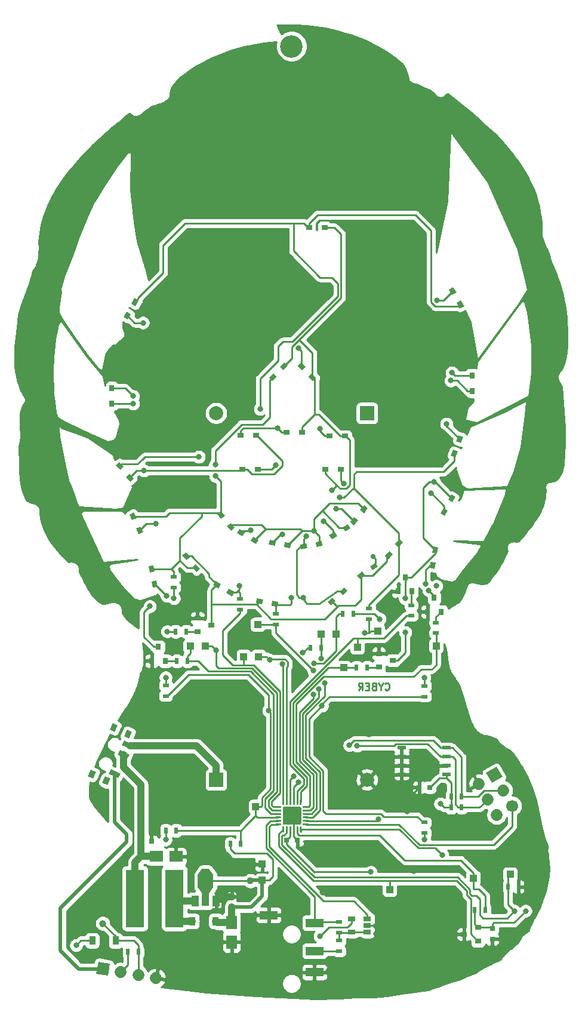
<source format=gbr>
G04 #@! TF.GenerationSoftware,KiCad,Pcbnew,5.1.5*
G04 #@! TF.CreationDate,2019-12-22T23:03:36+01:00*
G04 #@! TF.ProjectId,hh2020v1,68683230-3230-4763-912e-6b696361645f,rev?*
G04 #@! TF.SameCoordinates,Original*
G04 #@! TF.FileFunction,Copper,L4,Bot*
G04 #@! TF.FilePolarity,Positive*
%FSLAX46Y46*%
G04 Gerber Fmt 4.6, Leading zero omitted, Abs format (unit mm)*
G04 Created by KiCad (PCBNEW 5.1.5) date 2019-12-22 23:03:36*
%MOMM*%
%LPD*%
G04 APERTURE LIST*
%ADD10C,0.250000*%
%ADD11R,0.900000X0.800000*%
%ADD12C,0.100000*%
%ADD13R,0.900000X0.700000*%
%ADD14R,0.700000X0.900000*%
%ADD15C,1.700000*%
%ADD16C,1.700000*%
%ADD17C,2.000000*%
%ADD18R,2.000000X2.000000*%
%ADD19R,0.500000X0.900000*%
%ADD20R,1.000000X1.000000*%
%ADD21R,1.060000X0.650000*%
%ADD22R,1.500000X1.950000*%
%ADD23R,1.950000X1.500000*%
%ADD24R,0.750000X0.800000*%
%ADD25R,0.800000X0.750000*%
%ADD26R,0.900000X1.200000*%
%ADD27R,0.900000X0.500000*%
%ADD28R,0.800000X0.900000*%
%ADD29R,2.500000X1.200000*%
%ADD30R,1.000000X1.500000*%
%ADD31R,1.000000X1.800000*%
%ADD32R,2.200000X1.840000*%
%ADD33R,1.143000X0.508000*%
%ADD34R,2.600000X8.200000*%
%ADD35C,3.200000*%
%ADD36C,1.000000*%
%ADD37C,0.800000*%
%ADD38C,0.700000*%
%ADD39C,1.000000*%
%ADD40C,0.500000*%
%ADD41C,0.254000*%
G04 APERTURE END LIST*
D10*
X82368828Y-119876842D02*
X82416447Y-119924461D01*
X82559304Y-119972080D01*
X82654542Y-119972080D01*
X82797400Y-119924461D01*
X82892638Y-119829223D01*
X82940257Y-119733985D01*
X82987876Y-119543509D01*
X82987876Y-119400652D01*
X82940257Y-119210176D01*
X82892638Y-119114938D01*
X82797400Y-119019700D01*
X82654542Y-118972080D01*
X82559304Y-118972080D01*
X82416447Y-119019700D01*
X82368828Y-119067319D01*
X81749780Y-119495890D02*
X81749780Y-119972080D01*
X82083114Y-118972080D02*
X81749780Y-119495890D01*
X81416447Y-118972080D01*
X80749780Y-119448271D02*
X80606923Y-119495890D01*
X80559304Y-119543509D01*
X80511685Y-119638747D01*
X80511685Y-119781604D01*
X80559304Y-119876842D01*
X80606923Y-119924461D01*
X80702161Y-119972080D01*
X81083114Y-119972080D01*
X81083114Y-118972080D01*
X80749780Y-118972080D01*
X80654542Y-119019700D01*
X80606923Y-119067319D01*
X80559304Y-119162557D01*
X80559304Y-119257795D01*
X80606923Y-119353033D01*
X80654542Y-119400652D01*
X80749780Y-119448271D01*
X81083114Y-119448271D01*
X80083114Y-119448271D02*
X79749780Y-119448271D01*
X79606923Y-119972080D02*
X80083114Y-119972080D01*
X80083114Y-118972080D01*
X79606923Y-118972080D01*
X78606923Y-119972080D02*
X78940257Y-119495890D01*
X79178352Y-119972080D02*
X79178352Y-118972080D01*
X78797400Y-118972080D01*
X78702161Y-119019700D01*
X78654542Y-119067319D01*
X78606923Y-119162557D01*
X78606923Y-119305414D01*
X78654542Y-119400652D01*
X78702161Y-119448271D01*
X78797400Y-119495890D01*
X79178352Y-119495890D01*
D11*
X95554040Y-153662340D03*
X95554040Y-155562340D03*
X93554040Y-154612340D03*
G04 #@! TA.AperFunction,SMDPad,CuDef*
D12*
G36*
X78808986Y-104287047D02*
G01*
X78407483Y-103713640D01*
X79144720Y-103197421D01*
X79546223Y-103770828D01*
X78808986Y-104287047D01*
G37*
G04 #@! TD.AperFunction*
G04 #@! TA.AperFunction,SMDPad,CuDef*
G36*
X80611120Y-103025179D02*
G01*
X80209617Y-102451772D01*
X80946854Y-101935553D01*
X81348357Y-102508960D01*
X80611120Y-103025179D01*
G37*
G04 #@! TD.AperFunction*
D13*
X73777020Y-54394100D03*
X71577020Y-54394100D03*
G04 #@! TA.AperFunction,SMDPad,CuDef*
D12*
G36*
X57964381Y-105128609D02*
G01*
X58314381Y-104522391D01*
X59093803Y-104972391D01*
X58743803Y-105578609D01*
X57964381Y-105128609D01*
G37*
G04 #@! TD.AperFunction*
G04 #@! TA.AperFunction,SMDPad,CuDef*
G36*
X59869637Y-106228609D02*
G01*
X60219637Y-105622391D01*
X60999059Y-106072391D01*
X60649059Y-106678609D01*
X59869637Y-106228609D01*
G37*
G04 #@! TD.AperFunction*
G04 #@! TA.AperFunction,SMDPad,CuDef*
G36*
X91436311Y-63196261D02*
G01*
X92042529Y-62846261D01*
X92492529Y-63625683D01*
X91886311Y-63975683D01*
X91436311Y-63196261D01*
G37*
G04 #@! TD.AperFunction*
G04 #@! TA.AperFunction,SMDPad,CuDef*
G36*
X92536311Y-65101517D02*
G01*
X93142529Y-64751517D01*
X93592529Y-65530939D01*
X92986311Y-65880939D01*
X92536311Y-65101517D01*
G37*
G04 #@! TD.AperFunction*
G04 #@! TA.AperFunction,SMDPad,CuDef*
G36*
X72623522Y-75689628D02*
G01*
X72128548Y-76184602D01*
X71492152Y-75548206D01*
X71987126Y-75053232D01*
X72623522Y-75689628D01*
G37*
G04 #@! TD.AperFunction*
G04 #@! TA.AperFunction,SMDPad,CuDef*
G36*
X71067888Y-74133994D02*
G01*
X70572914Y-74628968D01*
X69936518Y-73992572D01*
X70431492Y-73497598D01*
X71067888Y-74133994D01*
G37*
G04 #@! TD.AperFunction*
D13*
X64086920Y-83820000D03*
X61886920Y-83820000D03*
G04 #@! TA.AperFunction,SMDPad,CuDef*
D12*
G36*
X61063656Y-96961693D02*
G01*
X60527425Y-97411645D01*
X59948916Y-96722205D01*
X60485147Y-96272253D01*
X61063656Y-96961693D01*
G37*
G04 #@! TD.AperFunction*
G04 #@! TA.AperFunction,SMDPad,CuDef*
G36*
X59649524Y-95276395D02*
G01*
X59113293Y-95726347D01*
X58534784Y-95036907D01*
X59071015Y-94586955D01*
X59649524Y-95276395D01*
G37*
G04 #@! TD.AperFunction*
G04 #@! TA.AperFunction,SMDPad,CuDef*
G36*
X79412325Y-93774155D02*
G01*
X79948556Y-94224107D01*
X79370047Y-94913547D01*
X78833816Y-94463595D01*
X79412325Y-93774155D01*
G37*
G04 #@! TD.AperFunction*
G04 #@! TA.AperFunction,SMDPad,CuDef*
G36*
X77998193Y-95459453D02*
G01*
X78534424Y-95909405D01*
X77955915Y-96598845D01*
X77419684Y-96148893D01*
X77998193Y-95459453D01*
G37*
G04 #@! TD.AperFunction*
G04 #@! TA.AperFunction,SMDPad,CuDef*
G36*
X82908915Y-101424845D02*
G01*
X82372684Y-100974893D01*
X82951193Y-100285453D01*
X83487424Y-100735405D01*
X82908915Y-101424845D01*
G37*
G04 #@! TD.AperFunction*
G04 #@! TA.AperFunction,SMDPad,CuDef*
G36*
X84323047Y-99739547D02*
G01*
X83786816Y-99289595D01*
X84365325Y-98600155D01*
X84901556Y-99050107D01*
X84323047Y-99739547D01*
G37*
G04 #@! TD.AperFunction*
G04 #@! TA.AperFunction,SMDPad,CuDef*
G36*
X92779159Y-83831269D02*
G01*
X93436943Y-84070683D01*
X93129125Y-84916407D01*
X92471341Y-84676993D01*
X92779159Y-83831269D01*
G37*
G04 #@! TD.AperFunction*
G04 #@! TA.AperFunction,SMDPad,CuDef*
G36*
X92026715Y-85898593D02*
G01*
X92684499Y-86138007D01*
X92376681Y-86983731D01*
X91718897Y-86744317D01*
X92026715Y-85898593D01*
G37*
G04 #@! TD.AperFunction*
D13*
X70589320Y-83400900D03*
X68389320Y-83400900D03*
G04 #@! TA.AperFunction,SMDPad,CuDef*
D12*
G36*
X53607184Y-100878907D02*
G01*
X54143415Y-100428955D01*
X54721924Y-101118395D01*
X54185693Y-101568347D01*
X53607184Y-100878907D01*
G37*
G04 #@! TD.AperFunction*
G04 #@! TA.AperFunction,SMDPad,CuDef*
G36*
X55021316Y-102564205D02*
G01*
X55557547Y-102114253D01*
X56136056Y-102803693D01*
X55599825Y-103253645D01*
X55021316Y-102564205D01*
G37*
G04 #@! TD.AperFunction*
G04 #@! TA.AperFunction,SMDPad,CuDef*
G36*
X77120959Y-96445191D02*
G01*
X77470959Y-97051409D01*
X76691537Y-97501409D01*
X76341537Y-96895191D01*
X77120959Y-96445191D01*
G37*
G04 #@! TD.AperFunction*
G04 #@! TA.AperFunction,SMDPad,CuDef*
G36*
X75215703Y-97545191D02*
G01*
X75565703Y-98151409D01*
X74786281Y-98601409D01*
X74436281Y-97995191D01*
X75215703Y-97545191D01*
G37*
G04 #@! TD.AperFunction*
D14*
X94686120Y-75366700D03*
X94686120Y-77566700D03*
D13*
X62090120Y-88709500D03*
X64290120Y-88709500D03*
X73901120Y-88709500D03*
X76101120Y-88709500D03*
G04 #@! TA.AperFunction,SMDPad,CuDef*
D12*
G36*
X50075257Y-105351676D02*
G01*
X49385892Y-105473229D01*
X49229609Y-104586902D01*
X49918974Y-104465349D01*
X50075257Y-105351676D01*
G37*
G04 #@! TD.AperFunction*
G04 #@! TA.AperFunction,SMDPad,CuDef*
G36*
X49693231Y-103185098D02*
G01*
X49003866Y-103306651D01*
X48847583Y-102420324D01*
X49536948Y-102298771D01*
X49693231Y-103185098D01*
G37*
G04 #@! TD.AperFunction*
G04 #@! TA.AperFunction,SMDPad,CuDef*
G36*
X73393396Y-98814463D02*
G01*
X73514949Y-99503828D01*
X72628622Y-99660111D01*
X72507069Y-98970746D01*
X73393396Y-98814463D01*
G37*
G04 #@! TD.AperFunction*
G04 #@! TA.AperFunction,SMDPad,CuDef*
G36*
X71226818Y-99196489D02*
G01*
X71348371Y-99885854D01*
X70462044Y-100042137D01*
X70340491Y-99352772D01*
X71226818Y-99196489D01*
G37*
G04 #@! TD.AperFunction*
G04 #@! TA.AperFunction,SMDPad,CuDef*
G36*
X74678807Y-107982536D02*
G01*
X74228855Y-107446305D01*
X74918295Y-106867796D01*
X75368247Y-107404027D01*
X74678807Y-107982536D01*
G37*
G04 #@! TD.AperFunction*
G04 #@! TA.AperFunction,SMDPad,CuDef*
G36*
X76364105Y-106568404D02*
G01*
X75914153Y-106032173D01*
X76603593Y-105453664D01*
X77053545Y-105989895D01*
X76364105Y-106568404D01*
G37*
G04 #@! TD.AperFunction*
G04 #@! TA.AperFunction,SMDPad,CuDef*
G36*
X45878029Y-67443039D02*
G01*
X45271811Y-67093039D01*
X45721811Y-66313617D01*
X46328029Y-66663617D01*
X45878029Y-67443039D01*
G37*
G04 #@! TD.AperFunction*
G04 #@! TA.AperFunction,SMDPad,CuDef*
G36*
X46978029Y-65537783D02*
G01*
X46371811Y-65187783D01*
X46821811Y-64408361D01*
X47428029Y-64758361D01*
X46978029Y-65537783D01*
G37*
G04 #@! TD.AperFunction*
G04 #@! TA.AperFunction,SMDPad,CuDef*
G36*
X48046086Y-97599061D02*
G01*
X47411670Y-97894894D01*
X47031314Y-97079217D01*
X47665730Y-96783384D01*
X48046086Y-97599061D01*
G37*
G04 #@! TD.AperFunction*
G04 #@! TA.AperFunction,SMDPad,CuDef*
G36*
X47116326Y-95605183D02*
G01*
X46481910Y-95901016D01*
X46101554Y-95085339D01*
X46735970Y-94789506D01*
X47116326Y-95605183D01*
G37*
G04 #@! TD.AperFunction*
G04 #@! TA.AperFunction,SMDPad,CuDef*
G36*
X69044549Y-99187672D02*
G01*
X68922996Y-99877037D01*
X68036669Y-99720754D01*
X68158222Y-99031389D01*
X69044549Y-99187672D01*
G37*
G04 #@! TD.AperFunction*
G04 #@! TA.AperFunction,SMDPad,CuDef*
G36*
X66877971Y-98805646D02*
G01*
X66756418Y-99495011D01*
X65870091Y-99338728D01*
X65991644Y-98649363D01*
X66877971Y-98805646D01*
G37*
G04 #@! TD.AperFunction*
G04 #@! TA.AperFunction,SMDPad,CuDef*
G36*
X64071771Y-107657228D02*
G01*
X64193324Y-106967863D01*
X65079651Y-107124146D01*
X64958098Y-107813511D01*
X64071771Y-107657228D01*
G37*
G04 #@! TD.AperFunction*
G04 #@! TA.AperFunction,SMDPad,CuDef*
G36*
X66238349Y-108039254D02*
G01*
X66359902Y-107349889D01*
X67246229Y-107506172D01*
X67124676Y-108195537D01*
X66238349Y-108039254D01*
G37*
G04 #@! TD.AperFunction*
G04 #@! TA.AperFunction,SMDPad,CuDef*
G36*
X91754411Y-92246761D02*
G01*
X92360629Y-92596761D01*
X91910629Y-93376183D01*
X91304411Y-93026183D01*
X91754411Y-92246761D01*
G37*
G04 #@! TD.AperFunction*
G04 #@! TA.AperFunction,SMDPad,CuDef*
G36*
X90654411Y-94152017D02*
G01*
X91260629Y-94502017D01*
X90810629Y-95281439D01*
X90204411Y-94931439D01*
X90654411Y-94152017D01*
G37*
G04 #@! TD.AperFunction*
D14*
X43619420Y-79382800D03*
X43619420Y-77182800D03*
D13*
X76672620Y-83972400D03*
X74472620Y-83972400D03*
G04 #@! TA.AperFunction,SMDPad,CuDef*
D12*
G36*
X68089948Y-73484898D02*
G01*
X68584922Y-73979872D01*
X67948526Y-74616268D01*
X67453552Y-74121294D01*
X68089948Y-73484898D01*
G37*
G04 #@! TD.AperFunction*
G04 #@! TA.AperFunction,SMDPad,CuDef*
G36*
X66534314Y-75040532D02*
G01*
X67029288Y-75535506D01*
X66392892Y-76171902D01*
X65897918Y-75676928D01*
X66534314Y-75040532D01*
G37*
G04 #@! TD.AperFunction*
G04 #@! TA.AperFunction,SMDPad,CuDef*
G36*
X64415359Y-98680991D02*
G01*
X64065359Y-99287209D01*
X63285937Y-98837209D01*
X63635937Y-98230991D01*
X64415359Y-98680991D01*
G37*
G04 #@! TD.AperFunction*
G04 #@! TA.AperFunction,SMDPad,CuDef*
G36*
X62510103Y-97580991D02*
G01*
X62160103Y-98187209D01*
X61380681Y-97737209D01*
X61730681Y-97130991D01*
X62510103Y-97580991D01*
G37*
G04 #@! TD.AperFunction*
G04 #@! TA.AperFunction,SMDPad,CuDef*
G36*
X89213092Y-99619071D02*
G01*
X89902457Y-99740624D01*
X89746174Y-100626951D01*
X89056809Y-100505398D01*
X89213092Y-99619071D01*
G37*
G04 #@! TD.AperFunction*
G04 #@! TA.AperFunction,SMDPad,CuDef*
G36*
X88831066Y-101785649D02*
G01*
X89520431Y-101907202D01*
X89364148Y-102793529D01*
X88674783Y-102671976D01*
X88831066Y-101785649D01*
G37*
G04 #@! TD.AperFunction*
G04 #@! TA.AperFunction,SMDPad,CuDef*
G36*
X46712656Y-90002093D02*
G01*
X46176425Y-90452045D01*
X45597916Y-89762605D01*
X46134147Y-89312653D01*
X46712656Y-90002093D01*
G37*
G04 #@! TD.AperFunction*
G04 #@! TA.AperFunction,SMDPad,CuDef*
G36*
X45298524Y-88316795D02*
G01*
X44762293Y-88766747D01*
X44183784Y-88077307D01*
X44720015Y-87627355D01*
X45298524Y-88316795D01*
G37*
G04 #@! TD.AperFunction*
D15*
X95648715Y-133281291D02*
X95648715Y-133281291D01*
G04 #@! TA.AperFunction,ComponentPad*
D12*
G36*
X98159542Y-130850169D02*
G01*
X99009542Y-132322413D01*
X97537298Y-133172413D01*
X96687298Y-131700169D01*
X98159542Y-130850169D01*
G37*
G04 #@! TD.AperFunction*
D15*
X96918715Y-135480995D02*
X96918715Y-135480995D01*
X99118420Y-134210995D02*
X99118420Y-134210995D01*
X98188715Y-137680700D02*
X98188715Y-137680700D01*
D16*
X100388420Y-136410700D03*
G04 #@! TA.AperFunction,SMDPad,CuDef*
D12*
G36*
X44524963Y-132472108D02*
G01*
X43165502Y-131838181D01*
X43461335Y-131203766D01*
X44820796Y-131837693D01*
X44524963Y-132472108D01*
G37*
G04 #@! TD.AperFunction*
G04 #@! TA.AperFunction,SMDPad,CuDef*
G36*
X45792818Y-129753184D02*
G01*
X44433357Y-129119257D01*
X44729190Y-128484842D01*
X46088651Y-129118769D01*
X45792818Y-129753184D01*
G37*
G04 #@! TD.AperFunction*
G04 #@! TA.AperFunction,SMDPad,CuDef*
G36*
X46426745Y-128393723D02*
G01*
X45067284Y-127759796D01*
X45363117Y-127125381D01*
X46722578Y-127759308D01*
X46426745Y-128393723D01*
G37*
G04 #@! TD.AperFunction*
G04 #@! TA.AperFunction,SMDPad,CuDef*
G36*
X40960657Y-132520280D02*
G01*
X40235611Y-132182186D01*
X40658229Y-131275878D01*
X41383275Y-131613972D01*
X40960657Y-132520280D01*
G37*
G04 #@! TD.AperFunction*
G04 #@! TA.AperFunction,SMDPad,CuDef*
G36*
X44045771Y-125904233D02*
G01*
X43320725Y-125566139D01*
X43743343Y-124659831D01*
X44468389Y-124997925D01*
X44045771Y-125904233D01*
G37*
G04 #@! TD.AperFunction*
G04 #@! TA.AperFunction,SMDPad,CuDef*
G36*
X46048711Y-126838220D02*
G01*
X45323665Y-126500126D01*
X45746283Y-125593818D01*
X46471329Y-125931912D01*
X46048711Y-126838220D01*
G37*
G04 #@! TD.AperFunction*
G04 #@! TA.AperFunction,SMDPad,CuDef*
G36*
X42963597Y-133454267D02*
G01*
X42238551Y-133116173D01*
X42661169Y-132209865D01*
X43386215Y-132547959D01*
X42963597Y-133454267D01*
G37*
G04 #@! TD.AperFunction*
D17*
X79808520Y-132694100D03*
D18*
X79808520Y-80704100D03*
D17*
X58408520Y-80714100D03*
D18*
X58408520Y-132704100D03*
D11*
X81481420Y-116710500D03*
X81481420Y-114810500D03*
X83481420Y-115760500D03*
D19*
X78328520Y-116789200D03*
X79828520Y-116789200D03*
D20*
X83022440Y-148272500D03*
X100108520Y-146104100D03*
X94876620Y-146646900D03*
X64008520Y-136504100D03*
X64930020Y-144678400D03*
X64930020Y-146964400D03*
X64396620Y-115227100D03*
X56878220Y-113753900D03*
X62301120Y-115227100D03*
X75420220Y-112014000D03*
X54744620Y-113766600D03*
X78430120Y-113906300D03*
X76537820Y-116789200D03*
X89608520Y-113704100D03*
X64295020Y-110680500D03*
X73312020Y-112014000D03*
X81308520Y-111604100D03*
D19*
X91739020Y-135115300D03*
X93239020Y-135115300D03*
D21*
X79852520Y-152415200D03*
X79852520Y-153365200D03*
X79852520Y-154315200D03*
X77652520Y-154315200D03*
X77652520Y-152415200D03*
G04 #@! TA.AperFunction,SMDPad,CuDef*
D12*
G36*
X70244024Y-136491124D02*
G01*
X70268293Y-136494724D01*
X70292091Y-136500685D01*
X70315191Y-136508950D01*
X70337369Y-136519440D01*
X70358413Y-136532053D01*
X70378118Y-136546667D01*
X70396297Y-136563143D01*
X70412773Y-136581322D01*
X70427387Y-136601027D01*
X70440000Y-136622071D01*
X70450490Y-136644249D01*
X70458755Y-136667349D01*
X70464716Y-136691147D01*
X70468316Y-136715416D01*
X70469520Y-136739920D01*
X70469520Y-138839920D01*
X70468316Y-138864424D01*
X70464716Y-138888693D01*
X70458755Y-138912491D01*
X70450490Y-138935591D01*
X70440000Y-138957769D01*
X70427387Y-138978813D01*
X70412773Y-138998518D01*
X70396297Y-139016697D01*
X70378118Y-139033173D01*
X70358413Y-139047787D01*
X70337369Y-139060400D01*
X70315191Y-139070890D01*
X70292091Y-139079155D01*
X70268293Y-139085116D01*
X70244024Y-139088716D01*
X70219520Y-139089920D01*
X68119520Y-139089920D01*
X68095016Y-139088716D01*
X68070747Y-139085116D01*
X68046949Y-139079155D01*
X68023849Y-139070890D01*
X68001671Y-139060400D01*
X67980627Y-139047787D01*
X67960922Y-139033173D01*
X67942743Y-139016697D01*
X67926267Y-138998518D01*
X67911653Y-138978813D01*
X67899040Y-138957769D01*
X67888550Y-138935591D01*
X67880285Y-138912491D01*
X67874324Y-138888693D01*
X67870724Y-138864424D01*
X67869520Y-138839920D01*
X67869520Y-136739920D01*
X67870724Y-136715416D01*
X67874324Y-136691147D01*
X67880285Y-136667349D01*
X67888550Y-136644249D01*
X67899040Y-136622071D01*
X67911653Y-136601027D01*
X67926267Y-136581322D01*
X67942743Y-136563143D01*
X67960922Y-136546667D01*
X67980627Y-136532053D01*
X68001671Y-136519440D01*
X68023849Y-136508950D01*
X68046949Y-136500685D01*
X68070747Y-136494724D01*
X68095016Y-136491124D01*
X68119520Y-136489920D01*
X70219520Y-136489920D01*
X70244024Y-136491124D01*
G37*
G04 #@! TD.AperFunction*
G04 #@! TA.AperFunction,SMDPad,CuDef*
G36*
X70488146Y-139315221D02*
G01*
X70494213Y-139316121D01*
X70500163Y-139317611D01*
X70505938Y-139319678D01*
X70511482Y-139322300D01*
X70516743Y-139325453D01*
X70521670Y-139329107D01*
X70526214Y-139333226D01*
X70530333Y-139337770D01*
X70533987Y-139342697D01*
X70537140Y-139347958D01*
X70539762Y-139353502D01*
X70541829Y-139359277D01*
X70543319Y-139365227D01*
X70544219Y-139371294D01*
X70544520Y-139377420D01*
X70544520Y-140077420D01*
X70544219Y-140083546D01*
X70543319Y-140089613D01*
X70541829Y-140095563D01*
X70539762Y-140101338D01*
X70537140Y-140106882D01*
X70533987Y-140112143D01*
X70530333Y-140117070D01*
X70526214Y-140121614D01*
X70521670Y-140125733D01*
X70516743Y-140129387D01*
X70511482Y-140132540D01*
X70505938Y-140135162D01*
X70500163Y-140137229D01*
X70494213Y-140138719D01*
X70488146Y-140139619D01*
X70482020Y-140139920D01*
X70357020Y-140139920D01*
X70350894Y-140139619D01*
X70344827Y-140138719D01*
X70338877Y-140137229D01*
X70333102Y-140135162D01*
X70327558Y-140132540D01*
X70322297Y-140129387D01*
X70317370Y-140125733D01*
X70312826Y-140121614D01*
X70308707Y-140117070D01*
X70305053Y-140112143D01*
X70301900Y-140106882D01*
X70299278Y-140101338D01*
X70297211Y-140095563D01*
X70295721Y-140089613D01*
X70294821Y-140083546D01*
X70294520Y-140077420D01*
X70294520Y-139377420D01*
X70294821Y-139371294D01*
X70295721Y-139365227D01*
X70297211Y-139359277D01*
X70299278Y-139353502D01*
X70301900Y-139347958D01*
X70305053Y-139342697D01*
X70308707Y-139337770D01*
X70312826Y-139333226D01*
X70317370Y-139329107D01*
X70322297Y-139325453D01*
X70327558Y-139322300D01*
X70333102Y-139319678D01*
X70338877Y-139317611D01*
X70344827Y-139316121D01*
X70350894Y-139315221D01*
X70357020Y-139314920D01*
X70482020Y-139314920D01*
X70488146Y-139315221D01*
G37*
G04 #@! TD.AperFunction*
G04 #@! TA.AperFunction,SMDPad,CuDef*
G36*
X69988146Y-139315221D02*
G01*
X69994213Y-139316121D01*
X70000163Y-139317611D01*
X70005938Y-139319678D01*
X70011482Y-139322300D01*
X70016743Y-139325453D01*
X70021670Y-139329107D01*
X70026214Y-139333226D01*
X70030333Y-139337770D01*
X70033987Y-139342697D01*
X70037140Y-139347958D01*
X70039762Y-139353502D01*
X70041829Y-139359277D01*
X70043319Y-139365227D01*
X70044219Y-139371294D01*
X70044520Y-139377420D01*
X70044520Y-140077420D01*
X70044219Y-140083546D01*
X70043319Y-140089613D01*
X70041829Y-140095563D01*
X70039762Y-140101338D01*
X70037140Y-140106882D01*
X70033987Y-140112143D01*
X70030333Y-140117070D01*
X70026214Y-140121614D01*
X70021670Y-140125733D01*
X70016743Y-140129387D01*
X70011482Y-140132540D01*
X70005938Y-140135162D01*
X70000163Y-140137229D01*
X69994213Y-140138719D01*
X69988146Y-140139619D01*
X69982020Y-140139920D01*
X69857020Y-140139920D01*
X69850894Y-140139619D01*
X69844827Y-140138719D01*
X69838877Y-140137229D01*
X69833102Y-140135162D01*
X69827558Y-140132540D01*
X69822297Y-140129387D01*
X69817370Y-140125733D01*
X69812826Y-140121614D01*
X69808707Y-140117070D01*
X69805053Y-140112143D01*
X69801900Y-140106882D01*
X69799278Y-140101338D01*
X69797211Y-140095563D01*
X69795721Y-140089613D01*
X69794821Y-140083546D01*
X69794520Y-140077420D01*
X69794520Y-139377420D01*
X69794821Y-139371294D01*
X69795721Y-139365227D01*
X69797211Y-139359277D01*
X69799278Y-139353502D01*
X69801900Y-139347958D01*
X69805053Y-139342697D01*
X69808707Y-139337770D01*
X69812826Y-139333226D01*
X69817370Y-139329107D01*
X69822297Y-139325453D01*
X69827558Y-139322300D01*
X69833102Y-139319678D01*
X69838877Y-139317611D01*
X69844827Y-139316121D01*
X69850894Y-139315221D01*
X69857020Y-139314920D01*
X69982020Y-139314920D01*
X69988146Y-139315221D01*
G37*
G04 #@! TD.AperFunction*
G04 #@! TA.AperFunction,SMDPad,CuDef*
G36*
X69488146Y-139315221D02*
G01*
X69494213Y-139316121D01*
X69500163Y-139317611D01*
X69505938Y-139319678D01*
X69511482Y-139322300D01*
X69516743Y-139325453D01*
X69521670Y-139329107D01*
X69526214Y-139333226D01*
X69530333Y-139337770D01*
X69533987Y-139342697D01*
X69537140Y-139347958D01*
X69539762Y-139353502D01*
X69541829Y-139359277D01*
X69543319Y-139365227D01*
X69544219Y-139371294D01*
X69544520Y-139377420D01*
X69544520Y-140077420D01*
X69544219Y-140083546D01*
X69543319Y-140089613D01*
X69541829Y-140095563D01*
X69539762Y-140101338D01*
X69537140Y-140106882D01*
X69533987Y-140112143D01*
X69530333Y-140117070D01*
X69526214Y-140121614D01*
X69521670Y-140125733D01*
X69516743Y-140129387D01*
X69511482Y-140132540D01*
X69505938Y-140135162D01*
X69500163Y-140137229D01*
X69494213Y-140138719D01*
X69488146Y-140139619D01*
X69482020Y-140139920D01*
X69357020Y-140139920D01*
X69350894Y-140139619D01*
X69344827Y-140138719D01*
X69338877Y-140137229D01*
X69333102Y-140135162D01*
X69327558Y-140132540D01*
X69322297Y-140129387D01*
X69317370Y-140125733D01*
X69312826Y-140121614D01*
X69308707Y-140117070D01*
X69305053Y-140112143D01*
X69301900Y-140106882D01*
X69299278Y-140101338D01*
X69297211Y-140095563D01*
X69295721Y-140089613D01*
X69294821Y-140083546D01*
X69294520Y-140077420D01*
X69294520Y-139377420D01*
X69294821Y-139371294D01*
X69295721Y-139365227D01*
X69297211Y-139359277D01*
X69299278Y-139353502D01*
X69301900Y-139347958D01*
X69305053Y-139342697D01*
X69308707Y-139337770D01*
X69312826Y-139333226D01*
X69317370Y-139329107D01*
X69322297Y-139325453D01*
X69327558Y-139322300D01*
X69333102Y-139319678D01*
X69338877Y-139317611D01*
X69344827Y-139316121D01*
X69350894Y-139315221D01*
X69357020Y-139314920D01*
X69482020Y-139314920D01*
X69488146Y-139315221D01*
G37*
G04 #@! TD.AperFunction*
G04 #@! TA.AperFunction,SMDPad,CuDef*
G36*
X68988146Y-139315221D02*
G01*
X68994213Y-139316121D01*
X69000163Y-139317611D01*
X69005938Y-139319678D01*
X69011482Y-139322300D01*
X69016743Y-139325453D01*
X69021670Y-139329107D01*
X69026214Y-139333226D01*
X69030333Y-139337770D01*
X69033987Y-139342697D01*
X69037140Y-139347958D01*
X69039762Y-139353502D01*
X69041829Y-139359277D01*
X69043319Y-139365227D01*
X69044219Y-139371294D01*
X69044520Y-139377420D01*
X69044520Y-140077420D01*
X69044219Y-140083546D01*
X69043319Y-140089613D01*
X69041829Y-140095563D01*
X69039762Y-140101338D01*
X69037140Y-140106882D01*
X69033987Y-140112143D01*
X69030333Y-140117070D01*
X69026214Y-140121614D01*
X69021670Y-140125733D01*
X69016743Y-140129387D01*
X69011482Y-140132540D01*
X69005938Y-140135162D01*
X69000163Y-140137229D01*
X68994213Y-140138719D01*
X68988146Y-140139619D01*
X68982020Y-140139920D01*
X68857020Y-140139920D01*
X68850894Y-140139619D01*
X68844827Y-140138719D01*
X68838877Y-140137229D01*
X68833102Y-140135162D01*
X68827558Y-140132540D01*
X68822297Y-140129387D01*
X68817370Y-140125733D01*
X68812826Y-140121614D01*
X68808707Y-140117070D01*
X68805053Y-140112143D01*
X68801900Y-140106882D01*
X68799278Y-140101338D01*
X68797211Y-140095563D01*
X68795721Y-140089613D01*
X68794821Y-140083546D01*
X68794520Y-140077420D01*
X68794520Y-139377420D01*
X68794821Y-139371294D01*
X68795721Y-139365227D01*
X68797211Y-139359277D01*
X68799278Y-139353502D01*
X68801900Y-139347958D01*
X68805053Y-139342697D01*
X68808707Y-139337770D01*
X68812826Y-139333226D01*
X68817370Y-139329107D01*
X68822297Y-139325453D01*
X68827558Y-139322300D01*
X68833102Y-139319678D01*
X68838877Y-139317611D01*
X68844827Y-139316121D01*
X68850894Y-139315221D01*
X68857020Y-139314920D01*
X68982020Y-139314920D01*
X68988146Y-139315221D01*
G37*
G04 #@! TD.AperFunction*
G04 #@! TA.AperFunction,SMDPad,CuDef*
G36*
X68488146Y-139315221D02*
G01*
X68494213Y-139316121D01*
X68500163Y-139317611D01*
X68505938Y-139319678D01*
X68511482Y-139322300D01*
X68516743Y-139325453D01*
X68521670Y-139329107D01*
X68526214Y-139333226D01*
X68530333Y-139337770D01*
X68533987Y-139342697D01*
X68537140Y-139347958D01*
X68539762Y-139353502D01*
X68541829Y-139359277D01*
X68543319Y-139365227D01*
X68544219Y-139371294D01*
X68544520Y-139377420D01*
X68544520Y-140077420D01*
X68544219Y-140083546D01*
X68543319Y-140089613D01*
X68541829Y-140095563D01*
X68539762Y-140101338D01*
X68537140Y-140106882D01*
X68533987Y-140112143D01*
X68530333Y-140117070D01*
X68526214Y-140121614D01*
X68521670Y-140125733D01*
X68516743Y-140129387D01*
X68511482Y-140132540D01*
X68505938Y-140135162D01*
X68500163Y-140137229D01*
X68494213Y-140138719D01*
X68488146Y-140139619D01*
X68482020Y-140139920D01*
X68357020Y-140139920D01*
X68350894Y-140139619D01*
X68344827Y-140138719D01*
X68338877Y-140137229D01*
X68333102Y-140135162D01*
X68327558Y-140132540D01*
X68322297Y-140129387D01*
X68317370Y-140125733D01*
X68312826Y-140121614D01*
X68308707Y-140117070D01*
X68305053Y-140112143D01*
X68301900Y-140106882D01*
X68299278Y-140101338D01*
X68297211Y-140095563D01*
X68295721Y-140089613D01*
X68294821Y-140083546D01*
X68294520Y-140077420D01*
X68294520Y-139377420D01*
X68294821Y-139371294D01*
X68295721Y-139365227D01*
X68297211Y-139359277D01*
X68299278Y-139353502D01*
X68301900Y-139347958D01*
X68305053Y-139342697D01*
X68308707Y-139337770D01*
X68312826Y-139333226D01*
X68317370Y-139329107D01*
X68322297Y-139325453D01*
X68327558Y-139322300D01*
X68333102Y-139319678D01*
X68338877Y-139317611D01*
X68344827Y-139316121D01*
X68350894Y-139315221D01*
X68357020Y-139314920D01*
X68482020Y-139314920D01*
X68488146Y-139315221D01*
G37*
G04 #@! TD.AperFunction*
G04 #@! TA.AperFunction,SMDPad,CuDef*
G36*
X67988146Y-139315221D02*
G01*
X67994213Y-139316121D01*
X68000163Y-139317611D01*
X68005938Y-139319678D01*
X68011482Y-139322300D01*
X68016743Y-139325453D01*
X68021670Y-139329107D01*
X68026214Y-139333226D01*
X68030333Y-139337770D01*
X68033987Y-139342697D01*
X68037140Y-139347958D01*
X68039762Y-139353502D01*
X68041829Y-139359277D01*
X68043319Y-139365227D01*
X68044219Y-139371294D01*
X68044520Y-139377420D01*
X68044520Y-140077420D01*
X68044219Y-140083546D01*
X68043319Y-140089613D01*
X68041829Y-140095563D01*
X68039762Y-140101338D01*
X68037140Y-140106882D01*
X68033987Y-140112143D01*
X68030333Y-140117070D01*
X68026214Y-140121614D01*
X68021670Y-140125733D01*
X68016743Y-140129387D01*
X68011482Y-140132540D01*
X68005938Y-140135162D01*
X68000163Y-140137229D01*
X67994213Y-140138719D01*
X67988146Y-140139619D01*
X67982020Y-140139920D01*
X67857020Y-140139920D01*
X67850894Y-140139619D01*
X67844827Y-140138719D01*
X67838877Y-140137229D01*
X67833102Y-140135162D01*
X67827558Y-140132540D01*
X67822297Y-140129387D01*
X67817370Y-140125733D01*
X67812826Y-140121614D01*
X67808707Y-140117070D01*
X67805053Y-140112143D01*
X67801900Y-140106882D01*
X67799278Y-140101338D01*
X67797211Y-140095563D01*
X67795721Y-140089613D01*
X67794821Y-140083546D01*
X67794520Y-140077420D01*
X67794520Y-139377420D01*
X67794821Y-139371294D01*
X67795721Y-139365227D01*
X67797211Y-139359277D01*
X67799278Y-139353502D01*
X67801900Y-139347958D01*
X67805053Y-139342697D01*
X67808707Y-139337770D01*
X67812826Y-139333226D01*
X67817370Y-139329107D01*
X67822297Y-139325453D01*
X67827558Y-139322300D01*
X67833102Y-139319678D01*
X67838877Y-139317611D01*
X67844827Y-139316121D01*
X67850894Y-139315221D01*
X67857020Y-139314920D01*
X67982020Y-139314920D01*
X67988146Y-139315221D01*
G37*
G04 #@! TD.AperFunction*
G04 #@! TA.AperFunction,SMDPad,CuDef*
G36*
X67588146Y-138915221D02*
G01*
X67594213Y-138916121D01*
X67600163Y-138917611D01*
X67605938Y-138919678D01*
X67611482Y-138922300D01*
X67616743Y-138925453D01*
X67621670Y-138929107D01*
X67626214Y-138933226D01*
X67630333Y-138937770D01*
X67633987Y-138942697D01*
X67637140Y-138947958D01*
X67639762Y-138953502D01*
X67641829Y-138959277D01*
X67643319Y-138965227D01*
X67644219Y-138971294D01*
X67644520Y-138977420D01*
X67644520Y-139102420D01*
X67644219Y-139108546D01*
X67643319Y-139114613D01*
X67641829Y-139120563D01*
X67639762Y-139126338D01*
X67637140Y-139131882D01*
X67633987Y-139137143D01*
X67630333Y-139142070D01*
X67626214Y-139146614D01*
X67621670Y-139150733D01*
X67616743Y-139154387D01*
X67611482Y-139157540D01*
X67605938Y-139160162D01*
X67600163Y-139162229D01*
X67594213Y-139163719D01*
X67588146Y-139164619D01*
X67582020Y-139164920D01*
X66882020Y-139164920D01*
X66875894Y-139164619D01*
X66869827Y-139163719D01*
X66863877Y-139162229D01*
X66858102Y-139160162D01*
X66852558Y-139157540D01*
X66847297Y-139154387D01*
X66842370Y-139150733D01*
X66837826Y-139146614D01*
X66833707Y-139142070D01*
X66830053Y-139137143D01*
X66826900Y-139131882D01*
X66824278Y-139126338D01*
X66822211Y-139120563D01*
X66820721Y-139114613D01*
X66819821Y-139108546D01*
X66819520Y-139102420D01*
X66819520Y-138977420D01*
X66819821Y-138971294D01*
X66820721Y-138965227D01*
X66822211Y-138959277D01*
X66824278Y-138953502D01*
X66826900Y-138947958D01*
X66830053Y-138942697D01*
X66833707Y-138937770D01*
X66837826Y-138933226D01*
X66842370Y-138929107D01*
X66847297Y-138925453D01*
X66852558Y-138922300D01*
X66858102Y-138919678D01*
X66863877Y-138917611D01*
X66869827Y-138916121D01*
X66875894Y-138915221D01*
X66882020Y-138914920D01*
X67582020Y-138914920D01*
X67588146Y-138915221D01*
G37*
G04 #@! TD.AperFunction*
G04 #@! TA.AperFunction,SMDPad,CuDef*
G36*
X67588146Y-138415221D02*
G01*
X67594213Y-138416121D01*
X67600163Y-138417611D01*
X67605938Y-138419678D01*
X67611482Y-138422300D01*
X67616743Y-138425453D01*
X67621670Y-138429107D01*
X67626214Y-138433226D01*
X67630333Y-138437770D01*
X67633987Y-138442697D01*
X67637140Y-138447958D01*
X67639762Y-138453502D01*
X67641829Y-138459277D01*
X67643319Y-138465227D01*
X67644219Y-138471294D01*
X67644520Y-138477420D01*
X67644520Y-138602420D01*
X67644219Y-138608546D01*
X67643319Y-138614613D01*
X67641829Y-138620563D01*
X67639762Y-138626338D01*
X67637140Y-138631882D01*
X67633987Y-138637143D01*
X67630333Y-138642070D01*
X67626214Y-138646614D01*
X67621670Y-138650733D01*
X67616743Y-138654387D01*
X67611482Y-138657540D01*
X67605938Y-138660162D01*
X67600163Y-138662229D01*
X67594213Y-138663719D01*
X67588146Y-138664619D01*
X67582020Y-138664920D01*
X66882020Y-138664920D01*
X66875894Y-138664619D01*
X66869827Y-138663719D01*
X66863877Y-138662229D01*
X66858102Y-138660162D01*
X66852558Y-138657540D01*
X66847297Y-138654387D01*
X66842370Y-138650733D01*
X66837826Y-138646614D01*
X66833707Y-138642070D01*
X66830053Y-138637143D01*
X66826900Y-138631882D01*
X66824278Y-138626338D01*
X66822211Y-138620563D01*
X66820721Y-138614613D01*
X66819821Y-138608546D01*
X66819520Y-138602420D01*
X66819520Y-138477420D01*
X66819821Y-138471294D01*
X66820721Y-138465227D01*
X66822211Y-138459277D01*
X66824278Y-138453502D01*
X66826900Y-138447958D01*
X66830053Y-138442697D01*
X66833707Y-138437770D01*
X66837826Y-138433226D01*
X66842370Y-138429107D01*
X66847297Y-138425453D01*
X66852558Y-138422300D01*
X66858102Y-138419678D01*
X66863877Y-138417611D01*
X66869827Y-138416121D01*
X66875894Y-138415221D01*
X66882020Y-138414920D01*
X67582020Y-138414920D01*
X67588146Y-138415221D01*
G37*
G04 #@! TD.AperFunction*
G04 #@! TA.AperFunction,SMDPad,CuDef*
G36*
X67588146Y-137915221D02*
G01*
X67594213Y-137916121D01*
X67600163Y-137917611D01*
X67605938Y-137919678D01*
X67611482Y-137922300D01*
X67616743Y-137925453D01*
X67621670Y-137929107D01*
X67626214Y-137933226D01*
X67630333Y-137937770D01*
X67633987Y-137942697D01*
X67637140Y-137947958D01*
X67639762Y-137953502D01*
X67641829Y-137959277D01*
X67643319Y-137965227D01*
X67644219Y-137971294D01*
X67644520Y-137977420D01*
X67644520Y-138102420D01*
X67644219Y-138108546D01*
X67643319Y-138114613D01*
X67641829Y-138120563D01*
X67639762Y-138126338D01*
X67637140Y-138131882D01*
X67633987Y-138137143D01*
X67630333Y-138142070D01*
X67626214Y-138146614D01*
X67621670Y-138150733D01*
X67616743Y-138154387D01*
X67611482Y-138157540D01*
X67605938Y-138160162D01*
X67600163Y-138162229D01*
X67594213Y-138163719D01*
X67588146Y-138164619D01*
X67582020Y-138164920D01*
X66882020Y-138164920D01*
X66875894Y-138164619D01*
X66869827Y-138163719D01*
X66863877Y-138162229D01*
X66858102Y-138160162D01*
X66852558Y-138157540D01*
X66847297Y-138154387D01*
X66842370Y-138150733D01*
X66837826Y-138146614D01*
X66833707Y-138142070D01*
X66830053Y-138137143D01*
X66826900Y-138131882D01*
X66824278Y-138126338D01*
X66822211Y-138120563D01*
X66820721Y-138114613D01*
X66819821Y-138108546D01*
X66819520Y-138102420D01*
X66819520Y-137977420D01*
X66819821Y-137971294D01*
X66820721Y-137965227D01*
X66822211Y-137959277D01*
X66824278Y-137953502D01*
X66826900Y-137947958D01*
X66830053Y-137942697D01*
X66833707Y-137937770D01*
X66837826Y-137933226D01*
X66842370Y-137929107D01*
X66847297Y-137925453D01*
X66852558Y-137922300D01*
X66858102Y-137919678D01*
X66863877Y-137917611D01*
X66869827Y-137916121D01*
X66875894Y-137915221D01*
X66882020Y-137914920D01*
X67582020Y-137914920D01*
X67588146Y-137915221D01*
G37*
G04 #@! TD.AperFunction*
G04 #@! TA.AperFunction,SMDPad,CuDef*
G36*
X67588146Y-137415221D02*
G01*
X67594213Y-137416121D01*
X67600163Y-137417611D01*
X67605938Y-137419678D01*
X67611482Y-137422300D01*
X67616743Y-137425453D01*
X67621670Y-137429107D01*
X67626214Y-137433226D01*
X67630333Y-137437770D01*
X67633987Y-137442697D01*
X67637140Y-137447958D01*
X67639762Y-137453502D01*
X67641829Y-137459277D01*
X67643319Y-137465227D01*
X67644219Y-137471294D01*
X67644520Y-137477420D01*
X67644520Y-137602420D01*
X67644219Y-137608546D01*
X67643319Y-137614613D01*
X67641829Y-137620563D01*
X67639762Y-137626338D01*
X67637140Y-137631882D01*
X67633987Y-137637143D01*
X67630333Y-137642070D01*
X67626214Y-137646614D01*
X67621670Y-137650733D01*
X67616743Y-137654387D01*
X67611482Y-137657540D01*
X67605938Y-137660162D01*
X67600163Y-137662229D01*
X67594213Y-137663719D01*
X67588146Y-137664619D01*
X67582020Y-137664920D01*
X66882020Y-137664920D01*
X66875894Y-137664619D01*
X66869827Y-137663719D01*
X66863877Y-137662229D01*
X66858102Y-137660162D01*
X66852558Y-137657540D01*
X66847297Y-137654387D01*
X66842370Y-137650733D01*
X66837826Y-137646614D01*
X66833707Y-137642070D01*
X66830053Y-137637143D01*
X66826900Y-137631882D01*
X66824278Y-137626338D01*
X66822211Y-137620563D01*
X66820721Y-137614613D01*
X66819821Y-137608546D01*
X66819520Y-137602420D01*
X66819520Y-137477420D01*
X66819821Y-137471294D01*
X66820721Y-137465227D01*
X66822211Y-137459277D01*
X66824278Y-137453502D01*
X66826900Y-137447958D01*
X66830053Y-137442697D01*
X66833707Y-137437770D01*
X66837826Y-137433226D01*
X66842370Y-137429107D01*
X66847297Y-137425453D01*
X66852558Y-137422300D01*
X66858102Y-137419678D01*
X66863877Y-137417611D01*
X66869827Y-137416121D01*
X66875894Y-137415221D01*
X66882020Y-137414920D01*
X67582020Y-137414920D01*
X67588146Y-137415221D01*
G37*
G04 #@! TD.AperFunction*
G04 #@! TA.AperFunction,SMDPad,CuDef*
G36*
X67588146Y-136915221D02*
G01*
X67594213Y-136916121D01*
X67600163Y-136917611D01*
X67605938Y-136919678D01*
X67611482Y-136922300D01*
X67616743Y-136925453D01*
X67621670Y-136929107D01*
X67626214Y-136933226D01*
X67630333Y-136937770D01*
X67633987Y-136942697D01*
X67637140Y-136947958D01*
X67639762Y-136953502D01*
X67641829Y-136959277D01*
X67643319Y-136965227D01*
X67644219Y-136971294D01*
X67644520Y-136977420D01*
X67644520Y-137102420D01*
X67644219Y-137108546D01*
X67643319Y-137114613D01*
X67641829Y-137120563D01*
X67639762Y-137126338D01*
X67637140Y-137131882D01*
X67633987Y-137137143D01*
X67630333Y-137142070D01*
X67626214Y-137146614D01*
X67621670Y-137150733D01*
X67616743Y-137154387D01*
X67611482Y-137157540D01*
X67605938Y-137160162D01*
X67600163Y-137162229D01*
X67594213Y-137163719D01*
X67588146Y-137164619D01*
X67582020Y-137164920D01*
X66882020Y-137164920D01*
X66875894Y-137164619D01*
X66869827Y-137163719D01*
X66863877Y-137162229D01*
X66858102Y-137160162D01*
X66852558Y-137157540D01*
X66847297Y-137154387D01*
X66842370Y-137150733D01*
X66837826Y-137146614D01*
X66833707Y-137142070D01*
X66830053Y-137137143D01*
X66826900Y-137131882D01*
X66824278Y-137126338D01*
X66822211Y-137120563D01*
X66820721Y-137114613D01*
X66819821Y-137108546D01*
X66819520Y-137102420D01*
X66819520Y-136977420D01*
X66819821Y-136971294D01*
X66820721Y-136965227D01*
X66822211Y-136959277D01*
X66824278Y-136953502D01*
X66826900Y-136947958D01*
X66830053Y-136942697D01*
X66833707Y-136937770D01*
X66837826Y-136933226D01*
X66842370Y-136929107D01*
X66847297Y-136925453D01*
X66852558Y-136922300D01*
X66858102Y-136919678D01*
X66863877Y-136917611D01*
X66869827Y-136916121D01*
X66875894Y-136915221D01*
X66882020Y-136914920D01*
X67582020Y-136914920D01*
X67588146Y-136915221D01*
G37*
G04 #@! TD.AperFunction*
G04 #@! TA.AperFunction,SMDPad,CuDef*
G36*
X67588146Y-136415221D02*
G01*
X67594213Y-136416121D01*
X67600163Y-136417611D01*
X67605938Y-136419678D01*
X67611482Y-136422300D01*
X67616743Y-136425453D01*
X67621670Y-136429107D01*
X67626214Y-136433226D01*
X67630333Y-136437770D01*
X67633987Y-136442697D01*
X67637140Y-136447958D01*
X67639762Y-136453502D01*
X67641829Y-136459277D01*
X67643319Y-136465227D01*
X67644219Y-136471294D01*
X67644520Y-136477420D01*
X67644520Y-136602420D01*
X67644219Y-136608546D01*
X67643319Y-136614613D01*
X67641829Y-136620563D01*
X67639762Y-136626338D01*
X67637140Y-136631882D01*
X67633987Y-136637143D01*
X67630333Y-136642070D01*
X67626214Y-136646614D01*
X67621670Y-136650733D01*
X67616743Y-136654387D01*
X67611482Y-136657540D01*
X67605938Y-136660162D01*
X67600163Y-136662229D01*
X67594213Y-136663719D01*
X67588146Y-136664619D01*
X67582020Y-136664920D01*
X66882020Y-136664920D01*
X66875894Y-136664619D01*
X66869827Y-136663719D01*
X66863877Y-136662229D01*
X66858102Y-136660162D01*
X66852558Y-136657540D01*
X66847297Y-136654387D01*
X66842370Y-136650733D01*
X66837826Y-136646614D01*
X66833707Y-136642070D01*
X66830053Y-136637143D01*
X66826900Y-136631882D01*
X66824278Y-136626338D01*
X66822211Y-136620563D01*
X66820721Y-136614613D01*
X66819821Y-136608546D01*
X66819520Y-136602420D01*
X66819520Y-136477420D01*
X66819821Y-136471294D01*
X66820721Y-136465227D01*
X66822211Y-136459277D01*
X66824278Y-136453502D01*
X66826900Y-136447958D01*
X66830053Y-136442697D01*
X66833707Y-136437770D01*
X66837826Y-136433226D01*
X66842370Y-136429107D01*
X66847297Y-136425453D01*
X66852558Y-136422300D01*
X66858102Y-136419678D01*
X66863877Y-136417611D01*
X66869827Y-136416121D01*
X66875894Y-136415221D01*
X66882020Y-136414920D01*
X67582020Y-136414920D01*
X67588146Y-136415221D01*
G37*
G04 #@! TD.AperFunction*
G04 #@! TA.AperFunction,SMDPad,CuDef*
G36*
X67988146Y-135440221D02*
G01*
X67994213Y-135441121D01*
X68000163Y-135442611D01*
X68005938Y-135444678D01*
X68011482Y-135447300D01*
X68016743Y-135450453D01*
X68021670Y-135454107D01*
X68026214Y-135458226D01*
X68030333Y-135462770D01*
X68033987Y-135467697D01*
X68037140Y-135472958D01*
X68039762Y-135478502D01*
X68041829Y-135484277D01*
X68043319Y-135490227D01*
X68044219Y-135496294D01*
X68044520Y-135502420D01*
X68044520Y-136202420D01*
X68044219Y-136208546D01*
X68043319Y-136214613D01*
X68041829Y-136220563D01*
X68039762Y-136226338D01*
X68037140Y-136231882D01*
X68033987Y-136237143D01*
X68030333Y-136242070D01*
X68026214Y-136246614D01*
X68021670Y-136250733D01*
X68016743Y-136254387D01*
X68011482Y-136257540D01*
X68005938Y-136260162D01*
X68000163Y-136262229D01*
X67994213Y-136263719D01*
X67988146Y-136264619D01*
X67982020Y-136264920D01*
X67857020Y-136264920D01*
X67850894Y-136264619D01*
X67844827Y-136263719D01*
X67838877Y-136262229D01*
X67833102Y-136260162D01*
X67827558Y-136257540D01*
X67822297Y-136254387D01*
X67817370Y-136250733D01*
X67812826Y-136246614D01*
X67808707Y-136242070D01*
X67805053Y-136237143D01*
X67801900Y-136231882D01*
X67799278Y-136226338D01*
X67797211Y-136220563D01*
X67795721Y-136214613D01*
X67794821Y-136208546D01*
X67794520Y-136202420D01*
X67794520Y-135502420D01*
X67794821Y-135496294D01*
X67795721Y-135490227D01*
X67797211Y-135484277D01*
X67799278Y-135478502D01*
X67801900Y-135472958D01*
X67805053Y-135467697D01*
X67808707Y-135462770D01*
X67812826Y-135458226D01*
X67817370Y-135454107D01*
X67822297Y-135450453D01*
X67827558Y-135447300D01*
X67833102Y-135444678D01*
X67838877Y-135442611D01*
X67844827Y-135441121D01*
X67850894Y-135440221D01*
X67857020Y-135439920D01*
X67982020Y-135439920D01*
X67988146Y-135440221D01*
G37*
G04 #@! TD.AperFunction*
G04 #@! TA.AperFunction,SMDPad,CuDef*
G36*
X68488146Y-135440221D02*
G01*
X68494213Y-135441121D01*
X68500163Y-135442611D01*
X68505938Y-135444678D01*
X68511482Y-135447300D01*
X68516743Y-135450453D01*
X68521670Y-135454107D01*
X68526214Y-135458226D01*
X68530333Y-135462770D01*
X68533987Y-135467697D01*
X68537140Y-135472958D01*
X68539762Y-135478502D01*
X68541829Y-135484277D01*
X68543319Y-135490227D01*
X68544219Y-135496294D01*
X68544520Y-135502420D01*
X68544520Y-136202420D01*
X68544219Y-136208546D01*
X68543319Y-136214613D01*
X68541829Y-136220563D01*
X68539762Y-136226338D01*
X68537140Y-136231882D01*
X68533987Y-136237143D01*
X68530333Y-136242070D01*
X68526214Y-136246614D01*
X68521670Y-136250733D01*
X68516743Y-136254387D01*
X68511482Y-136257540D01*
X68505938Y-136260162D01*
X68500163Y-136262229D01*
X68494213Y-136263719D01*
X68488146Y-136264619D01*
X68482020Y-136264920D01*
X68357020Y-136264920D01*
X68350894Y-136264619D01*
X68344827Y-136263719D01*
X68338877Y-136262229D01*
X68333102Y-136260162D01*
X68327558Y-136257540D01*
X68322297Y-136254387D01*
X68317370Y-136250733D01*
X68312826Y-136246614D01*
X68308707Y-136242070D01*
X68305053Y-136237143D01*
X68301900Y-136231882D01*
X68299278Y-136226338D01*
X68297211Y-136220563D01*
X68295721Y-136214613D01*
X68294821Y-136208546D01*
X68294520Y-136202420D01*
X68294520Y-135502420D01*
X68294821Y-135496294D01*
X68295721Y-135490227D01*
X68297211Y-135484277D01*
X68299278Y-135478502D01*
X68301900Y-135472958D01*
X68305053Y-135467697D01*
X68308707Y-135462770D01*
X68312826Y-135458226D01*
X68317370Y-135454107D01*
X68322297Y-135450453D01*
X68327558Y-135447300D01*
X68333102Y-135444678D01*
X68338877Y-135442611D01*
X68344827Y-135441121D01*
X68350894Y-135440221D01*
X68357020Y-135439920D01*
X68482020Y-135439920D01*
X68488146Y-135440221D01*
G37*
G04 #@! TD.AperFunction*
G04 #@! TA.AperFunction,SMDPad,CuDef*
G36*
X68988146Y-135440221D02*
G01*
X68994213Y-135441121D01*
X69000163Y-135442611D01*
X69005938Y-135444678D01*
X69011482Y-135447300D01*
X69016743Y-135450453D01*
X69021670Y-135454107D01*
X69026214Y-135458226D01*
X69030333Y-135462770D01*
X69033987Y-135467697D01*
X69037140Y-135472958D01*
X69039762Y-135478502D01*
X69041829Y-135484277D01*
X69043319Y-135490227D01*
X69044219Y-135496294D01*
X69044520Y-135502420D01*
X69044520Y-136202420D01*
X69044219Y-136208546D01*
X69043319Y-136214613D01*
X69041829Y-136220563D01*
X69039762Y-136226338D01*
X69037140Y-136231882D01*
X69033987Y-136237143D01*
X69030333Y-136242070D01*
X69026214Y-136246614D01*
X69021670Y-136250733D01*
X69016743Y-136254387D01*
X69011482Y-136257540D01*
X69005938Y-136260162D01*
X69000163Y-136262229D01*
X68994213Y-136263719D01*
X68988146Y-136264619D01*
X68982020Y-136264920D01*
X68857020Y-136264920D01*
X68850894Y-136264619D01*
X68844827Y-136263719D01*
X68838877Y-136262229D01*
X68833102Y-136260162D01*
X68827558Y-136257540D01*
X68822297Y-136254387D01*
X68817370Y-136250733D01*
X68812826Y-136246614D01*
X68808707Y-136242070D01*
X68805053Y-136237143D01*
X68801900Y-136231882D01*
X68799278Y-136226338D01*
X68797211Y-136220563D01*
X68795721Y-136214613D01*
X68794821Y-136208546D01*
X68794520Y-136202420D01*
X68794520Y-135502420D01*
X68794821Y-135496294D01*
X68795721Y-135490227D01*
X68797211Y-135484277D01*
X68799278Y-135478502D01*
X68801900Y-135472958D01*
X68805053Y-135467697D01*
X68808707Y-135462770D01*
X68812826Y-135458226D01*
X68817370Y-135454107D01*
X68822297Y-135450453D01*
X68827558Y-135447300D01*
X68833102Y-135444678D01*
X68838877Y-135442611D01*
X68844827Y-135441121D01*
X68850894Y-135440221D01*
X68857020Y-135439920D01*
X68982020Y-135439920D01*
X68988146Y-135440221D01*
G37*
G04 #@! TD.AperFunction*
G04 #@! TA.AperFunction,SMDPad,CuDef*
G36*
X69488146Y-135440221D02*
G01*
X69494213Y-135441121D01*
X69500163Y-135442611D01*
X69505938Y-135444678D01*
X69511482Y-135447300D01*
X69516743Y-135450453D01*
X69521670Y-135454107D01*
X69526214Y-135458226D01*
X69530333Y-135462770D01*
X69533987Y-135467697D01*
X69537140Y-135472958D01*
X69539762Y-135478502D01*
X69541829Y-135484277D01*
X69543319Y-135490227D01*
X69544219Y-135496294D01*
X69544520Y-135502420D01*
X69544520Y-136202420D01*
X69544219Y-136208546D01*
X69543319Y-136214613D01*
X69541829Y-136220563D01*
X69539762Y-136226338D01*
X69537140Y-136231882D01*
X69533987Y-136237143D01*
X69530333Y-136242070D01*
X69526214Y-136246614D01*
X69521670Y-136250733D01*
X69516743Y-136254387D01*
X69511482Y-136257540D01*
X69505938Y-136260162D01*
X69500163Y-136262229D01*
X69494213Y-136263719D01*
X69488146Y-136264619D01*
X69482020Y-136264920D01*
X69357020Y-136264920D01*
X69350894Y-136264619D01*
X69344827Y-136263719D01*
X69338877Y-136262229D01*
X69333102Y-136260162D01*
X69327558Y-136257540D01*
X69322297Y-136254387D01*
X69317370Y-136250733D01*
X69312826Y-136246614D01*
X69308707Y-136242070D01*
X69305053Y-136237143D01*
X69301900Y-136231882D01*
X69299278Y-136226338D01*
X69297211Y-136220563D01*
X69295721Y-136214613D01*
X69294821Y-136208546D01*
X69294520Y-136202420D01*
X69294520Y-135502420D01*
X69294821Y-135496294D01*
X69295721Y-135490227D01*
X69297211Y-135484277D01*
X69299278Y-135478502D01*
X69301900Y-135472958D01*
X69305053Y-135467697D01*
X69308707Y-135462770D01*
X69312826Y-135458226D01*
X69317370Y-135454107D01*
X69322297Y-135450453D01*
X69327558Y-135447300D01*
X69333102Y-135444678D01*
X69338877Y-135442611D01*
X69344827Y-135441121D01*
X69350894Y-135440221D01*
X69357020Y-135439920D01*
X69482020Y-135439920D01*
X69488146Y-135440221D01*
G37*
G04 #@! TD.AperFunction*
G04 #@! TA.AperFunction,SMDPad,CuDef*
G36*
X69988146Y-135440221D02*
G01*
X69994213Y-135441121D01*
X70000163Y-135442611D01*
X70005938Y-135444678D01*
X70011482Y-135447300D01*
X70016743Y-135450453D01*
X70021670Y-135454107D01*
X70026214Y-135458226D01*
X70030333Y-135462770D01*
X70033987Y-135467697D01*
X70037140Y-135472958D01*
X70039762Y-135478502D01*
X70041829Y-135484277D01*
X70043319Y-135490227D01*
X70044219Y-135496294D01*
X70044520Y-135502420D01*
X70044520Y-136202420D01*
X70044219Y-136208546D01*
X70043319Y-136214613D01*
X70041829Y-136220563D01*
X70039762Y-136226338D01*
X70037140Y-136231882D01*
X70033987Y-136237143D01*
X70030333Y-136242070D01*
X70026214Y-136246614D01*
X70021670Y-136250733D01*
X70016743Y-136254387D01*
X70011482Y-136257540D01*
X70005938Y-136260162D01*
X70000163Y-136262229D01*
X69994213Y-136263719D01*
X69988146Y-136264619D01*
X69982020Y-136264920D01*
X69857020Y-136264920D01*
X69850894Y-136264619D01*
X69844827Y-136263719D01*
X69838877Y-136262229D01*
X69833102Y-136260162D01*
X69827558Y-136257540D01*
X69822297Y-136254387D01*
X69817370Y-136250733D01*
X69812826Y-136246614D01*
X69808707Y-136242070D01*
X69805053Y-136237143D01*
X69801900Y-136231882D01*
X69799278Y-136226338D01*
X69797211Y-136220563D01*
X69795721Y-136214613D01*
X69794821Y-136208546D01*
X69794520Y-136202420D01*
X69794520Y-135502420D01*
X69794821Y-135496294D01*
X69795721Y-135490227D01*
X69797211Y-135484277D01*
X69799278Y-135478502D01*
X69801900Y-135472958D01*
X69805053Y-135467697D01*
X69808707Y-135462770D01*
X69812826Y-135458226D01*
X69817370Y-135454107D01*
X69822297Y-135450453D01*
X69827558Y-135447300D01*
X69833102Y-135444678D01*
X69838877Y-135442611D01*
X69844827Y-135441121D01*
X69850894Y-135440221D01*
X69857020Y-135439920D01*
X69982020Y-135439920D01*
X69988146Y-135440221D01*
G37*
G04 #@! TD.AperFunction*
G04 #@! TA.AperFunction,SMDPad,CuDef*
G36*
X70488146Y-135440221D02*
G01*
X70494213Y-135441121D01*
X70500163Y-135442611D01*
X70505938Y-135444678D01*
X70511482Y-135447300D01*
X70516743Y-135450453D01*
X70521670Y-135454107D01*
X70526214Y-135458226D01*
X70530333Y-135462770D01*
X70533987Y-135467697D01*
X70537140Y-135472958D01*
X70539762Y-135478502D01*
X70541829Y-135484277D01*
X70543319Y-135490227D01*
X70544219Y-135496294D01*
X70544520Y-135502420D01*
X70544520Y-136202420D01*
X70544219Y-136208546D01*
X70543319Y-136214613D01*
X70541829Y-136220563D01*
X70539762Y-136226338D01*
X70537140Y-136231882D01*
X70533987Y-136237143D01*
X70530333Y-136242070D01*
X70526214Y-136246614D01*
X70521670Y-136250733D01*
X70516743Y-136254387D01*
X70511482Y-136257540D01*
X70505938Y-136260162D01*
X70500163Y-136262229D01*
X70494213Y-136263719D01*
X70488146Y-136264619D01*
X70482020Y-136264920D01*
X70357020Y-136264920D01*
X70350894Y-136264619D01*
X70344827Y-136263719D01*
X70338877Y-136262229D01*
X70333102Y-136260162D01*
X70327558Y-136257540D01*
X70322297Y-136254387D01*
X70317370Y-136250733D01*
X70312826Y-136246614D01*
X70308707Y-136242070D01*
X70305053Y-136237143D01*
X70301900Y-136231882D01*
X70299278Y-136226338D01*
X70297211Y-136220563D01*
X70295721Y-136214613D01*
X70294821Y-136208546D01*
X70294520Y-136202420D01*
X70294520Y-135502420D01*
X70294821Y-135496294D01*
X70295721Y-135490227D01*
X70297211Y-135484277D01*
X70299278Y-135478502D01*
X70301900Y-135472958D01*
X70305053Y-135467697D01*
X70308707Y-135462770D01*
X70312826Y-135458226D01*
X70317370Y-135454107D01*
X70322297Y-135450453D01*
X70327558Y-135447300D01*
X70333102Y-135444678D01*
X70338877Y-135442611D01*
X70344827Y-135441121D01*
X70350894Y-135440221D01*
X70357020Y-135439920D01*
X70482020Y-135439920D01*
X70488146Y-135440221D01*
G37*
G04 #@! TD.AperFunction*
G04 #@! TA.AperFunction,SMDPad,CuDef*
G36*
X71463146Y-136415221D02*
G01*
X71469213Y-136416121D01*
X71475163Y-136417611D01*
X71480938Y-136419678D01*
X71486482Y-136422300D01*
X71491743Y-136425453D01*
X71496670Y-136429107D01*
X71501214Y-136433226D01*
X71505333Y-136437770D01*
X71508987Y-136442697D01*
X71512140Y-136447958D01*
X71514762Y-136453502D01*
X71516829Y-136459277D01*
X71518319Y-136465227D01*
X71519219Y-136471294D01*
X71519520Y-136477420D01*
X71519520Y-136602420D01*
X71519219Y-136608546D01*
X71518319Y-136614613D01*
X71516829Y-136620563D01*
X71514762Y-136626338D01*
X71512140Y-136631882D01*
X71508987Y-136637143D01*
X71505333Y-136642070D01*
X71501214Y-136646614D01*
X71496670Y-136650733D01*
X71491743Y-136654387D01*
X71486482Y-136657540D01*
X71480938Y-136660162D01*
X71475163Y-136662229D01*
X71469213Y-136663719D01*
X71463146Y-136664619D01*
X71457020Y-136664920D01*
X70757020Y-136664920D01*
X70750894Y-136664619D01*
X70744827Y-136663719D01*
X70738877Y-136662229D01*
X70733102Y-136660162D01*
X70727558Y-136657540D01*
X70722297Y-136654387D01*
X70717370Y-136650733D01*
X70712826Y-136646614D01*
X70708707Y-136642070D01*
X70705053Y-136637143D01*
X70701900Y-136631882D01*
X70699278Y-136626338D01*
X70697211Y-136620563D01*
X70695721Y-136614613D01*
X70694821Y-136608546D01*
X70694520Y-136602420D01*
X70694520Y-136477420D01*
X70694821Y-136471294D01*
X70695721Y-136465227D01*
X70697211Y-136459277D01*
X70699278Y-136453502D01*
X70701900Y-136447958D01*
X70705053Y-136442697D01*
X70708707Y-136437770D01*
X70712826Y-136433226D01*
X70717370Y-136429107D01*
X70722297Y-136425453D01*
X70727558Y-136422300D01*
X70733102Y-136419678D01*
X70738877Y-136417611D01*
X70744827Y-136416121D01*
X70750894Y-136415221D01*
X70757020Y-136414920D01*
X71457020Y-136414920D01*
X71463146Y-136415221D01*
G37*
G04 #@! TD.AperFunction*
G04 #@! TA.AperFunction,SMDPad,CuDef*
G36*
X71463146Y-136915221D02*
G01*
X71469213Y-136916121D01*
X71475163Y-136917611D01*
X71480938Y-136919678D01*
X71486482Y-136922300D01*
X71491743Y-136925453D01*
X71496670Y-136929107D01*
X71501214Y-136933226D01*
X71505333Y-136937770D01*
X71508987Y-136942697D01*
X71512140Y-136947958D01*
X71514762Y-136953502D01*
X71516829Y-136959277D01*
X71518319Y-136965227D01*
X71519219Y-136971294D01*
X71519520Y-136977420D01*
X71519520Y-137102420D01*
X71519219Y-137108546D01*
X71518319Y-137114613D01*
X71516829Y-137120563D01*
X71514762Y-137126338D01*
X71512140Y-137131882D01*
X71508987Y-137137143D01*
X71505333Y-137142070D01*
X71501214Y-137146614D01*
X71496670Y-137150733D01*
X71491743Y-137154387D01*
X71486482Y-137157540D01*
X71480938Y-137160162D01*
X71475163Y-137162229D01*
X71469213Y-137163719D01*
X71463146Y-137164619D01*
X71457020Y-137164920D01*
X70757020Y-137164920D01*
X70750894Y-137164619D01*
X70744827Y-137163719D01*
X70738877Y-137162229D01*
X70733102Y-137160162D01*
X70727558Y-137157540D01*
X70722297Y-137154387D01*
X70717370Y-137150733D01*
X70712826Y-137146614D01*
X70708707Y-137142070D01*
X70705053Y-137137143D01*
X70701900Y-137131882D01*
X70699278Y-137126338D01*
X70697211Y-137120563D01*
X70695721Y-137114613D01*
X70694821Y-137108546D01*
X70694520Y-137102420D01*
X70694520Y-136977420D01*
X70694821Y-136971294D01*
X70695721Y-136965227D01*
X70697211Y-136959277D01*
X70699278Y-136953502D01*
X70701900Y-136947958D01*
X70705053Y-136942697D01*
X70708707Y-136937770D01*
X70712826Y-136933226D01*
X70717370Y-136929107D01*
X70722297Y-136925453D01*
X70727558Y-136922300D01*
X70733102Y-136919678D01*
X70738877Y-136917611D01*
X70744827Y-136916121D01*
X70750894Y-136915221D01*
X70757020Y-136914920D01*
X71457020Y-136914920D01*
X71463146Y-136915221D01*
G37*
G04 #@! TD.AperFunction*
G04 #@! TA.AperFunction,SMDPad,CuDef*
G36*
X71463146Y-137415221D02*
G01*
X71469213Y-137416121D01*
X71475163Y-137417611D01*
X71480938Y-137419678D01*
X71486482Y-137422300D01*
X71491743Y-137425453D01*
X71496670Y-137429107D01*
X71501214Y-137433226D01*
X71505333Y-137437770D01*
X71508987Y-137442697D01*
X71512140Y-137447958D01*
X71514762Y-137453502D01*
X71516829Y-137459277D01*
X71518319Y-137465227D01*
X71519219Y-137471294D01*
X71519520Y-137477420D01*
X71519520Y-137602420D01*
X71519219Y-137608546D01*
X71518319Y-137614613D01*
X71516829Y-137620563D01*
X71514762Y-137626338D01*
X71512140Y-137631882D01*
X71508987Y-137637143D01*
X71505333Y-137642070D01*
X71501214Y-137646614D01*
X71496670Y-137650733D01*
X71491743Y-137654387D01*
X71486482Y-137657540D01*
X71480938Y-137660162D01*
X71475163Y-137662229D01*
X71469213Y-137663719D01*
X71463146Y-137664619D01*
X71457020Y-137664920D01*
X70757020Y-137664920D01*
X70750894Y-137664619D01*
X70744827Y-137663719D01*
X70738877Y-137662229D01*
X70733102Y-137660162D01*
X70727558Y-137657540D01*
X70722297Y-137654387D01*
X70717370Y-137650733D01*
X70712826Y-137646614D01*
X70708707Y-137642070D01*
X70705053Y-137637143D01*
X70701900Y-137631882D01*
X70699278Y-137626338D01*
X70697211Y-137620563D01*
X70695721Y-137614613D01*
X70694821Y-137608546D01*
X70694520Y-137602420D01*
X70694520Y-137477420D01*
X70694821Y-137471294D01*
X70695721Y-137465227D01*
X70697211Y-137459277D01*
X70699278Y-137453502D01*
X70701900Y-137447958D01*
X70705053Y-137442697D01*
X70708707Y-137437770D01*
X70712826Y-137433226D01*
X70717370Y-137429107D01*
X70722297Y-137425453D01*
X70727558Y-137422300D01*
X70733102Y-137419678D01*
X70738877Y-137417611D01*
X70744827Y-137416121D01*
X70750894Y-137415221D01*
X70757020Y-137414920D01*
X71457020Y-137414920D01*
X71463146Y-137415221D01*
G37*
G04 #@! TD.AperFunction*
G04 #@! TA.AperFunction,SMDPad,CuDef*
G36*
X71463146Y-137915221D02*
G01*
X71469213Y-137916121D01*
X71475163Y-137917611D01*
X71480938Y-137919678D01*
X71486482Y-137922300D01*
X71491743Y-137925453D01*
X71496670Y-137929107D01*
X71501214Y-137933226D01*
X71505333Y-137937770D01*
X71508987Y-137942697D01*
X71512140Y-137947958D01*
X71514762Y-137953502D01*
X71516829Y-137959277D01*
X71518319Y-137965227D01*
X71519219Y-137971294D01*
X71519520Y-137977420D01*
X71519520Y-138102420D01*
X71519219Y-138108546D01*
X71518319Y-138114613D01*
X71516829Y-138120563D01*
X71514762Y-138126338D01*
X71512140Y-138131882D01*
X71508987Y-138137143D01*
X71505333Y-138142070D01*
X71501214Y-138146614D01*
X71496670Y-138150733D01*
X71491743Y-138154387D01*
X71486482Y-138157540D01*
X71480938Y-138160162D01*
X71475163Y-138162229D01*
X71469213Y-138163719D01*
X71463146Y-138164619D01*
X71457020Y-138164920D01*
X70757020Y-138164920D01*
X70750894Y-138164619D01*
X70744827Y-138163719D01*
X70738877Y-138162229D01*
X70733102Y-138160162D01*
X70727558Y-138157540D01*
X70722297Y-138154387D01*
X70717370Y-138150733D01*
X70712826Y-138146614D01*
X70708707Y-138142070D01*
X70705053Y-138137143D01*
X70701900Y-138131882D01*
X70699278Y-138126338D01*
X70697211Y-138120563D01*
X70695721Y-138114613D01*
X70694821Y-138108546D01*
X70694520Y-138102420D01*
X70694520Y-137977420D01*
X70694821Y-137971294D01*
X70695721Y-137965227D01*
X70697211Y-137959277D01*
X70699278Y-137953502D01*
X70701900Y-137947958D01*
X70705053Y-137942697D01*
X70708707Y-137937770D01*
X70712826Y-137933226D01*
X70717370Y-137929107D01*
X70722297Y-137925453D01*
X70727558Y-137922300D01*
X70733102Y-137919678D01*
X70738877Y-137917611D01*
X70744827Y-137916121D01*
X70750894Y-137915221D01*
X70757020Y-137914920D01*
X71457020Y-137914920D01*
X71463146Y-137915221D01*
G37*
G04 #@! TD.AperFunction*
G04 #@! TA.AperFunction,SMDPad,CuDef*
G36*
X71463146Y-138415221D02*
G01*
X71469213Y-138416121D01*
X71475163Y-138417611D01*
X71480938Y-138419678D01*
X71486482Y-138422300D01*
X71491743Y-138425453D01*
X71496670Y-138429107D01*
X71501214Y-138433226D01*
X71505333Y-138437770D01*
X71508987Y-138442697D01*
X71512140Y-138447958D01*
X71514762Y-138453502D01*
X71516829Y-138459277D01*
X71518319Y-138465227D01*
X71519219Y-138471294D01*
X71519520Y-138477420D01*
X71519520Y-138602420D01*
X71519219Y-138608546D01*
X71518319Y-138614613D01*
X71516829Y-138620563D01*
X71514762Y-138626338D01*
X71512140Y-138631882D01*
X71508987Y-138637143D01*
X71505333Y-138642070D01*
X71501214Y-138646614D01*
X71496670Y-138650733D01*
X71491743Y-138654387D01*
X71486482Y-138657540D01*
X71480938Y-138660162D01*
X71475163Y-138662229D01*
X71469213Y-138663719D01*
X71463146Y-138664619D01*
X71457020Y-138664920D01*
X70757020Y-138664920D01*
X70750894Y-138664619D01*
X70744827Y-138663719D01*
X70738877Y-138662229D01*
X70733102Y-138660162D01*
X70727558Y-138657540D01*
X70722297Y-138654387D01*
X70717370Y-138650733D01*
X70712826Y-138646614D01*
X70708707Y-138642070D01*
X70705053Y-138637143D01*
X70701900Y-138631882D01*
X70699278Y-138626338D01*
X70697211Y-138620563D01*
X70695721Y-138614613D01*
X70694821Y-138608546D01*
X70694520Y-138602420D01*
X70694520Y-138477420D01*
X70694821Y-138471294D01*
X70695721Y-138465227D01*
X70697211Y-138459277D01*
X70699278Y-138453502D01*
X70701900Y-138447958D01*
X70705053Y-138442697D01*
X70708707Y-138437770D01*
X70712826Y-138433226D01*
X70717370Y-138429107D01*
X70722297Y-138425453D01*
X70727558Y-138422300D01*
X70733102Y-138419678D01*
X70738877Y-138417611D01*
X70744827Y-138416121D01*
X70750894Y-138415221D01*
X70757020Y-138414920D01*
X71457020Y-138414920D01*
X71463146Y-138415221D01*
G37*
G04 #@! TD.AperFunction*
G04 #@! TA.AperFunction,SMDPad,CuDef*
G36*
X71463146Y-138915221D02*
G01*
X71469213Y-138916121D01*
X71475163Y-138917611D01*
X71480938Y-138919678D01*
X71486482Y-138922300D01*
X71491743Y-138925453D01*
X71496670Y-138929107D01*
X71501214Y-138933226D01*
X71505333Y-138937770D01*
X71508987Y-138942697D01*
X71512140Y-138947958D01*
X71514762Y-138953502D01*
X71516829Y-138959277D01*
X71518319Y-138965227D01*
X71519219Y-138971294D01*
X71519520Y-138977420D01*
X71519520Y-139102420D01*
X71519219Y-139108546D01*
X71518319Y-139114613D01*
X71516829Y-139120563D01*
X71514762Y-139126338D01*
X71512140Y-139131882D01*
X71508987Y-139137143D01*
X71505333Y-139142070D01*
X71501214Y-139146614D01*
X71496670Y-139150733D01*
X71491743Y-139154387D01*
X71486482Y-139157540D01*
X71480938Y-139160162D01*
X71475163Y-139162229D01*
X71469213Y-139163719D01*
X71463146Y-139164619D01*
X71457020Y-139164920D01*
X70757020Y-139164920D01*
X70750894Y-139164619D01*
X70744827Y-139163719D01*
X70738877Y-139162229D01*
X70733102Y-139160162D01*
X70727558Y-139157540D01*
X70722297Y-139154387D01*
X70717370Y-139150733D01*
X70712826Y-139146614D01*
X70708707Y-139142070D01*
X70705053Y-139137143D01*
X70701900Y-139131882D01*
X70699278Y-139126338D01*
X70697211Y-139120563D01*
X70695721Y-139114613D01*
X70694821Y-139108546D01*
X70694520Y-139102420D01*
X70694520Y-138977420D01*
X70694821Y-138971294D01*
X70695721Y-138965227D01*
X70697211Y-138959277D01*
X70699278Y-138953502D01*
X70701900Y-138947958D01*
X70705053Y-138942697D01*
X70708707Y-138937770D01*
X70712826Y-138933226D01*
X70717370Y-138929107D01*
X70722297Y-138925453D01*
X70727558Y-138922300D01*
X70733102Y-138919678D01*
X70738877Y-138917611D01*
X70744827Y-138916121D01*
X70750894Y-138915221D01*
X70757020Y-138914920D01*
X71457020Y-138914920D01*
X71463146Y-138915221D01*
G37*
G04 #@! TD.AperFunction*
D19*
X52751420Y-139890500D03*
X51251420Y-139890500D03*
X61895420Y-141795500D03*
X60395420Y-141795500D03*
X96591820Y-151132540D03*
X95091820Y-151132540D03*
D22*
X60612020Y-152955400D03*
X60612020Y-155705400D03*
D23*
X49940620Y-143586200D03*
X52690620Y-143586200D03*
D24*
X60612020Y-150762400D03*
X60612020Y-149262400D03*
D25*
X47745520Y-141465300D03*
X49245520Y-141465300D03*
D26*
X40851820Y-155511500D03*
X44151820Y-155511500D03*
D27*
X89580720Y-110400400D03*
X89580720Y-111900400D03*
D19*
X54161120Y-111683800D03*
X52661120Y-111683800D03*
D27*
X86075520Y-109462000D03*
X86075520Y-107962000D03*
D19*
X54338920Y-115874800D03*
X52838920Y-115874800D03*
D27*
X61793120Y-108585700D03*
X61793120Y-107085700D03*
D28*
X90289420Y-108886500D03*
X88389420Y-108886500D03*
X89339420Y-106886500D03*
D11*
X55763920Y-111694000D03*
X55763920Y-109794000D03*
X57763920Y-110744000D03*
D28*
X86161920Y-105990900D03*
X84261920Y-105990900D03*
X85211920Y-103990900D03*
X51173420Y-115858800D03*
X49273420Y-115858800D03*
X50223420Y-113858800D03*
D29*
X72358520Y-159997140D03*
X72358520Y-156997140D03*
X72358520Y-152997140D03*
X65858520Y-151897140D03*
G04 #@! TA.AperFunction,SMDPad,CuDef*
D12*
G36*
X57403620Y-145320200D02*
G01*
X58003620Y-146170200D01*
X55803620Y-146170200D01*
X56403620Y-145320200D01*
X57403620Y-145320200D01*
G37*
G04 #@! TD.AperFunction*
D30*
X58403620Y-149892200D03*
D31*
X56903620Y-149745700D03*
D30*
X55403620Y-149892200D03*
D32*
X56903620Y-147078700D03*
G04 #@! TA.AperFunction,SMDPad,CuDef*
D12*
G36*
X56503620Y-148988400D02*
G01*
X55803620Y-147988400D01*
X58003620Y-147988400D01*
X57303620Y-148988400D01*
X56503620Y-148988400D01*
G37*
G04 #@! TD.AperFunction*
D33*
X91079320Y-131978400D03*
X91079320Y-130708400D03*
X91079320Y-129438400D03*
X91079320Y-128168400D03*
X84729320Y-128168400D03*
X84729320Y-129438400D03*
X84729320Y-130708400D03*
X84729320Y-131978400D03*
G04 #@! TA.AperFunction,ComponentPad*
D12*
G36*
X41686799Y-158524913D02*
G01*
X43360973Y-158820115D01*
X43065771Y-160494289D01*
X41391597Y-160199087D01*
X41686799Y-158524913D01*
G37*
G04 #@! TD.AperFunction*
D15*
X44877697Y-159950667D02*
X44877697Y-159950667D01*
X47379108Y-160391734D02*
X47379108Y-160391734D01*
X49880520Y-160832800D02*
X49880520Y-160832800D01*
D27*
X66885820Y-110655800D03*
X66885820Y-109155800D03*
D19*
X73312720Y-113995200D03*
X71812720Y-113995200D03*
X76333920Y-109156500D03*
X77833920Y-109156500D03*
D27*
X87955120Y-138759500D03*
X87955120Y-140259500D03*
X87993220Y-120904700D03*
X87993220Y-119404700D03*
X51252120Y-120828500D03*
X51252120Y-119328500D03*
X80068420Y-109919200D03*
X80068420Y-108419200D03*
X52433220Y-105461500D03*
X52433220Y-103961500D03*
D19*
X47404720Y-157111700D03*
X45904720Y-157111700D03*
X101316220Y-147866100D03*
X99816220Y-147866100D03*
D27*
X75844400Y-157025340D03*
X75844400Y-155525340D03*
X75844400Y-154383740D03*
X75844400Y-152883740D03*
D19*
X91726320Y-136626600D03*
X93226320Y-136626600D03*
D34*
X52502720Y-149529800D03*
X46902720Y-149529800D03*
D26*
X55036720Y-152742900D03*
X58336720Y-152742900D03*
D24*
X97576640Y-155306460D03*
X97576640Y-153806460D03*
D25*
X69926900Y-141262100D03*
X68426900Y-141262100D03*
X87217820Y-133781800D03*
X88717820Y-133781800D03*
D35*
X69108520Y-28704100D03*
D36*
X80043020Y-126174500D03*
X104998520Y-143027400D03*
X69959220Y-118719600D03*
D37*
X55532020Y-107873800D03*
X93713300Y-82499200D03*
X81749900Y-150101300D03*
X86431120Y-145694400D03*
X53436520Y-138176000D03*
X69502020Y-152400000D03*
X81076800Y-154571700D03*
X83548220Y-113753900D03*
X85508520Y-137204100D03*
X69184520Y-137802620D03*
X44627800Y-85928200D03*
X82163920Y-144030700D03*
X74340720Y-159804100D03*
X47061120Y-108369100D03*
X46857920Y-121627900D03*
X96172020Y-140589000D03*
X86037420Y-116903500D03*
D36*
X55100220Y-141744700D03*
X63304420Y-148653500D03*
X73553320Y-148602700D03*
X63279020Y-145376900D03*
X51981100Y-113080800D03*
X82290920Y-107467400D03*
D37*
X86829900Y-161671000D03*
X38564820Y-156171900D03*
X73134220Y-154901900D03*
D36*
X63266320Y-147040600D03*
D37*
X90208520Y-136104100D03*
X80340200Y-145783300D03*
X100708520Y-151304100D03*
X58408520Y-114370411D03*
X52421173Y-106979499D03*
X79508520Y-111904100D03*
X73778953Y-118995302D03*
X72308520Y-116204100D03*
X67808520Y-116304100D03*
X73309417Y-115479100D03*
X72962751Y-119811505D03*
X72189338Y-120584918D03*
X72227622Y-117223202D03*
D36*
X42324020Y-153073100D03*
D37*
X81452720Y-138290300D03*
X90482420Y-143395700D03*
X77308520Y-127804100D03*
X69425820Y-132168900D03*
X78408520Y-127904100D03*
X70098920Y-133045200D03*
X65839490Y-122904100D03*
X73428403Y-122223983D03*
X51480720Y-111671100D03*
X66034920Y-115722400D03*
X61704220Y-105168700D03*
X70060820Y-71501000D03*
X63279020Y-97294700D03*
X55957419Y-86925201D03*
X88082120Y-104940100D03*
X58287920Y-88036400D03*
X58326020Y-89649300D03*
X73096120Y-82943700D03*
X46616620Y-78295500D03*
X67825620Y-97891600D03*
X69095620Y-106908600D03*
X88882220Y-92036900D03*
X70721173Y-114691447D03*
X70802500Y-106883200D03*
X71216520Y-98171000D03*
X64650620Y-80137000D03*
X66911220Y-88087200D03*
X73675240Y-96045020D03*
X76499720Y-90690700D03*
X91688920Y-76098400D03*
D38*
X80675480Y-101058980D03*
D37*
X81608520Y-109904100D03*
X75387200Y-94236540D03*
X67135170Y-82846750D03*
X75966320Y-92684600D03*
X85262720Y-111810800D03*
X74836020Y-91605100D03*
X89648268Y-105226408D03*
X49008520Y-108104100D03*
X48039020Y-67906900D03*
X46616620Y-79375000D03*
X48166020Y-88874600D03*
X49893220Y-96354900D03*
X51408520Y-106654099D03*
X85208520Y-107004100D03*
X89745820Y-64731900D03*
X91854020Y-74968100D03*
X91079320Y-82232500D03*
X89326720Y-90462100D03*
X88523269Y-105837536D03*
X72296020Y-97409000D03*
X87958520Y-118204100D03*
X51258520Y-118204100D03*
X87958520Y-141204100D03*
X51258520Y-141204100D03*
X102308520Y-151304100D03*
D10*
X87192820Y-133781800D02*
X85508520Y-135466100D01*
X87217820Y-133781800D02*
X87192820Y-133781800D01*
X85508520Y-135466100D02*
X85508520Y-137204100D01*
X69419520Y-138039920D02*
X69169520Y-137789920D01*
X69419520Y-139727420D02*
X69419520Y-138039920D01*
X69419520Y-140754720D02*
X69419520Y-139727420D01*
X69926900Y-141262100D02*
X69419520Y-140754720D01*
X84729320Y-131978400D02*
X84729320Y-130708400D01*
X84729320Y-130708400D02*
X84729320Y-129438400D01*
X84729320Y-128168400D02*
X84729320Y-129438400D01*
X91079320Y-130708400D02*
X84729320Y-130708400D01*
X68999160Y-151897140D02*
X65858520Y-151897140D01*
X69502020Y-152400000D02*
X68999160Y-151897140D01*
X74147680Y-159997140D02*
X74340720Y-159804100D01*
X72358520Y-159997140D02*
X74147680Y-159997140D01*
X56100220Y-108442000D02*
X55532020Y-107873800D01*
X56741020Y-108442000D02*
X56100220Y-108442000D01*
X47409462Y-108717442D02*
X47061120Y-108369100D01*
X47409462Y-109839555D02*
X47409462Y-108717442D01*
X82491620Y-114810500D02*
X83548220Y-113753900D01*
X81481420Y-114810500D02*
X82491620Y-114810500D01*
D39*
X59033420Y-149262400D02*
X58403620Y-149892200D01*
X60612020Y-149262400D02*
X59033420Y-149262400D01*
D10*
X90371482Y-155348989D02*
X90371482Y-154214382D01*
X90371482Y-154214382D02*
X89103200Y-152946100D01*
X89901900Y-150799800D02*
X90926900Y-150799800D01*
X89103200Y-151598500D02*
X89901900Y-150799800D01*
X89103200Y-152946100D02*
X89103200Y-151598500D01*
X81076800Y-154006015D02*
X81076800Y-154571700D01*
X81076800Y-153809480D02*
X81076800Y-154006015D01*
X80632520Y-153365200D02*
X81076800Y-153809480D01*
X79852520Y-153365200D02*
X80632520Y-153365200D01*
X90731020Y-136626600D02*
X90208520Y-136104100D01*
X91726320Y-136626600D02*
X90731020Y-136626600D01*
X88717820Y-133781800D02*
X88742820Y-133781800D01*
X88742820Y-133781800D02*
X90042220Y-132482400D01*
X90042220Y-132482400D02*
X91079320Y-132482400D01*
X72343900Y-145804100D02*
X68426900Y-141887100D01*
X68426900Y-141887100D02*
X68426900Y-141262100D01*
X77652520Y-152990200D02*
X77652520Y-152415200D01*
X68919520Y-140769480D02*
X68426900Y-141262100D01*
X68919520Y-139727420D02*
X68919520Y-140769480D01*
X91726320Y-135128000D02*
X91739020Y-135115300D01*
X91726320Y-136626600D02*
X91726320Y-135128000D01*
X91079320Y-132482400D02*
X91739720Y-133142800D01*
X91079320Y-131978400D02*
X91079320Y-132482400D01*
X91739020Y-133143500D02*
X91739020Y-135115300D01*
X91739720Y-133142800D02*
X91739020Y-133143500D01*
X73134220Y-154901900D02*
X74416920Y-153619200D01*
X77023520Y-153619200D02*
X77652520Y-152990200D01*
X74416920Y-153619200D02*
X77023520Y-153619200D01*
X39225220Y-155511500D02*
X38564820Y-156171900D01*
X40851820Y-155511500D02*
X39225220Y-155511500D01*
D40*
X63142720Y-147164200D02*
X63266320Y-147040600D01*
D39*
X58549220Y-152955400D02*
X58336720Y-152742900D01*
X60612020Y-152955400D02*
X58549220Y-152955400D01*
X60612020Y-150762400D02*
X60612020Y-152955400D01*
D40*
X63342520Y-146964400D02*
X63266320Y-147040600D01*
X64930020Y-146964400D02*
X63342520Y-146964400D01*
X64930020Y-149250400D02*
X64930020Y-146964400D01*
X63418020Y-150762400D02*
X64930020Y-149250400D01*
X60612020Y-150762400D02*
X61132020Y-150762400D01*
D10*
X56903620Y-145745200D02*
X56903620Y-146812000D01*
X56903620Y-146812000D02*
X57056020Y-146964400D01*
D40*
X61132020Y-150762400D02*
X63418020Y-150762400D01*
D10*
X61958220Y-147040600D02*
X63266320Y-147040600D01*
X56903620Y-149745700D02*
X56903620Y-147078700D01*
X56903620Y-145745200D02*
X56903620Y-146304000D01*
X57640220Y-147040600D02*
X61958220Y-147040600D01*
X56903620Y-146304000D02*
X57640220Y-147040600D01*
X60395420Y-142495500D02*
X61054320Y-143154400D01*
X60395420Y-141795500D02*
X60395420Y-142495500D01*
X61054320Y-143154400D02*
X65611198Y-143154400D01*
X65611198Y-143154400D02*
X66454020Y-143997222D01*
X66454020Y-143997222D02*
X66454020Y-146456400D01*
X65946020Y-146964400D02*
X64930020Y-146964400D01*
X66454020Y-146456400D02*
X65946020Y-146964400D01*
X72364700Y-145783300D02*
X80340200Y-145783300D01*
X72343900Y-145804100D02*
X72364700Y-145783300D01*
X69919520Y-140196240D02*
X69919520Y-139727420D01*
X96591820Y-149174900D02*
X96591820Y-151132540D01*
X95620410Y-148203490D02*
X96591820Y-149174900D01*
X94876620Y-148158200D02*
X94876620Y-146646900D01*
X94921910Y-148203490D02*
X94876620Y-148158200D01*
X94921910Y-148203490D02*
X95620410Y-148203490D01*
X94876620Y-145896900D02*
X94876620Y-146646900D01*
X93100421Y-144120701D02*
X94876620Y-145896900D01*
X69919520Y-139727420D02*
X69919520Y-140295300D01*
X85174921Y-144120701D02*
X93100421Y-144120701D01*
X69919520Y-140295300D02*
X70186319Y-140562099D01*
X70186319Y-140562099D02*
X81616319Y-140562099D01*
X81616319Y-140562099D02*
X85174921Y-144120701D01*
X99816220Y-147866100D02*
X99816220Y-146396400D01*
X99816220Y-146396400D02*
X100108520Y-146104100D01*
X67701899Y-140627099D02*
X67701899Y-141897101D01*
X67766899Y-140562099D02*
X67701899Y-140627099D01*
X68045363Y-140562099D02*
X67766899Y-140562099D01*
X68419520Y-140187942D02*
X68045363Y-140562099D01*
X68419520Y-139727420D02*
X68419520Y-140187942D01*
X83122065Y-146526955D02*
X83116420Y-146532600D01*
X67701899Y-141897101D02*
X67701899Y-141770100D01*
X83116420Y-146532600D02*
X72337398Y-146532600D01*
X72337398Y-146532600D02*
X67701899Y-141897101D01*
X100308521Y-151704099D02*
X100708520Y-151304100D01*
X99688820Y-152323800D02*
X100308521Y-151704099D01*
X95313500Y-149136100D02*
X95821500Y-149644100D01*
X92697300Y-146532600D02*
X94426610Y-148261910D01*
X96266000Y-152323800D02*
X99688820Y-152323800D01*
X95821500Y-151879300D02*
X96266000Y-152323800D01*
X94426610Y-148261910D02*
X94426610Y-148884210D01*
X94678500Y-149136100D02*
X95313500Y-149136100D01*
X83116420Y-146532600D02*
X92697300Y-146532600D01*
X95821500Y-149644100D02*
X95821500Y-151879300D01*
X94426610Y-148884210D02*
X94678500Y-149136100D01*
X99816220Y-150411800D02*
X100708520Y-151304100D01*
X99816220Y-147866100D02*
X99816220Y-150411800D01*
X67014500Y-134388310D02*
X67014500Y-132304100D01*
X67014500Y-132304100D02*
X67014500Y-132168900D01*
X65813511Y-135589299D02*
X67014500Y-134388310D01*
X65813510Y-136495500D02*
X65813511Y-135589299D01*
X67232020Y-137039920D02*
X66357930Y-137039920D01*
X66357930Y-137039920D02*
X65813510Y-136495500D01*
X67014499Y-120442029D02*
X63463450Y-116890980D01*
X58783400Y-116890980D02*
X58408520Y-116516100D01*
X63463450Y-116890980D02*
X58783400Y-116890980D01*
X67014500Y-132304100D02*
X67014499Y-120442029D01*
X58408520Y-116516100D02*
X58408520Y-114370411D01*
X52421173Y-105473547D02*
X52433220Y-105461500D01*
X52421173Y-106979499D02*
X52421173Y-105473547D01*
X57792009Y-113753900D02*
X58408520Y-114370411D01*
X56878220Y-113753900D02*
X57792009Y-113753900D01*
X80074205Y-111904100D02*
X80374205Y-111604100D01*
X80374205Y-111604100D02*
X81308520Y-111604100D01*
X80068420Y-109919200D02*
X80108520Y-109959300D01*
X80108520Y-109959300D02*
X80108520Y-111869785D01*
X80108520Y-111869785D02*
X80074205Y-111904100D01*
X80074205Y-111904100D02*
X79508520Y-111904100D01*
X73778953Y-120848127D02*
X73778953Y-118995302D01*
X71119580Y-123507500D02*
X73778953Y-120848127D01*
X71119580Y-129627920D02*
X71119580Y-123507500D01*
X71107020Y-138039920D02*
X72121518Y-138039920D01*
X73099948Y-137061490D02*
X73099948Y-131608288D01*
X72121518Y-138039920D02*
X73099948Y-137061490D01*
X73099948Y-131608288D02*
X71119580Y-129627920D01*
X67914520Y-116410100D02*
X67808520Y-116304100D01*
X67914520Y-131991100D02*
X67914520Y-116410100D01*
X67919520Y-135821500D02*
X67914520Y-135816500D01*
X67914520Y-135816500D02*
X67914520Y-131991100D01*
X67919520Y-135852420D02*
X67919520Y-135821500D01*
X72308520Y-116204100D02*
X73635619Y-116204101D01*
X75420220Y-114419500D02*
X75420220Y-112014000D01*
X73635619Y-116204101D02*
X75420220Y-114419500D01*
X75833920Y-109156500D02*
X76333920Y-109156500D01*
X75420220Y-109570200D02*
X75833920Y-109156500D01*
X75420220Y-112014000D02*
X75420220Y-109570200D01*
X72962751Y-121027919D02*
X72962751Y-119811505D01*
X70669570Y-123321100D02*
X72962751Y-121027919D01*
X72649940Y-136808900D02*
X72649939Y-131794689D01*
X71107020Y-137539920D02*
X71918920Y-137539920D01*
X71918920Y-137539920D02*
X72649940Y-136808900D01*
X72649939Y-131794689D02*
X70669570Y-129814320D01*
X70669570Y-129814320D02*
X70669570Y-123321100D01*
X73309417Y-113998503D02*
X73312720Y-113995200D01*
X73309417Y-115479100D02*
X73309417Y-113998503D01*
X73312720Y-112014700D02*
X73312020Y-112014000D01*
X73312720Y-113995200D02*
X73312720Y-112014700D01*
X70219560Y-123604100D02*
X70219560Y-123507500D01*
X70219560Y-130000720D02*
X70219560Y-123604100D01*
X72189338Y-120584918D02*
X72189338Y-121164922D01*
X72189338Y-121164922D02*
X70219560Y-123134700D01*
X70219560Y-123134700D02*
X70219560Y-123604100D01*
X66885820Y-111881400D02*
X72227622Y-117223202D01*
X66885820Y-110655800D02*
X66885820Y-111881400D01*
X66885820Y-110655800D02*
X64560220Y-110655800D01*
X64560220Y-110655800D02*
X64308520Y-110404100D01*
X72199930Y-136622500D02*
X72199930Y-131981090D01*
X71107020Y-137039920D02*
X71782510Y-137039920D01*
X71782510Y-137039920D02*
X72199930Y-136622500D01*
X72199930Y-131981090D02*
X72173949Y-131955109D01*
X72173949Y-131955109D02*
X70297180Y-130078340D01*
X70297180Y-130078340D02*
X70219560Y-130000720D01*
X61774720Y-108604100D02*
X61793120Y-108585700D01*
X59329320Y-111549500D02*
X61793120Y-109085700D01*
X61793120Y-109085700D02*
X61793120Y-108585700D01*
X59329320Y-114985800D02*
X59329320Y-111549500D01*
X60784490Y-116440970D02*
X59329320Y-114985800D01*
X62301120Y-116435640D02*
X62301120Y-115227100D01*
X62295790Y-116440970D02*
X62301120Y-116435640D01*
X62295790Y-116440970D02*
X60784490Y-116440970D01*
X66263520Y-136309100D02*
X66494340Y-136539920D01*
X67464510Y-134574710D02*
X66263520Y-135775700D01*
X63745270Y-116440970D02*
X67464510Y-120160210D01*
X66263520Y-135775700D02*
X66263520Y-136309100D01*
X62295790Y-116440970D02*
X63745270Y-116440970D01*
X66494340Y-136539920D02*
X67232020Y-136539920D01*
X67464510Y-120160210D02*
X67464510Y-134574710D01*
X81203100Y-138539920D02*
X81452720Y-138290300D01*
X71107020Y-138539920D02*
X81203100Y-138539920D01*
X44151820Y-154900900D02*
X44151820Y-155511500D01*
X42324020Y-153073100D02*
X44151820Y-154900900D01*
X47379108Y-157137312D02*
X47404720Y-157111700D01*
X47379108Y-160391734D02*
X47379108Y-157137312D01*
X44151820Y-155511500D02*
X46723300Y-155511500D01*
X47404720Y-156192920D02*
X47404720Y-157111700D01*
X46723300Y-155511500D02*
X47404720Y-156192920D01*
X70419520Y-139823900D02*
X70416420Y-139827000D01*
X70419520Y-139727420D02*
X70419520Y-139823900D01*
X70416420Y-139827000D02*
X70416420Y-140081000D01*
X84412430Y-139727420D02*
X87064121Y-142379111D01*
X70419520Y-139727420D02*
X84412430Y-139727420D01*
X89465831Y-142379111D02*
X90482420Y-143395700D01*
X87064121Y-142379111D02*
X89465831Y-142379111D01*
X71107020Y-139031700D02*
X71111820Y-139026900D01*
X71107020Y-139039920D02*
X71107020Y-139031700D01*
X71111820Y-139026900D02*
X84348320Y-139026900D01*
X87250521Y-141929101D02*
X97778319Y-141929101D01*
X84348320Y-139026900D02*
X87250521Y-141929101D01*
X100388420Y-139319000D02*
X100388420Y-136410700D01*
X97778319Y-141929101D02*
X100388420Y-139319000D01*
X90257820Y-128168400D02*
X89228809Y-127139389D01*
X89228809Y-127139389D02*
X77973231Y-127139389D01*
X77973231Y-127139389D02*
X77308520Y-127804100D01*
X91079320Y-128168400D02*
X90257820Y-128168400D01*
X68919520Y-135723200D02*
X68917820Y-135721500D01*
X68919520Y-135852420D02*
X68919520Y-135723200D01*
X68917820Y-135721500D02*
X68917820Y-134531100D01*
X68917820Y-134531100D02*
X68917820Y-133350000D01*
X68917820Y-133350000D02*
X68917820Y-132676900D01*
X68917820Y-132676900D02*
X69425820Y-132168900D01*
X69425820Y-132168900D02*
X69425820Y-132168900D01*
X95553708Y-135115300D02*
X93739020Y-135115300D01*
X96458013Y-134210995D02*
X95553708Y-135115300D01*
X93739020Y-135115300D02*
X93239020Y-135115300D01*
X99118420Y-134210995D02*
X96458013Y-134210995D01*
X91900820Y-128168400D02*
X91079320Y-128168400D01*
X93239020Y-129506600D02*
X91900820Y-128168400D01*
X93239020Y-135115300D02*
X93239020Y-129506600D01*
X78433922Y-127878698D02*
X78408520Y-127904100D01*
X83608520Y-127878698D02*
X78433922Y-127878698D01*
X90257820Y-129438400D02*
X88408819Y-127589399D01*
X91079320Y-129438400D02*
X90257820Y-129438400D01*
X88408819Y-127589399D02*
X83897819Y-127589399D01*
X83897819Y-127589399D02*
X83608520Y-127878698D01*
X69419520Y-135769300D02*
X69425820Y-135763000D01*
X69419520Y-135852420D02*
X69419520Y-135769300D01*
X69419520Y-135852420D02*
X69419520Y-133724600D01*
X69419520Y-133724600D02*
X70098920Y-133045200D01*
X70098920Y-133045200D02*
X70098920Y-133045200D01*
X95773110Y-136626600D02*
X93226320Y-136626600D01*
X96918715Y-135480995D02*
X95773110Y-136626600D01*
X91900820Y-129438400D02*
X91079320Y-129438400D01*
X92314021Y-129851601D02*
X91900820Y-129438400D01*
X92314021Y-136214301D02*
X92314021Y-129851601D01*
X92726320Y-136626600D02*
X92314021Y-136214301D01*
X93226320Y-136626600D02*
X92726320Y-136626600D01*
D40*
X43993149Y-138702129D02*
X44632953Y-139341933D01*
X43993149Y-131837937D02*
X43993149Y-138702129D01*
X44632953Y-139341933D02*
X44638033Y-139341933D01*
X44638033Y-139341933D02*
X45720000Y-140423900D01*
X45720000Y-140423900D02*
X45720000Y-141541500D01*
X45720000Y-141541500D02*
X36322000Y-150939500D01*
X36322000Y-150939500D02*
X36322000Y-156908500D01*
X38923101Y-159509601D02*
X42376285Y-159509601D01*
X36322000Y-156908500D02*
X38923101Y-159509601D01*
D10*
X45904720Y-158923644D02*
X45904720Y-157111700D01*
X44877697Y-159950667D02*
X45904720Y-158923644D01*
X71569590Y-129441520D02*
X71569590Y-124082796D01*
X71569590Y-124082796D02*
X73428403Y-122223983D01*
X73549957Y-131421887D02*
X71569590Y-129441520D01*
X73549958Y-137145538D02*
X73549957Y-131421887D01*
X87755120Y-138759500D02*
X86924721Y-137929101D01*
X87955120Y-138759500D02*
X87755120Y-138759500D01*
X73428403Y-121945287D02*
X73428403Y-122223983D01*
X74468990Y-120904700D02*
X73428403Y-121945287D01*
X87993220Y-120904700D02*
X74468990Y-120904700D01*
X64028320Y-137782300D02*
X64008520Y-137762500D01*
X64008520Y-137762500D02*
X64008520Y-136504100D01*
X62506520Y-139304100D02*
X61920120Y-139890500D01*
X64028320Y-137782300D02*
X62506520Y-139304100D01*
X62558530Y-139252090D02*
X62506520Y-139304100D01*
X65839490Y-120683170D02*
X65839490Y-122904100D01*
X51252120Y-120828500D02*
X51452120Y-120828500D01*
X62947319Y-117790999D02*
X65839490Y-120683170D01*
X51452120Y-120828500D02*
X54489621Y-117790999D01*
X82164523Y-137929101D02*
X81776422Y-137541000D01*
X86924721Y-137929101D02*
X82164523Y-137929101D01*
X73945420Y-137541000D02*
X73549958Y-137145538D01*
X81776422Y-137541000D02*
X73945420Y-137541000D01*
X54706520Y-139890500D02*
X54693120Y-139877100D01*
X54706520Y-139890500D02*
X61920120Y-139890500D01*
X52751420Y-139890500D02*
X54706520Y-139890500D01*
X64285940Y-138039920D02*
X64028320Y-137782300D01*
X67232020Y-138039920D02*
X64285940Y-138039920D01*
X64758520Y-136504100D02*
X64008520Y-136504100D01*
X65839490Y-122904100D02*
X66114480Y-123179090D01*
X66114480Y-123179090D02*
X66114480Y-134015510D01*
X66114480Y-134015510D02*
X64913493Y-135216497D01*
X64913493Y-135216497D02*
X64913493Y-136349127D01*
X64913493Y-136349127D02*
X64758520Y-136504100D01*
X60829421Y-117790999D02*
X62947319Y-117790999D01*
X54489621Y-117790999D02*
X60829421Y-117790999D01*
X61895420Y-139915200D02*
X61895420Y-141795500D01*
X61920120Y-139890500D02*
X61895420Y-139915200D01*
X70419520Y-135613700D02*
X70419520Y-135852420D01*
X70416420Y-135610600D02*
X70419520Y-135613700D01*
X70416420Y-134437112D02*
X70416420Y-135610600D01*
X71273931Y-133579601D02*
X70416420Y-134437112D01*
X69502725Y-130567995D02*
X71273930Y-132339200D01*
X76537820Y-116789200D02*
X74323340Y-116789200D01*
X71273930Y-132339200D02*
X71273931Y-133579601D01*
X69319540Y-121793000D02*
X69319540Y-130373520D01*
X74323340Y-116789200D02*
X69319540Y-121793000D01*
X69502725Y-130556705D02*
X69502725Y-130567995D01*
X69319540Y-130373520D02*
X69502725Y-130556705D01*
X76537820Y-116789200D02*
X78328520Y-116789200D01*
X66564490Y-134201910D02*
X66564490Y-120628430D01*
X65363502Y-135402898D02*
X66564490Y-134201910D01*
X66564490Y-120628430D02*
X63277050Y-117340990D01*
X65363501Y-136681899D02*
X65363502Y-135402898D01*
X66221520Y-137539920D02*
X65363501Y-136681899D01*
X67232020Y-137539920D02*
X66221520Y-137539920D01*
X57303010Y-117340990D02*
X55836820Y-115874800D01*
X63277050Y-117340990D02*
X57303010Y-117340990D01*
X55836820Y-115874800D02*
X54338920Y-115874800D01*
X54744620Y-114770600D02*
X54325520Y-115189700D01*
X54744620Y-114020600D02*
X54744620Y-114770600D01*
X54325520Y-115861400D02*
X54338920Y-115874800D01*
X54325520Y-115189700D02*
X54325520Y-115861400D01*
X85375520Y-109462000D02*
X86075520Y-109462000D01*
X68869530Y-121606600D02*
X77847029Y-112629101D01*
X68869530Y-130571210D02*
X68869530Y-121606600D01*
X70823921Y-132525601D02*
X68869530Y-130571210D01*
X70823921Y-133393201D02*
X70823921Y-132525601D01*
X69919520Y-134297602D02*
X70823921Y-133393201D01*
X69919520Y-135852420D02*
X69919520Y-134297602D01*
X82208419Y-112629101D02*
X85375520Y-109462000D01*
X78430120Y-112761602D02*
X78430120Y-113906300D01*
X78562621Y-112629101D02*
X82208419Y-112629101D01*
X78562621Y-112629101D02*
X78430120Y-112761602D01*
X77847029Y-112629101D02*
X78562621Y-112629101D01*
X67232020Y-139039920D02*
X66819520Y-139039920D01*
X66250500Y-139039920D02*
X67232020Y-139039920D01*
X79852520Y-151840200D02*
X77929310Y-149916990D01*
X79852520Y-152415200D02*
X79852520Y-151840200D01*
X77929310Y-149916990D02*
X73646608Y-149916990D01*
X73646608Y-149916990D02*
X65946020Y-142216402D01*
X65946020Y-142216402D02*
X65946020Y-139344400D01*
X65946020Y-139344400D02*
X66250500Y-139039920D01*
X67232020Y-138539920D02*
X66910520Y-138539920D01*
X72883200Y-152883740D02*
X72769800Y-152997140D01*
X75844400Y-152883740D02*
X72883200Y-152883740D01*
X72769800Y-152997140D02*
X72119800Y-152997140D01*
X67232020Y-138539920D02*
X66683110Y-138539920D01*
X66719520Y-138539920D02*
X67232020Y-138539920D01*
X66114090Y-138539920D02*
X66719520Y-138539920D01*
X65496011Y-139157999D02*
X66114090Y-138539920D01*
X65496010Y-142402802D02*
X65496011Y-139157999D01*
X72358520Y-149265312D02*
X65496010Y-142402802D01*
X72358520Y-152997140D02*
X72358520Y-149265312D01*
X68533521Y-116652101D02*
X68533521Y-115956099D01*
X68533521Y-115956099D02*
X68156521Y-115579099D01*
X68419520Y-135852420D02*
X68419520Y-116766102D01*
X68156521Y-115579099D02*
X66178221Y-115579099D01*
X68419520Y-116766102D02*
X68533521Y-116652101D01*
X66178221Y-115579099D02*
X66034920Y-115722400D01*
X66034920Y-115722400D02*
X66034920Y-115722400D01*
X51493420Y-111683800D02*
X51480720Y-111671100D01*
X52661120Y-111683800D02*
X51493420Y-111683800D01*
X65539620Y-115227100D02*
X66034920Y-115722400D01*
X64396620Y-115227100D02*
X65539620Y-115227100D01*
X89608520Y-113704100D02*
X89608520Y-111928200D01*
X89608520Y-111928200D02*
X89580720Y-111900400D01*
X71107020Y-136539920D02*
X71531800Y-136539920D01*
X71531800Y-136539920D02*
X71723940Y-136347780D01*
X71723940Y-136347780D02*
X71723940Y-132141510D01*
X71723940Y-132141510D02*
X69769550Y-130187120D01*
X69769550Y-130187120D02*
X69769550Y-121979400D01*
X69769550Y-121979400D02*
X73659635Y-118089315D01*
X86451805Y-118089315D02*
X87510620Y-117030500D01*
X89608520Y-115999400D02*
X89608520Y-113704100D01*
X89608520Y-116418500D02*
X89608520Y-115999400D01*
X87510620Y-117030500D02*
X88996520Y-117030500D01*
X73659635Y-118089315D02*
X86451805Y-118089315D01*
X88996520Y-117030500D02*
X89608520Y-116418500D01*
X67251890Y-142083502D02*
X72208988Y-147040600D01*
X67919520Y-139727420D02*
X67251889Y-140395051D01*
X67251889Y-140395051D02*
X67251890Y-142083502D01*
X95599800Y-155516580D02*
X95554040Y-155562340D01*
X82965597Y-147039023D02*
X83022440Y-147095866D01*
X83022440Y-147095866D02*
X83022440Y-148272500D01*
X72208988Y-147040600D02*
X82965597Y-147039023D01*
X89540080Y-147038060D02*
X82965597Y-147039023D01*
X92522040Y-147038060D02*
X89540080Y-147038060D01*
X95504040Y-155562340D02*
X94516819Y-154575119D01*
X94516819Y-149610829D02*
X93976600Y-149070610D01*
X95554040Y-155562340D02*
X95504040Y-155562340D01*
X94516819Y-154575119D02*
X94516819Y-149610829D01*
X93976600Y-148492620D02*
X92522040Y-147038060D01*
X93976600Y-149070610D02*
X93976600Y-148492620D01*
X72798000Y-157025340D02*
X72769800Y-156997140D01*
X75844400Y-157025340D02*
X72798000Y-157025340D01*
X70502203Y-71942383D02*
X70060820Y-71501000D01*
X70502203Y-74063283D02*
X70502203Y-71942383D01*
X44989586Y-87948619D02*
X47263201Y-87948619D01*
X44741154Y-88197051D02*
X44989586Y-87948619D01*
X47263201Y-87948619D02*
X47886620Y-87325200D01*
X47886620Y-87325200D02*
X47886620Y-87325200D01*
X48286619Y-86925201D02*
X55957419Y-86925201D01*
X47886620Y-87325200D02*
X48286619Y-86925201D01*
X62201609Y-97402883D02*
X63170837Y-97402883D01*
X61945392Y-97659100D02*
X62201609Y-97402883D01*
X63170837Y-97402883D02*
X63279020Y-97294700D01*
X63279020Y-97294700D02*
X63279020Y-97294700D01*
X88742208Y-102289589D02*
X89097607Y-102289589D01*
X88082120Y-102949677D02*
X88742208Y-102289589D01*
X88082120Y-104940100D02*
X88082120Y-102949677D01*
X61288105Y-106150500D02*
X60953962Y-106150500D01*
X60953962Y-106150500D02*
X60434348Y-106150500D01*
X61704220Y-105168700D02*
X61704220Y-105734385D01*
X61466362Y-105972242D02*
X61542562Y-105972242D01*
X61466362Y-105972242D02*
X61288105Y-106150500D01*
X61704220Y-105734385D02*
X61466362Y-105972242D01*
X61793120Y-106222800D02*
X61793120Y-107085700D01*
X61542562Y-105972242D02*
X61793120Y-106222800D01*
X66463603Y-75606217D02*
X66065510Y-76004310D01*
X58287920Y-88036400D02*
X58287920Y-88036400D01*
X59092154Y-95156651D02*
X59092154Y-90415434D01*
X59092154Y-90415434D02*
X58326020Y-89649300D01*
X58326020Y-89649300D02*
X58326020Y-89649300D01*
X58772741Y-94837238D02*
X56338482Y-94837238D01*
X59092154Y-95156651D02*
X58772741Y-94837238D01*
X51787882Y-94837238D02*
X56338482Y-94837238D01*
X49270407Y-102802711D02*
X51541998Y-102802711D01*
X51279859Y-95345261D02*
X51787882Y-94837238D01*
X46608940Y-95345261D02*
X51279859Y-95345261D01*
X51541998Y-102802711D02*
X52035731Y-102802711D01*
X52433220Y-103200200D02*
X52433220Y-103961500D01*
X52035731Y-102802711D02*
X52433220Y-103200200D01*
X54329969Y-102683949D02*
X55578686Y-102683949D01*
X53251210Y-101605190D02*
X54329969Y-102683949D01*
X56332120Y-94843600D02*
X56332120Y-95374564D01*
X56332120Y-95374564D02*
X53251210Y-98455474D01*
X56338482Y-94837238D02*
X56332120Y-94843600D01*
X53251210Y-98455474D02*
X53251210Y-101605190D01*
X53233252Y-101605190D02*
X52035731Y-102802711D01*
X53251210Y-101605190D02*
X53233252Y-101605190D01*
X66009520Y-76060300D02*
X66463603Y-75606217D01*
X58287920Y-88036400D02*
X58287920Y-86033998D01*
X58287920Y-86033998D02*
X62005217Y-82316701D01*
X66009520Y-81292700D02*
X66009520Y-76060300D01*
X62005217Y-82316701D02*
X64985519Y-82316701D01*
X64985519Y-82316701D02*
X66009520Y-81292700D01*
X73772620Y-83972400D02*
X73096120Y-83295900D01*
X74472620Y-83972400D02*
X73772620Y-83972400D01*
X73096120Y-83295900D02*
X73096120Y-82943700D01*
X73096120Y-82943700D02*
X73096120Y-82943700D01*
X43619420Y-77182800D02*
X45503920Y-77182800D01*
X45503920Y-77182800D02*
X46616620Y-78295500D01*
X46616620Y-78295500D02*
X46616620Y-78295500D01*
X66374031Y-99072187D02*
X67554618Y-97891600D01*
X67554618Y-97891600D02*
X67825620Y-97891600D01*
X67825620Y-97891600D02*
X67825620Y-97891600D01*
X69095620Y-106908600D02*
X69095620Y-106908600D01*
X90732520Y-94716728D02*
X90732520Y-93899900D01*
X90732520Y-93899900D02*
X88926670Y-92094050D01*
X88926670Y-92094050D02*
X88882220Y-92049600D01*
X66885820Y-107866000D02*
X66868220Y-107848400D01*
X66885820Y-109155800D02*
X66885820Y-107866000D01*
X69095620Y-106908600D02*
X69095620Y-107759500D01*
X68929360Y-107925760D02*
X66868220Y-107925760D01*
X69095620Y-107759500D02*
X68929360Y-107925760D01*
X69862810Y-100143993D02*
X69862810Y-106404100D01*
X47300052Y-64412568D02*
X50908520Y-60804100D01*
X50908520Y-60804100D02*
X50908520Y-56890298D01*
X46899920Y-64973072D02*
X47300052Y-64572940D01*
X47300052Y-64572940D02*
X47300052Y-64412568D01*
X51708520Y-56090298D02*
X54004718Y-53794100D01*
X50908520Y-56890298D02*
X51708520Y-56090298D01*
X70877020Y-53794100D02*
X71477020Y-54394100D01*
X71477020Y-54394100D02*
X71577020Y-54394100D01*
X89513363Y-65572445D02*
X88894920Y-64954002D01*
X93064420Y-65316228D02*
X92808203Y-65572445D01*
X92808203Y-65572445D02*
X89513363Y-65572445D01*
X88894920Y-64954002D02*
X88894920Y-54838600D01*
X88894920Y-54838600D02*
X86659720Y-52603400D01*
X71577020Y-53794100D02*
X71577020Y-54394100D01*
X72767720Y-52603400D02*
X71577020Y-53794100D01*
X86659720Y-52603400D02*
X72767720Y-52603400D01*
X70844431Y-99619313D02*
X70387490Y-99619313D01*
X70387490Y-99619313D02*
X69862810Y-100143993D01*
X70844431Y-98543089D02*
X71216520Y-98171000D01*
X70844431Y-99619313D02*
X70844431Y-98543089D01*
X69380210Y-53804710D02*
X69387720Y-53797200D01*
X54004718Y-53794100D02*
X69387720Y-53797200D01*
X69380210Y-57726690D02*
X69380210Y-53804710D01*
X67190620Y-73288180D02*
X67190620Y-71253498D01*
X67190620Y-71253498D02*
X67844818Y-70599300D01*
X64650620Y-80137000D02*
X64650620Y-75828180D01*
X69387720Y-53797200D02*
X70877020Y-53794100D01*
X69253108Y-70599300D02*
X75688920Y-64163488D01*
X64650620Y-75828180D02*
X67190620Y-73288180D01*
X67844818Y-70599300D02*
X69253108Y-70599300D01*
X73123520Y-61470000D02*
X69380210Y-57726690D01*
X75688920Y-64163488D02*
X75688920Y-62359000D01*
X74799920Y-61470000D02*
X73123520Y-61470000D01*
X75688920Y-62359000D02*
X74799920Y-61470000D01*
X71417420Y-113995200D02*
X70721173Y-114691447D01*
X71812720Y-113995200D02*
X71417420Y-113995200D01*
X76483849Y-106011034D02*
X75577700Y-105968800D01*
X75577700Y-105968800D02*
X73406000Y-107467400D01*
X73406000Y-107467400D02*
X73088500Y-107721400D01*
X73088500Y-107721400D02*
X71297800Y-107721400D01*
X71297800Y-107721400D02*
X71018400Y-107391200D01*
X71018400Y-107391200D02*
X70802500Y-106883200D01*
X70802500Y-106883200D02*
X70205600Y-106883200D01*
X70205600Y-106883200D02*
X69862810Y-106404100D01*
X76101120Y-90292100D02*
X76499720Y-90690700D01*
X76101120Y-88709500D02*
X76101120Y-90292100D01*
X66288920Y-88709500D02*
X66911220Y-88087200D01*
X64290120Y-88709500D02*
X66288920Y-88709500D01*
X94086120Y-77566700D02*
X92617820Y-76098400D01*
X94686120Y-77566700D02*
X94086120Y-77566700D01*
X92617820Y-76098400D02*
X91688920Y-76098400D01*
X91688920Y-76098400D02*
X91688920Y-76098400D01*
X80843120Y-101053900D02*
X80843120Y-101053900D01*
X80860920Y-109156500D02*
X77833920Y-109156500D01*
X81608520Y-109904100D02*
X80860920Y-109156500D01*
X75000992Y-97345372D02*
X75000992Y-98073300D01*
X73675240Y-96045020D02*
X73700640Y-96045020D01*
X73700640Y-96045020D02*
X75000992Y-97345372D01*
X81025479Y-101408979D02*
X80675480Y-101058980D01*
X81025479Y-102029677D02*
X81025479Y-101408979D01*
X80778987Y-102480366D02*
X80778987Y-102276169D01*
X80778987Y-102276169D02*
X81025479Y-102029677D01*
X80068420Y-108419200D02*
X80068420Y-107919200D01*
X80068420Y-107919200D02*
X84344186Y-103643434D01*
X84344186Y-103643434D02*
X84344186Y-99814354D01*
X84344186Y-99814354D02*
X84344186Y-99169851D01*
X67089320Y-82800900D02*
X67135170Y-82846750D01*
X61886920Y-83220000D02*
X62306020Y-82800900D01*
X67689320Y-83400900D02*
X68389320Y-83400900D01*
X62306020Y-82800900D02*
X67089320Y-82800900D01*
X61886920Y-83820000D02*
X61886920Y-83220000D01*
X67135170Y-82846750D02*
X67689320Y-83400900D01*
X84344186Y-99169851D02*
X84344186Y-97732630D01*
X75966320Y-92684600D02*
X75966320Y-92684600D01*
X92201698Y-87523622D02*
X92201698Y-86441162D01*
X90698320Y-89027000D02*
X92201698Y-87523622D01*
X77934820Y-91281785D02*
X77934820Y-89420700D01*
X77934820Y-89420700D02*
X78328520Y-89027000D01*
X75966320Y-92684600D02*
X76532005Y-92684600D01*
X78328520Y-89027000D02*
X90698320Y-89027000D01*
X76532005Y-92684600D02*
X77934820Y-91281785D01*
X77934820Y-91351100D02*
X79433420Y-92849700D01*
X77934820Y-91281785D02*
X77934820Y-91351100D01*
X84344186Y-97732630D02*
X79433420Y-92849700D01*
X76184445Y-94236540D02*
X75387200Y-94236540D01*
X77977054Y-96029149D02*
X76184445Y-94236540D01*
X81402720Y-116789200D02*
X81481420Y-116710500D01*
X79828520Y-116789200D02*
X81402720Y-116789200D01*
X52822920Y-115858800D02*
X52838920Y-115874800D01*
X51173420Y-115858800D02*
X52822920Y-115858800D01*
X86075520Y-107962000D02*
X86075520Y-106077300D01*
X86075520Y-106077300D02*
X86161920Y-105990900D01*
X54171320Y-111694000D02*
X54161120Y-111683800D01*
X55763920Y-111694000D02*
X54171320Y-111694000D01*
X89580720Y-110400400D02*
X89580720Y-109595200D01*
X89580720Y-109595200D02*
X90289420Y-108886500D01*
X75844400Y-155525340D02*
X75844400Y-154383740D01*
X75857140Y-154396480D02*
X75844400Y-154383740D01*
X77583980Y-154383740D02*
X77652520Y-154315200D01*
X75844400Y-154383740D02*
X77583980Y-154383740D01*
X79852520Y-154315200D02*
X77652520Y-154315200D01*
X68019237Y-74050583D02*
X69159120Y-72910700D01*
X75168656Y-54394100D02*
X74477020Y-54394100D01*
X76138930Y-55364374D02*
X75168656Y-54394100D01*
X74477020Y-54394100D02*
X73777020Y-54394100D01*
X76138930Y-64349888D02*
X76138930Y-55364374D01*
X69159120Y-72910700D02*
X69159120Y-71329698D01*
X72057837Y-72177217D02*
X72057837Y-75618917D01*
X70184719Y-70304099D02*
X72057837Y-72177217D01*
X70184719Y-70304099D02*
X76138930Y-64349888D01*
X69159120Y-71329698D02*
X70184719Y-70304099D01*
X72376035Y-75937115D02*
X72057837Y-75618917D01*
X72376035Y-80925285D02*
X72376035Y-75937115D01*
X70589320Y-83400900D02*
X70589320Y-82712000D01*
X70589320Y-82712000D02*
X72376035Y-80925285D01*
X76772620Y-83972400D02*
X76672620Y-83972400D01*
X77372620Y-90890802D02*
X77372620Y-84572400D01*
X76847721Y-91415701D02*
X77372620Y-90890802D01*
X76007321Y-91415701D02*
X76847721Y-91415701D01*
X77372620Y-84572400D02*
X76772620Y-83972400D01*
X73901120Y-88709500D02*
X73901120Y-89309500D01*
X72925505Y-80925285D02*
X72376035Y-80925285D01*
X75972620Y-83972400D02*
X72925505Y-80925285D01*
X76672620Y-83972400D02*
X75972620Y-83972400D01*
X75522720Y-90931100D02*
X75510020Y-90931100D01*
X75522720Y-90931100D02*
X76007321Y-91415701D01*
X73901120Y-89309500D02*
X75522720Y-90931100D01*
X75510020Y-90931100D02*
X74836020Y-91605100D01*
X74836020Y-91605100D02*
X74836020Y-91605100D01*
X84181420Y-115760500D02*
X85262720Y-114679200D01*
X83481420Y-115760500D02*
X84181420Y-115760500D01*
X85262720Y-114679200D02*
X85262720Y-111810800D01*
X85262720Y-111810800D02*
X85262720Y-111810800D01*
X46828492Y-67906900D02*
X45799920Y-66878328D01*
X48039020Y-67906900D02*
X46828492Y-67906900D01*
X43863156Y-79375000D02*
X43745188Y-79257032D01*
X46616620Y-79375000D02*
X43863156Y-79375000D01*
X48293020Y-88887300D02*
X47118154Y-88887300D01*
X48522939Y-96354900D02*
X47538700Y-97339139D01*
X49893220Y-96354900D02*
X48522939Y-96354900D01*
X67826721Y-87459801D02*
X64186920Y-83820000D01*
X67826721Y-88206601D02*
X67826721Y-87459801D01*
X64186920Y-83820000D02*
X64086920Y-83820000D01*
X66648821Y-89384501D02*
X67826721Y-88206601D01*
X63465121Y-89384501D02*
X66648821Y-89384501D01*
X62790120Y-88709500D02*
X63465121Y-89384501D01*
X62090120Y-88709500D02*
X62790120Y-88709500D01*
X61912320Y-88887300D02*
X62090120Y-88709500D01*
X48293020Y-88887300D02*
X61912320Y-88887300D01*
X46403718Y-89601736D02*
X47118154Y-88887300D01*
X46403718Y-89633917D02*
X46403718Y-89601736D01*
X46155286Y-89882349D02*
X46403718Y-89633917D01*
X49573420Y-113858800D02*
X48185820Y-112471200D01*
X50223420Y-113858800D02*
X49573420Y-113858800D01*
X48185820Y-108926800D02*
X49008520Y-108104100D01*
X48185820Y-112471200D02*
X48185820Y-108926800D01*
X49652433Y-104969289D02*
X49723710Y-104969289D01*
X49723710Y-104969289D02*
X51408520Y-106654099D01*
X85208520Y-103994300D02*
X85211920Y-103990900D01*
X85208520Y-107004100D02*
X85208520Y-103994300D01*
X89479633Y-100579952D02*
X86068685Y-103990900D01*
X89479633Y-100123011D02*
X89479633Y-100579952D01*
X86068685Y-103990900D02*
X85211920Y-103990900D01*
X90643492Y-64731900D02*
X89745820Y-64731900D01*
X91964420Y-63410972D02*
X90643492Y-64731900D01*
X91832520Y-92811472D02*
X89453720Y-90432672D01*
X89453720Y-90432672D02*
X89453720Y-90432672D01*
X92252620Y-75366700D02*
X91854020Y-74968100D01*
X94686120Y-75366700D02*
X92252620Y-75366700D01*
X91041220Y-82460916D02*
X91041220Y-82130900D01*
X92954142Y-84373838D02*
X91041220Y-82460916D01*
X88666320Y-90462100D02*
X89326720Y-90462100D01*
X87790020Y-91338400D02*
X88666320Y-90462100D01*
X87790020Y-98450400D02*
X87790020Y-91338400D01*
X88184667Y-98845047D02*
X87790020Y-98450400D01*
X89479633Y-100123011D02*
X88201669Y-98845047D01*
X88201669Y-98845047D02*
X88184667Y-98845047D01*
X57416810Y-103938218D02*
X58199670Y-104721078D01*
X57416810Y-103513881D02*
X57416810Y-103938218D01*
X54901580Y-100998651D02*
X57416810Y-103513881D01*
X58199670Y-104721078D02*
X58529092Y-105050500D01*
X54164554Y-100998651D02*
X54901580Y-100998651D01*
X82610641Y-101174562D02*
X82610641Y-101737479D01*
X82930054Y-100855149D02*
X82610641Y-101174562D01*
X80605886Y-103742234D02*
X78976853Y-103742234D01*
X82610641Y-101737479D02*
X80605886Y-103742234D01*
X57763920Y-105815672D02*
X58529092Y-105050500D01*
X57763920Y-107712000D02*
X57900320Y-107848400D01*
X57763920Y-107712000D02*
X57763920Y-105815672D01*
X57763920Y-110744000D02*
X57763920Y-107712000D01*
X66136520Y-109918500D02*
X73841222Y-109918500D01*
X75777721Y-107982001D02*
X78149199Y-107982001D01*
X78976853Y-107154347D02*
X78976853Y-103742234D01*
X78149199Y-107982001D02*
X78976853Y-107154347D01*
X75579411Y-108180311D02*
X74798551Y-107425166D01*
X75579411Y-108180311D02*
X75777721Y-107982001D01*
X73841222Y-109918500D02*
X75579411Y-108180311D01*
X64117998Y-107848400D02*
X64575711Y-107390687D01*
X57900320Y-107848400D02*
X64117998Y-107848400D01*
X66136520Y-109866922D02*
X64117998Y-107848400D01*
X66136520Y-109918500D02*
X66136520Y-109866922D01*
X89339420Y-106653687D02*
X88523269Y-105837536D01*
X89339420Y-106886500D02*
X89339420Y-106653687D01*
X78594434Y-93547099D02*
X79142754Y-94095419D01*
X74447723Y-93547099D02*
X78594434Y-93547099D01*
X79142754Y-94095419D02*
X79391186Y-94343851D01*
X73011009Y-98123989D02*
X73011009Y-99237287D01*
X76906248Y-96973300D02*
X75886220Y-96973300D01*
X75886220Y-96973300D02*
X73464420Y-94551500D01*
X73464420Y-94551500D02*
X74447723Y-93547099D01*
X72296020Y-97409000D02*
X73011009Y-98123989D01*
X72296020Y-95719900D02*
X73464420Y-94551500D01*
X72296020Y-97409000D02*
X72296020Y-95719900D01*
X70585822Y-97409000D02*
X72296020Y-97409000D01*
X68540609Y-99454213D02*
X70585822Y-97409000D01*
X70343421Y-97166599D02*
X70585822Y-97409000D01*
X65443149Y-97166599D02*
X70343421Y-97166599D01*
X63850648Y-98759100D02*
X65443149Y-97166599D01*
X60778536Y-96569699D02*
X64846249Y-96569699D01*
X64846249Y-96569699D02*
X65443149Y-97166599D01*
X60506286Y-96841949D02*
X60778536Y-96569699D01*
D39*
X58408520Y-130704100D02*
X58408520Y-132704100D01*
X55623684Y-127919264D02*
X58408520Y-130704100D01*
X46249588Y-127919264D02*
X55623684Y-127919264D01*
X47746320Y-143586200D02*
X49940620Y-143586200D01*
X46902720Y-149529800D02*
X46902720Y-144429800D01*
X46902720Y-144429800D02*
X47746320Y-143586200D01*
X47745520Y-133401974D02*
X47745520Y-141465300D01*
X47745520Y-143585400D02*
X47745520Y-141465300D01*
X47746320Y-143586200D02*
X47745520Y-143585400D01*
X45261004Y-130917458D02*
X45842983Y-131499437D01*
X45842983Y-131499437D02*
X47745520Y-133401974D01*
X45261004Y-129119013D02*
X45261004Y-130917458D01*
X52502720Y-149529800D02*
X52502720Y-152215500D01*
X53030120Y-152742900D02*
X55036720Y-152742900D01*
X52502720Y-152215500D02*
X53030120Y-152742900D01*
X52865120Y-149892200D02*
X52502720Y-149529800D01*
X55403620Y-149892200D02*
X52865120Y-149892200D01*
D10*
X87993220Y-118238800D02*
X87958520Y-118204100D01*
X87993220Y-119404700D02*
X87993220Y-118238800D01*
X51252120Y-119328500D02*
X51252120Y-118210500D01*
X51252120Y-118210500D02*
X51258520Y-118204100D01*
X87955120Y-141200700D02*
X87958520Y-141204100D01*
X87955120Y-140259500D02*
X87955120Y-141200700D01*
X51239420Y-141185000D02*
X51258520Y-141204100D01*
X51258520Y-139897600D02*
X51251420Y-139890500D01*
X51258520Y-141204100D02*
X51258520Y-139897600D01*
X102308520Y-151304100D02*
X100650241Y-152962379D01*
X95091820Y-153200120D02*
X95554040Y-153662340D01*
X95091820Y-151132540D02*
X95091820Y-153200120D01*
X99277401Y-152962379D02*
X98031701Y-152962379D01*
X100650241Y-152962379D02*
X99277401Y-152962379D01*
X97432520Y-153662340D02*
X97576640Y-153806460D01*
X95554040Y-153662340D02*
X97432520Y-153662340D01*
X97576640Y-153156460D02*
X97770721Y-152962379D01*
X97770721Y-152962379D02*
X98031701Y-152962379D01*
X97576640Y-153806460D02*
X97576640Y-153156460D01*
D41*
G36*
X90749072Y-113427398D02*
G01*
X90845750Y-113667763D01*
X90924656Y-113929951D01*
X90987064Y-114207114D01*
X91083365Y-114837363D01*
X91157355Y-115475570D01*
X91157845Y-115485907D01*
X91161229Y-115508988D01*
X91163913Y-115532139D01*
X91166105Y-115542245D01*
X91258149Y-116170044D01*
X91260733Y-116192651D01*
X91263026Y-116203307D01*
X91264607Y-116214089D01*
X91270098Y-116236169D01*
X91334633Y-116536045D01*
X91338949Y-116559360D01*
X91341701Y-116568887D01*
X91343791Y-116578599D01*
X91351038Y-116601210D01*
X91437024Y-116898888D01*
X91445294Y-116928442D01*
X91446329Y-116931102D01*
X91447123Y-116933851D01*
X91458510Y-116962411D01*
X91549997Y-117197561D01*
X91550707Y-117201336D01*
X91574434Y-117260372D01*
X91585264Y-117288207D01*
X91586991Y-117291613D01*
X91588418Y-117295164D01*
X91602236Y-117321683D01*
X91630990Y-117378401D01*
X91633362Y-117381423D01*
X91747949Y-117601342D01*
X91775195Y-117656057D01*
X91799731Y-117687778D01*
X91821656Y-117721351D01*
X91864426Y-117765032D01*
X91940396Y-117845517D01*
X92017335Y-117959179D01*
X92234916Y-118335909D01*
X92238611Y-118343553D01*
X92251734Y-118365029D01*
X92264322Y-118386825D01*
X92269269Y-118393726D01*
X92337516Y-118505415D01*
X92338567Y-118508202D01*
X92372627Y-118562876D01*
X92388678Y-118589145D01*
X92390468Y-118591516D01*
X92392036Y-118594033D01*
X92410778Y-118618417D01*
X92449609Y-118669850D01*
X92451833Y-118671831D01*
X92499850Y-118734304D01*
X92518485Y-118763979D01*
X92564035Y-118812185D01*
X92609292Y-118860427D01*
X92637790Y-118880814D01*
X92661300Y-118901249D01*
X92710090Y-118944252D01*
X92725524Y-118953214D01*
X92927879Y-119505617D01*
X93266267Y-120519935D01*
X93599029Y-121583987D01*
X93902059Y-122602325D01*
X93904902Y-122614592D01*
X93911650Y-122634557D01*
X93917659Y-122654750D01*
X93922415Y-122666407D01*
X94068617Y-123098957D01*
X94212153Y-123556124D01*
X94213324Y-123561323D01*
X94222232Y-123588226D01*
X94230715Y-123615245D01*
X94232801Y-123620145D01*
X94384768Y-124079109D01*
X94389529Y-124096107D01*
X94395334Y-124111017D01*
X94400366Y-124126216D01*
X94407534Y-124142356D01*
X94591318Y-124614447D01*
X94602634Y-124644005D01*
X94603495Y-124645725D01*
X94604192Y-124647517D01*
X94618503Y-124675731D01*
X94815255Y-125069079D01*
X94815534Y-125070084D01*
X94845372Y-125129288D01*
X94860019Y-125158571D01*
X94860574Y-125159452D01*
X94861045Y-125160387D01*
X94878655Y-125188165D01*
X94913904Y-125244141D01*
X94914620Y-125244897D01*
X95008547Y-125393058D01*
X95024226Y-125418409D01*
X95026538Y-125421437D01*
X95028576Y-125424652D01*
X95046919Y-125448132D01*
X95150365Y-125583624D01*
X95151202Y-125585308D01*
X95191272Y-125637203D01*
X95210583Y-125662496D01*
X95211859Y-125663865D01*
X95213004Y-125665348D01*
X95234870Y-125688554D01*
X95279531Y-125736470D01*
X95281056Y-125737568D01*
X95356161Y-125817275D01*
X95360337Y-125823629D01*
X95402355Y-125866298D01*
X95420283Y-125885324D01*
X95425988Y-125890297D01*
X95431290Y-125895681D01*
X95451339Y-125912395D01*
X95496512Y-125951770D01*
X95503113Y-125955554D01*
X95593414Y-126030832D01*
X95601762Y-126040420D01*
X95645137Y-126073950D01*
X95661309Y-126087431D01*
X95671772Y-126094539D01*
X95681768Y-126102266D01*
X95699592Y-126113438D01*
X95744956Y-126144256D01*
X95756663Y-126149211D01*
X95864024Y-126216506D01*
X95876376Y-126227103D01*
X95921064Y-126252260D01*
X95935897Y-126261557D01*
X95950396Y-126268772D01*
X95964496Y-126276709D01*
X95980505Y-126283754D01*
X96026431Y-126306606D01*
X96042140Y-126310876D01*
X96198262Y-126379575D01*
X96244469Y-126402518D01*
X96292438Y-126415511D01*
X96339674Y-126430974D01*
X96390897Y-126437151D01*
X96654761Y-126481449D01*
X96970284Y-126554523D01*
X97319759Y-126652293D01*
X97672518Y-126766891D01*
X97998974Y-126889660D01*
X98265772Y-127008668D01*
X98276224Y-127065296D01*
X98291349Y-127103289D01*
X98303481Y-127142328D01*
X98332286Y-127195351D01*
X98357999Y-127245101D01*
X98378812Y-127290856D01*
X98408581Y-127332270D01*
X98436337Y-127375079D01*
X98471401Y-127411127D01*
X98555470Y-127506705D01*
X98567840Y-127525196D01*
X98599937Y-127557258D01*
X98607560Y-127565925D01*
X98623719Y-127581015D01*
X98639383Y-127596662D01*
X98648322Y-127603990D01*
X98681468Y-127634943D01*
X98700372Y-127646659D01*
X98826734Y-127750250D01*
X98845243Y-127766270D01*
X98852742Y-127771570D01*
X98859835Y-127777385D01*
X98880176Y-127790961D01*
X99178159Y-128001576D01*
X99200669Y-128032413D01*
X99237467Y-128084090D01*
X99240423Y-128086876D01*
X99242815Y-128090152D01*
X99289509Y-128133124D01*
X99335674Y-128176622D01*
X99357491Y-128190279D01*
X99372734Y-128204570D01*
X99404130Y-128224115D01*
X99406668Y-128226027D01*
X99432713Y-128241908D01*
X99458582Y-128258012D01*
X99461428Y-128259417D01*
X99493006Y-128278672D01*
X99521769Y-128289211D01*
X99578053Y-128317001D01*
X99578223Y-128317107D01*
X99608306Y-128331939D01*
X99638212Y-128346705D01*
X99638399Y-128346775D01*
X99971002Y-128510759D01*
X100134810Y-128602431D01*
X100207921Y-128651614D01*
X100219960Y-128672941D01*
X100235583Y-128707271D01*
X100253050Y-128731561D01*
X100267752Y-128757607D01*
X100292338Y-128786198D01*
X100314359Y-128816821D01*
X100360785Y-128860159D01*
X100463688Y-128958431D01*
X100586233Y-129109710D01*
X100949904Y-129632104D01*
X101327056Y-130209684D01*
X101329828Y-130214792D01*
X101345469Y-130237882D01*
X101360677Y-130261172D01*
X101364307Y-130265692D01*
X101683994Y-130737631D01*
X101709100Y-130779433D01*
X101744396Y-130818306D01*
X101777975Y-130858697D01*
X101789678Y-130868178D01*
X101799804Y-130879330D01*
X101820274Y-130894483D01*
X101944747Y-131180963D01*
X101957464Y-131210544D01*
X101958102Y-131211701D01*
X101958629Y-131212913D01*
X101974270Y-131241004D01*
X102264578Y-131767151D01*
X102568652Y-132372379D01*
X102878660Y-133048371D01*
X103180248Y-133774404D01*
X103459478Y-134529875D01*
X103702702Y-135293861D01*
X103898247Y-136051148D01*
X103971746Y-136409507D01*
X104027457Y-136749129D01*
X104027940Y-136755027D01*
X104032898Y-136782297D01*
X104037391Y-136809687D01*
X104038919Y-136815412D01*
X104255508Y-138006692D01*
X104256453Y-138015463D01*
X104261527Y-138039798D01*
X104265968Y-138064226D01*
X104268387Y-138072701D01*
X104521933Y-139288785D01*
X104523722Y-139301139D01*
X104528794Y-139321692D01*
X104533118Y-139342430D01*
X104536853Y-139354347D01*
X104679739Y-139933327D01*
X104681854Y-139945050D01*
X104687792Y-139965961D01*
X104693005Y-139987083D01*
X104696982Y-139998321D01*
X104857818Y-140564680D01*
X104861154Y-140579422D01*
X104867012Y-140597056D01*
X104872078Y-140614895D01*
X104877602Y-140628934D01*
X105060742Y-141180224D01*
X105065916Y-141198380D01*
X105071339Y-141212126D01*
X105076000Y-141226155D01*
X105083681Y-141243406D01*
X105285615Y-141755208D01*
X105286478Y-141758136D01*
X105297968Y-141786515D01*
X105309194Y-141814968D01*
X105310586Y-141817682D01*
X105399121Y-142036358D01*
X105419039Y-142115062D01*
X105433176Y-142207391D01*
X105437425Y-142292222D01*
X105432582Y-142364691D01*
X105421107Y-142422096D01*
X105403966Y-142469544D01*
X105395904Y-142484523D01*
X105381085Y-142532880D01*
X105375390Y-142548644D01*
X105371231Y-142565035D01*
X105356368Y-142613535D01*
X105354667Y-142630312D01*
X105350519Y-142646661D01*
X105347875Y-142697321D01*
X105342760Y-142747780D01*
X105344365Y-142764568D01*
X105343486Y-142781410D01*
X105350773Y-142831595D01*
X105352384Y-142848443D01*
X105355611Y-142864911D01*
X105362876Y-142914943D01*
X105368556Y-142930970D01*
X105447562Y-143334161D01*
X105516020Y-143774628D01*
X105566808Y-144215557D01*
X105599872Y-144656658D01*
X105615419Y-145097772D01*
X105613535Y-145538306D01*
X105594225Y-145977915D01*
X105557576Y-146416289D01*
X105503684Y-146852934D01*
X105432544Y-147287486D01*
X105344252Y-147719508D01*
X105238747Y-148148680D01*
X105116118Y-148574622D01*
X104976430Y-148996970D01*
X104819714Y-149415249D01*
X104659965Y-149795845D01*
X104650653Y-149811333D01*
X104633912Y-149857917D01*
X104627831Y-149872404D01*
X104622531Y-149889585D01*
X104616453Y-149906497D01*
X104612616Y-149921724D01*
X104598022Y-149969033D01*
X104596166Y-149987013D01*
X104545372Y-150188600D01*
X104474455Y-150409518D01*
X104279849Y-150885659D01*
X104042195Y-151363474D01*
X103773856Y-151852664D01*
X103509544Y-152325062D01*
X103505007Y-152331921D01*
X103493117Y-152354420D01*
X103480700Y-152376613D01*
X103477409Y-152384144D01*
X103235055Y-152842753D01*
X103224872Y-152860331D01*
X103219350Y-152872472D01*
X103213116Y-152884268D01*
X103205429Y-152903077D01*
X102991671Y-153373031D01*
X102981168Y-153394481D01*
X102977760Y-153403613D01*
X102973720Y-153412496D01*
X102966002Y-153435125D01*
X102882246Y-153659582D01*
X102874205Y-153678910D01*
X102870491Y-153691086D01*
X102866042Y-153703008D01*
X102860683Y-153723237D01*
X102804493Y-153907434D01*
X102797711Y-153921584D01*
X102784844Y-153971848D01*
X102779570Y-153989136D01*
X102776503Y-154004429D01*
X102764248Y-154052302D01*
X102763262Y-154070458D01*
X102759687Y-154088285D01*
X102759670Y-154099469D01*
X102717353Y-154132071D01*
X102539937Y-154239252D01*
X102537611Y-154240384D01*
X102511100Y-154256674D01*
X102484545Y-154272716D01*
X102482479Y-154274260D01*
X102314993Y-154377170D01*
X102310228Y-154379015D01*
X102257574Y-154412451D01*
X102233205Y-154427424D01*
X102229159Y-154430495D01*
X102224862Y-154433223D01*
X102202308Y-154450871D01*
X102152651Y-154488553D01*
X102149261Y-154492377D01*
X102008959Y-154602156D01*
X101990561Y-154612922D01*
X101955944Y-154643638D01*
X101946124Y-154651322D01*
X101930792Y-154665956D01*
X101914922Y-154680038D01*
X101906444Y-154689196D01*
X101872974Y-154721143D01*
X101860721Y-154738587D01*
X101830422Y-154771317D01*
X101816278Y-154782764D01*
X101784697Y-154820712D01*
X101774107Y-154832151D01*
X101763170Y-154846578D01*
X101751591Y-154860491D01*
X101742844Y-154873389D01*
X101713016Y-154912735D01*
X101705063Y-154929102D01*
X101676700Y-154970927D01*
X101658268Y-154992362D01*
X101638931Y-155026622D01*
X101635822Y-155031206D01*
X101622385Y-155055936D01*
X101608562Y-155080426D01*
X101606327Y-155085490D01*
X101587543Y-155120060D01*
X101579152Y-155147055D01*
X101551286Y-155210184D01*
X101534493Y-155240023D01*
X101513587Y-155303909D01*
X101492717Y-155367418D01*
X101488895Y-155398807D01*
X101433720Y-155486188D01*
X101309478Y-155646857D01*
X101160935Y-155811314D01*
X100994526Y-155974830D01*
X100596229Y-156322017D01*
X100188559Y-156652151D01*
X100185053Y-156654523D01*
X100162369Y-156673360D01*
X100139541Y-156691846D01*
X100136540Y-156694808D01*
X99741279Y-157023032D01*
X99723621Y-157036737D01*
X99715403Y-157044520D01*
X99706703Y-157051744D01*
X99691003Y-157067627D01*
X99318868Y-157420041D01*
X99296314Y-157441055D01*
X99294476Y-157443139D01*
X99292460Y-157445049D01*
X99272256Y-157468345D01*
X99111726Y-157650440D01*
X99091866Y-157672445D01*
X99089491Y-157675661D01*
X99086852Y-157678655D01*
X99069549Y-157702669D01*
X98967099Y-157841421D01*
X98964058Y-157844257D01*
X98927074Y-157895629D01*
X98909514Y-157919411D01*
X98907394Y-157922964D01*
X98904975Y-157926325D01*
X98890127Y-157951912D01*
X98857710Y-158006258D01*
X98856317Y-158010176D01*
X98799649Y-158107832D01*
X98791667Y-158117590D01*
X98766287Y-158165256D01*
X98631431Y-158214593D01*
X98612625Y-158220620D01*
X98599862Y-158226142D01*
X98586802Y-158230920D01*
X98569008Y-158239491D01*
X98179236Y-158408130D01*
X98164834Y-158413468D01*
X98148372Y-158421484D01*
X98131575Y-158428751D01*
X98118151Y-158436199D01*
X97739615Y-158620514D01*
X97729420Y-158624669D01*
X97709361Y-158635245D01*
X97689002Y-158645158D01*
X97679637Y-158650916D01*
X97308838Y-158846416D01*
X97301216Y-158849740D01*
X97279075Y-158862108D01*
X97256664Y-158873924D01*
X97249731Y-158878500D01*
X96446244Y-159327332D01*
X95609412Y-159788394D01*
X95191198Y-160015055D01*
X94777717Y-160220885D01*
X93912633Y-160604266D01*
X93025688Y-160948330D01*
X92118420Y-161267164D01*
X90299104Y-161869002D01*
X90295335Y-161869895D01*
X90267194Y-161879558D01*
X90238900Y-161888918D01*
X90235354Y-161890492D01*
X89370401Y-162187504D01*
X89361175Y-162189962D01*
X89338577Y-162198431D01*
X89315779Y-162206260D01*
X89307107Y-162210226D01*
X88512349Y-162508094D01*
X87660036Y-162597278D01*
X87648900Y-162597708D01*
X87626582Y-162600779D01*
X87604189Y-162603122D01*
X87593280Y-162605361D01*
X86661935Y-162733509D01*
X86654079Y-162733993D01*
X86628584Y-162738098D01*
X86603055Y-162741611D01*
X86595416Y-162743439D01*
X84627953Y-163060250D01*
X83627679Y-163220208D01*
X82636432Y-163362205D01*
X81657473Y-163474264D01*
X80707454Y-163543614D01*
X79540979Y-163524663D01*
X79529083Y-163523714D01*
X79507391Y-163524117D01*
X79485656Y-163523764D01*
X79473741Y-163524742D01*
X78305383Y-163546455D01*
X78297818Y-163546019D01*
X78271759Y-163547079D01*
X78245682Y-163547564D01*
X78238156Y-163548447D01*
X77080609Y-163595550D01*
X77077401Y-163595395D01*
X77046996Y-163596917D01*
X77016580Y-163598155D01*
X77013400Y-163598599D01*
X75832546Y-163657722D01*
X74628269Y-163713902D01*
X73433496Y-163750129D01*
X72247745Y-163751109D01*
X71082945Y-163703661D01*
X71080573Y-163703346D01*
X71049268Y-163702289D01*
X71018092Y-163701019D01*
X71015712Y-163701156D01*
X69299882Y-163643220D01*
X67557288Y-163567957D01*
X64066828Y-163370471D01*
X60578003Y-163115889D01*
X57090345Y-162810113D01*
X53604849Y-162459100D01*
X50604599Y-162122845D01*
X50674999Y-162087408D01*
X50904495Y-161908306D01*
X51094640Y-161687872D01*
X51223314Y-161460729D01*
X67723520Y-161460729D01*
X67723520Y-161733551D01*
X67776745Y-162001129D01*
X67881149Y-162253183D01*
X68032721Y-162480026D01*
X68225634Y-162672939D01*
X68452477Y-162824511D01*
X68704531Y-162928915D01*
X68972109Y-162982140D01*
X69244931Y-162982140D01*
X69512509Y-162928915D01*
X69764563Y-162824511D01*
X69991406Y-162672939D01*
X70184319Y-162480026D01*
X70335891Y-162253183D01*
X70440295Y-162001129D01*
X70493520Y-161733551D01*
X70493520Y-161460729D01*
X70440295Y-161193151D01*
X70335891Y-160941097D01*
X70184319Y-160714254D01*
X70067205Y-160597140D01*
X70470448Y-160597140D01*
X70482708Y-160721622D01*
X70519018Y-160841320D01*
X70577983Y-160951634D01*
X70657335Y-161048325D01*
X70754026Y-161127677D01*
X70864340Y-161186642D01*
X70984038Y-161222952D01*
X71108520Y-161235212D01*
X72072770Y-161232140D01*
X72231520Y-161073390D01*
X72231520Y-160124140D01*
X72485520Y-160124140D01*
X72485520Y-161073390D01*
X72644270Y-161232140D01*
X73608520Y-161235212D01*
X73733002Y-161222952D01*
X73852700Y-161186642D01*
X73963014Y-161127677D01*
X74059705Y-161048325D01*
X74139057Y-160951634D01*
X74198022Y-160841320D01*
X74234332Y-160721622D01*
X74246592Y-160597140D01*
X74243520Y-160282890D01*
X74084770Y-160124140D01*
X72485520Y-160124140D01*
X72231520Y-160124140D01*
X70632270Y-160124140D01*
X70473520Y-160282890D01*
X70470448Y-160597140D01*
X70067205Y-160597140D01*
X69991406Y-160521341D01*
X69764563Y-160369769D01*
X69512509Y-160265365D01*
X69244931Y-160212140D01*
X68972109Y-160212140D01*
X68704531Y-160265365D01*
X68452477Y-160369769D01*
X68225634Y-160521341D01*
X68032721Y-160714254D01*
X67881149Y-160941097D01*
X67776745Y-161193151D01*
X67723520Y-161460729D01*
X51223314Y-161460729D01*
X51238128Y-161434580D01*
X51159215Y-161187228D01*
X49983537Y-160979924D01*
X49980064Y-160999620D01*
X49729923Y-160955513D01*
X49733396Y-160935817D01*
X49713700Y-160932344D01*
X49749417Y-160729783D01*
X50027644Y-160729783D01*
X51203321Y-160937086D01*
X51362075Y-160731642D01*
X51313872Y-160444549D01*
X51210586Y-160172375D01*
X51056187Y-159925582D01*
X50856607Y-159713652D01*
X50619517Y-159544732D01*
X50482298Y-159475197D01*
X50234833Y-159554754D01*
X50027644Y-160729783D01*
X49749417Y-160729783D01*
X49757807Y-160682203D01*
X49777503Y-160685676D01*
X49984692Y-159510648D01*
X49838476Y-159397140D01*
X70470448Y-159397140D01*
X70473520Y-159711390D01*
X70632270Y-159870140D01*
X72231520Y-159870140D01*
X72231520Y-158920890D01*
X72485520Y-158920890D01*
X72485520Y-159870140D01*
X74084770Y-159870140D01*
X74243520Y-159711390D01*
X74246592Y-159397140D01*
X74234332Y-159272658D01*
X74198022Y-159152960D01*
X74139057Y-159042646D01*
X74059705Y-158945955D01*
X73963014Y-158866603D01*
X73852700Y-158807638D01*
X73733002Y-158771328D01*
X73608520Y-158759068D01*
X72644270Y-158762140D01*
X72485520Y-158920890D01*
X72231520Y-158920890D01*
X72072770Y-158762140D01*
X71108520Y-158759068D01*
X70984038Y-158771328D01*
X70864340Y-158807638D01*
X70754026Y-158866603D01*
X70657335Y-158945955D01*
X70577983Y-159042646D01*
X70519018Y-159152960D01*
X70482708Y-159272658D01*
X70470448Y-159397140D01*
X49838476Y-159397140D01*
X49779362Y-159351250D01*
X49626636Y-159369660D01*
X49346069Y-159447304D01*
X49086041Y-159578192D01*
X48856545Y-159757294D01*
X48766774Y-159861365D01*
X48695098Y-159688323D01*
X48532583Y-159445102D01*
X48325740Y-159238259D01*
X48139108Y-159113556D01*
X48139108Y-157972427D01*
X48185257Y-157916194D01*
X48244222Y-157805880D01*
X48280532Y-157686182D01*
X48292792Y-157561700D01*
X48292792Y-156680400D01*
X59223948Y-156680400D01*
X59236208Y-156804882D01*
X59272518Y-156924580D01*
X59331483Y-157034894D01*
X59410835Y-157131585D01*
X59507526Y-157210937D01*
X59617840Y-157269902D01*
X59737538Y-157306212D01*
X59862020Y-157318472D01*
X60326270Y-157315400D01*
X60485020Y-157156650D01*
X60485020Y-155832400D01*
X60739020Y-155832400D01*
X60739020Y-157156650D01*
X60897770Y-157315400D01*
X61362020Y-157318472D01*
X61486502Y-157306212D01*
X61606200Y-157269902D01*
X61716514Y-157210937D01*
X61813205Y-157131585D01*
X61892557Y-157034894D01*
X61951522Y-156924580D01*
X61987832Y-156804882D01*
X62000092Y-156680400D01*
X61997020Y-155991150D01*
X61838270Y-155832400D01*
X60739020Y-155832400D01*
X60485020Y-155832400D01*
X59385770Y-155832400D01*
X59227020Y-155991150D01*
X59223948Y-156680400D01*
X48292792Y-156680400D01*
X48292792Y-156661700D01*
X48280532Y-156537218D01*
X48244222Y-156417520D01*
X48185257Y-156307206D01*
X48164720Y-156282182D01*
X48164720Y-156230242D01*
X48168396Y-156192919D01*
X48164720Y-156155596D01*
X48164720Y-156155587D01*
X48153723Y-156043934D01*
X48110266Y-155900673D01*
X48039694Y-155768644D01*
X48008215Y-155730287D01*
X47968519Y-155681916D01*
X47968515Y-155681912D01*
X47944721Y-155652919D01*
X47915729Y-155629126D01*
X47287103Y-155000502D01*
X47263301Y-154971499D01*
X47147576Y-154876526D01*
X47015547Y-154805954D01*
X46872286Y-154762497D01*
X46760633Y-154751500D01*
X46760622Y-154751500D01*
X46723300Y-154747824D01*
X46685978Y-154751500D01*
X45216858Y-154751500D01*
X45191322Y-154667320D01*
X45132357Y-154557006D01*
X45053005Y-154460315D01*
X44956314Y-154380963D01*
X44846000Y-154321998D01*
X44726302Y-154285688D01*
X44601820Y-154273428D01*
X44599150Y-154273428D01*
X43459020Y-153133299D01*
X43459020Y-152961312D01*
X43415403Y-152742033D01*
X43329844Y-152535476D01*
X43205632Y-152349580D01*
X43047540Y-152191488D01*
X42861644Y-152067276D01*
X42655087Y-151981717D01*
X42435808Y-151938100D01*
X42212232Y-151938100D01*
X41992953Y-151981717D01*
X41786396Y-152067276D01*
X41600500Y-152191488D01*
X41442408Y-152349580D01*
X41318196Y-152535476D01*
X41232637Y-152742033D01*
X41189020Y-152961312D01*
X41189020Y-153184888D01*
X41232637Y-153404167D01*
X41318196Y-153610724D01*
X41442408Y-153796620D01*
X41600500Y-153954712D01*
X41786396Y-154078924D01*
X41992953Y-154164483D01*
X42212232Y-154208100D01*
X42384219Y-154208100D01*
X43065888Y-154889770D01*
X43063748Y-154911500D01*
X43063748Y-156111500D01*
X43076008Y-156235982D01*
X43112318Y-156355680D01*
X43171283Y-156465994D01*
X43250635Y-156562685D01*
X43347326Y-156642037D01*
X43457640Y-156701002D01*
X43577338Y-156737312D01*
X43701820Y-156749572D01*
X44601820Y-156749572D01*
X44726302Y-156737312D01*
X44846000Y-156701002D01*
X44956314Y-156642037D01*
X45024060Y-156586439D01*
X45016648Y-156661700D01*
X45016648Y-157561700D01*
X45028908Y-157686182D01*
X45065218Y-157805880D01*
X45124183Y-157916194D01*
X45144721Y-157941219D01*
X45144720Y-158489688D01*
X45023957Y-158465667D01*
X44731437Y-158465667D01*
X44444539Y-158522735D01*
X44174286Y-158634677D01*
X43992831Y-158755921D01*
X43983920Y-158682011D01*
X43945008Y-158563134D01*
X43883651Y-158454132D01*
X43802208Y-158359195D01*
X43703809Y-158281971D01*
X43592235Y-158225427D01*
X43471773Y-158191737D01*
X41797599Y-157896535D01*
X41672880Y-157886993D01*
X41548695Y-157901966D01*
X41429818Y-157940878D01*
X41320816Y-158002235D01*
X41225879Y-158083678D01*
X41148655Y-158182077D01*
X41092111Y-158293651D01*
X41058421Y-158414113D01*
X41021306Y-158624601D01*
X39289680Y-158624601D01*
X37207000Y-156541922D01*
X37207000Y-156069961D01*
X37529820Y-156069961D01*
X37529820Y-156273839D01*
X37569594Y-156473798D01*
X37647615Y-156662156D01*
X37760883Y-156831674D01*
X37905046Y-156975837D01*
X38074564Y-157089105D01*
X38262922Y-157167126D01*
X38462881Y-157206900D01*
X38666759Y-157206900D01*
X38866718Y-157167126D01*
X39055076Y-157089105D01*
X39224594Y-156975837D01*
X39368757Y-156831674D01*
X39482025Y-156662156D01*
X39560046Y-156473798D01*
X39599820Y-156273839D01*
X39599820Y-156271500D01*
X39786782Y-156271500D01*
X39812318Y-156355680D01*
X39871283Y-156465994D01*
X39950635Y-156562685D01*
X40047326Y-156642037D01*
X40157640Y-156701002D01*
X40277338Y-156737312D01*
X40401820Y-156749572D01*
X41301820Y-156749572D01*
X41426302Y-156737312D01*
X41546000Y-156701002D01*
X41656314Y-156642037D01*
X41753005Y-156562685D01*
X41832357Y-156465994D01*
X41891322Y-156355680D01*
X41927632Y-156235982D01*
X41939892Y-156111500D01*
X41939892Y-154911500D01*
X41927632Y-154787018D01*
X41891322Y-154667320D01*
X41832357Y-154557006D01*
X41753005Y-154460315D01*
X41656314Y-154380963D01*
X41546000Y-154321998D01*
X41426302Y-154285688D01*
X41301820Y-154273428D01*
X40401820Y-154273428D01*
X40277338Y-154285688D01*
X40157640Y-154321998D01*
X40047326Y-154380963D01*
X39950635Y-154460315D01*
X39871283Y-154557006D01*
X39812318Y-154667320D01*
X39786782Y-154751500D01*
X39262545Y-154751500D01*
X39225220Y-154747824D01*
X39187895Y-154751500D01*
X39187887Y-154751500D01*
X39076234Y-154762497D01*
X38932973Y-154805954D01*
X38800944Y-154876526D01*
X38685219Y-154971499D01*
X38661420Y-155000498D01*
X38525018Y-155136900D01*
X38462881Y-155136900D01*
X38262922Y-155176674D01*
X38074564Y-155254695D01*
X37905046Y-155367963D01*
X37760883Y-155512126D01*
X37647615Y-155681644D01*
X37569594Y-155870002D01*
X37529820Y-156069961D01*
X37207000Y-156069961D01*
X37207000Y-151306078D01*
X46315049Y-142198030D01*
X46348817Y-142170317D01*
X46389041Y-142121305D01*
X46451639Y-142045029D01*
X46459411Y-142035559D01*
X46541589Y-141881813D01*
X46592195Y-141714990D01*
X46605000Y-141584977D01*
X46605000Y-141584967D01*
X46609281Y-141541501D01*
X46605000Y-141498034D01*
X46605000Y-140467365D01*
X46609281Y-140423899D01*
X46605000Y-140380433D01*
X46605000Y-140380423D01*
X46592195Y-140250410D01*
X46541589Y-140083587D01*
X46459411Y-139929841D01*
X46431389Y-139895696D01*
X46376532Y-139828853D01*
X46376530Y-139828851D01*
X46348817Y-139795083D01*
X46315050Y-139767371D01*
X45294567Y-138746889D01*
X45266850Y-138713116D01*
X45204752Y-138662153D01*
X44878149Y-138335551D01*
X44878149Y-133000972D01*
X44956038Y-132942544D01*
X45039533Y-132849406D01*
X45103252Y-132741769D01*
X45223122Y-132484707D01*
X46610520Y-133872107D01*
X46610521Y-141409548D01*
X46610520Y-143116868D01*
X46139579Y-143587810D01*
X46096272Y-143623351D01*
X45954437Y-143796177D01*
X45904089Y-143890372D01*
X45849044Y-143993354D01*
X45784143Y-144207302D01*
X45762229Y-144429800D01*
X45767721Y-144485561D01*
X45767721Y-144791728D01*
X45602720Y-144791728D01*
X45478238Y-144803988D01*
X45358540Y-144840298D01*
X45248226Y-144899263D01*
X45151535Y-144978615D01*
X45072183Y-145075306D01*
X45013218Y-145185620D01*
X44976908Y-145305318D01*
X44964648Y-145429800D01*
X44964648Y-153629800D01*
X44976908Y-153754282D01*
X45013218Y-153873980D01*
X45072183Y-153984294D01*
X45151535Y-154080985D01*
X45248226Y-154160337D01*
X45358540Y-154219302D01*
X45478238Y-154255612D01*
X45602720Y-154267872D01*
X48202720Y-154267872D01*
X48327202Y-154255612D01*
X48446900Y-154219302D01*
X48557214Y-154160337D01*
X48653905Y-154080985D01*
X48733257Y-153984294D01*
X48792222Y-153873980D01*
X48828532Y-153754282D01*
X48840792Y-153629800D01*
X48840792Y-145429800D01*
X48828532Y-145305318D01*
X48792222Y-145185620D01*
X48733257Y-145075306D01*
X48653905Y-144978615D01*
X48557214Y-144899263D01*
X48446900Y-144840298D01*
X48327202Y-144803988D01*
X48202720Y-144791728D01*
X48145924Y-144791728D01*
X48216452Y-144721200D01*
X48460119Y-144721200D01*
X48514435Y-144787385D01*
X48611126Y-144866737D01*
X48721440Y-144925702D01*
X48841138Y-144962012D01*
X48965620Y-144974272D01*
X50756827Y-144974272D01*
X50751535Y-144978615D01*
X50672183Y-145075306D01*
X50613218Y-145185620D01*
X50576908Y-145305318D01*
X50564648Y-145429800D01*
X50564648Y-153629800D01*
X50576908Y-153754282D01*
X50613218Y-153873980D01*
X50672183Y-153984294D01*
X50751535Y-154080985D01*
X50848226Y-154160337D01*
X50958540Y-154219302D01*
X51078238Y-154255612D01*
X51202720Y-154267872D01*
X53802720Y-154267872D01*
X53927202Y-154255612D01*
X54046900Y-154219302D01*
X54157214Y-154160337D01*
X54253905Y-154080985D01*
X54333257Y-153984294D01*
X54358420Y-153937219D01*
X54462238Y-153968712D01*
X54586720Y-153980972D01*
X55486720Y-153980972D01*
X55611202Y-153968712D01*
X55730900Y-153932402D01*
X55841214Y-153873437D01*
X55937905Y-153794085D01*
X56017257Y-153697394D01*
X56076222Y-153587080D01*
X56112532Y-153467382D01*
X56124792Y-153342900D01*
X56124792Y-153065960D01*
X56155297Y-152965399D01*
X56177211Y-152742900D01*
X56155297Y-152520401D01*
X56124792Y-152419840D01*
X56124792Y-152142900D01*
X56112532Y-152018418D01*
X56076222Y-151898720D01*
X56017257Y-151788406D01*
X55937905Y-151691715D01*
X55841214Y-151612363D01*
X55730900Y-151553398D01*
X55611202Y-151517088D01*
X55486720Y-151504828D01*
X54586720Y-151504828D01*
X54462238Y-151517088D01*
X54440792Y-151523594D01*
X54440792Y-151079198D01*
X54452435Y-151093385D01*
X54549126Y-151172737D01*
X54659440Y-151231702D01*
X54779138Y-151268012D01*
X54903620Y-151280272D01*
X55903620Y-151280272D01*
X56028102Y-151268012D01*
X56147800Y-151231702D01*
X56150346Y-151230341D01*
X56159440Y-151235202D01*
X56279138Y-151271512D01*
X56403620Y-151283772D01*
X57403620Y-151283772D01*
X57528102Y-151271512D01*
X57647800Y-151235202D01*
X57656894Y-151230341D01*
X57659440Y-151231702D01*
X57779138Y-151268012D01*
X57903620Y-151280272D01*
X58117870Y-151277200D01*
X58276620Y-151118450D01*
X58276620Y-150019200D01*
X58256620Y-150019200D01*
X58256620Y-149765200D01*
X58276620Y-149765200D01*
X58276620Y-149745200D01*
X58530620Y-149745200D01*
X58530620Y-149765200D01*
X59379870Y-149765200D01*
X59538620Y-149606450D01*
X59541692Y-149142200D01*
X59529432Y-149017718D01*
X59493122Y-148898020D01*
X59474083Y-148862400D01*
X59598948Y-148862400D01*
X59602020Y-148976650D01*
X59760770Y-149135400D01*
X60485020Y-149135400D01*
X60485020Y-148386150D01*
X60739020Y-148386150D01*
X60739020Y-149135400D01*
X61463270Y-149135400D01*
X61622020Y-148976650D01*
X61625092Y-148862400D01*
X61612832Y-148737918D01*
X61576522Y-148618220D01*
X61517557Y-148507906D01*
X61438205Y-148411215D01*
X61341514Y-148331863D01*
X61231200Y-148272898D01*
X61111502Y-148236588D01*
X60987020Y-148224328D01*
X60897770Y-148227400D01*
X60739020Y-148386150D01*
X60485020Y-148386150D01*
X60326270Y-148227400D01*
X60237020Y-148224328D01*
X60112538Y-148236588D01*
X59992840Y-148272898D01*
X59882526Y-148331863D01*
X59785835Y-148411215D01*
X59706483Y-148507906D01*
X59647518Y-148618220D01*
X59611208Y-148737918D01*
X59598948Y-148862400D01*
X59474083Y-148862400D01*
X59434157Y-148787706D01*
X59354805Y-148691015D01*
X59258114Y-148611663D01*
X59147800Y-148552698D01*
X59028102Y-148516388D01*
X58903620Y-148504128D01*
X58689370Y-148507200D01*
X58530622Y-148665948D01*
X58530622Y-148507200D01*
X58419326Y-148507200D01*
X58486370Y-148411423D01*
X58534157Y-148353194D01*
X58593122Y-148242880D01*
X58629432Y-148123182D01*
X58641692Y-147998700D01*
X58641692Y-147800600D01*
X62421188Y-147800600D01*
X62542800Y-147922212D01*
X62728696Y-148046424D01*
X62935253Y-148131983D01*
X63154532Y-148175600D01*
X63378108Y-148175600D01*
X63597387Y-148131983D01*
X63803944Y-148046424D01*
X63988225Y-147923291D01*
X64045021Y-147969902D01*
X64045020Y-148883821D01*
X63051442Y-149877400D01*
X61585374Y-149877400D01*
X61612832Y-149786882D01*
X61625092Y-149662400D01*
X61622020Y-149548150D01*
X61463270Y-149389400D01*
X60739020Y-149389400D01*
X60739020Y-149409400D01*
X60485020Y-149409400D01*
X60485020Y-149389400D01*
X59760770Y-149389400D01*
X59602020Y-149548150D01*
X59598948Y-149662400D01*
X59611208Y-149786882D01*
X59647518Y-149906580D01*
X59704081Y-150012400D01*
X59647518Y-150118220D01*
X59618830Y-150212791D01*
X59558344Y-150325954D01*
X59540000Y-150386427D01*
X59538620Y-150177950D01*
X59379870Y-150019200D01*
X58530620Y-150019200D01*
X58530620Y-151118450D01*
X58689370Y-151277200D01*
X58903620Y-151280272D01*
X59028102Y-151268012D01*
X59147800Y-151231702D01*
X59258114Y-151172737D01*
X59354805Y-151093385D01*
X59434157Y-150996694D01*
X59477020Y-150916504D01*
X59477020Y-151474898D01*
X59410835Y-151529215D01*
X59331483Y-151625906D01*
X59273272Y-151734810D01*
X59237905Y-151691715D01*
X59141214Y-151612363D01*
X59030900Y-151553398D01*
X58911202Y-151517088D01*
X58786720Y-151504828D01*
X57886720Y-151504828D01*
X57762238Y-151517088D01*
X57642540Y-151553398D01*
X57532226Y-151612363D01*
X57435535Y-151691715D01*
X57356183Y-151788406D01*
X57297218Y-151898720D01*
X57260908Y-152018418D01*
X57248648Y-152142900D01*
X57248648Y-152419841D01*
X57218143Y-152520402D01*
X57196229Y-152742900D01*
X57218143Y-152965398D01*
X57248648Y-153065959D01*
X57248648Y-153342900D01*
X57260908Y-153467382D01*
X57297218Y-153587080D01*
X57356183Y-153697394D01*
X57435535Y-153794085D01*
X57532226Y-153873437D01*
X57642540Y-153932402D01*
X57762238Y-153968712D01*
X57886720Y-153980972D01*
X58060194Y-153980972D01*
X58112773Y-154009076D01*
X58326721Y-154073977D01*
X58493468Y-154090400D01*
X58493478Y-154090400D01*
X58549219Y-154095890D01*
X58604961Y-154090400D01*
X59246982Y-154090400D01*
X59272518Y-154174580D01*
X59331483Y-154284894D01*
X59368829Y-154330400D01*
X59331483Y-154375906D01*
X59272518Y-154486220D01*
X59236208Y-154605918D01*
X59223948Y-154730400D01*
X59227020Y-155419650D01*
X59385770Y-155578400D01*
X60485020Y-155578400D01*
X60485020Y-155558400D01*
X60739020Y-155558400D01*
X60739020Y-155578400D01*
X61838270Y-155578400D01*
X61997020Y-155419650D01*
X62000092Y-154730400D01*
X61987832Y-154605918D01*
X61951522Y-154486220D01*
X61937897Y-154460729D01*
X67723520Y-154460729D01*
X67723520Y-154733551D01*
X67776745Y-155001129D01*
X67881149Y-155253183D01*
X68032721Y-155480026D01*
X68225634Y-155672939D01*
X68452477Y-155824511D01*
X68704531Y-155928915D01*
X68972109Y-155982140D01*
X69244931Y-155982140D01*
X69512509Y-155928915D01*
X69764563Y-155824511D01*
X69991406Y-155672939D01*
X70184319Y-155480026D01*
X70335891Y-155253183D01*
X70440295Y-155001129D01*
X70493520Y-154733551D01*
X70493520Y-154460729D01*
X70440295Y-154193151D01*
X70335891Y-153941097D01*
X70184319Y-153714254D01*
X69991406Y-153521341D01*
X69764563Y-153369769D01*
X69512509Y-153265365D01*
X69244931Y-153212140D01*
X68972109Y-153212140D01*
X68704531Y-153265365D01*
X68452477Y-153369769D01*
X68225634Y-153521341D01*
X68032721Y-153714254D01*
X67881149Y-153941097D01*
X67776745Y-154193151D01*
X67723520Y-154460729D01*
X61937897Y-154460729D01*
X61892557Y-154375906D01*
X61855211Y-154330400D01*
X61892557Y-154284894D01*
X61951522Y-154174580D01*
X61987832Y-154054882D01*
X62000092Y-153930400D01*
X62000092Y-152497140D01*
X63970448Y-152497140D01*
X63982708Y-152621622D01*
X64019018Y-152741320D01*
X64077983Y-152851634D01*
X64157335Y-152948325D01*
X64254026Y-153027677D01*
X64364340Y-153086642D01*
X64484038Y-153122952D01*
X64608520Y-153135212D01*
X65572770Y-153132140D01*
X65731520Y-152973390D01*
X65731520Y-152024140D01*
X65985520Y-152024140D01*
X65985520Y-152973390D01*
X66144270Y-153132140D01*
X67108520Y-153135212D01*
X67233002Y-153122952D01*
X67352700Y-153086642D01*
X67463014Y-153027677D01*
X67559705Y-152948325D01*
X67639057Y-152851634D01*
X67698022Y-152741320D01*
X67734332Y-152621622D01*
X67746592Y-152497140D01*
X67743520Y-152182890D01*
X67584770Y-152024140D01*
X65985520Y-152024140D01*
X65731520Y-152024140D01*
X64132270Y-152024140D01*
X63973520Y-152182890D01*
X63970448Y-152497140D01*
X62000092Y-152497140D01*
X62000092Y-151980400D01*
X61987832Y-151855918D01*
X61951522Y-151736220D01*
X61904046Y-151647400D01*
X63374551Y-151647400D01*
X63418020Y-151651681D01*
X63461489Y-151647400D01*
X63461497Y-151647400D01*
X63591510Y-151634595D01*
X63758333Y-151583989D01*
X63912079Y-151501811D01*
X63971968Y-151452661D01*
X63973520Y-151611390D01*
X64132270Y-151770140D01*
X65731520Y-151770140D01*
X65731520Y-150820890D01*
X65985520Y-150820890D01*
X65985520Y-151770140D01*
X67584770Y-151770140D01*
X67743520Y-151611390D01*
X67746592Y-151297140D01*
X67734332Y-151172658D01*
X67698022Y-151052960D01*
X67639057Y-150942646D01*
X67559705Y-150845955D01*
X67463014Y-150766603D01*
X67352700Y-150707638D01*
X67233002Y-150671328D01*
X67108520Y-150659068D01*
X66144270Y-150662140D01*
X65985520Y-150820890D01*
X65731520Y-150820890D01*
X65572770Y-150662140D01*
X64772408Y-150659590D01*
X65525070Y-149906929D01*
X65558837Y-149879217D01*
X65591272Y-149839696D01*
X65669431Y-149744459D01*
X65686289Y-149712919D01*
X65751609Y-149590713D01*
X65802215Y-149423890D01*
X65815020Y-149293877D01*
X65815020Y-149293869D01*
X65819301Y-149250400D01*
X65815020Y-149206931D01*
X65815020Y-147969901D01*
X65881205Y-147915585D01*
X65960557Y-147818894D01*
X66012606Y-147721519D01*
X66095006Y-147713403D01*
X66238267Y-147669946D01*
X66370296Y-147599374D01*
X66486021Y-147504401D01*
X66509823Y-147475398D01*
X66965022Y-147020200D01*
X66994021Y-146996401D01*
X67088994Y-146880676D01*
X67159566Y-146748647D01*
X67203023Y-146605386D01*
X67214020Y-146493733D01*
X67214020Y-146493724D01*
X67217696Y-146456401D01*
X67214020Y-146419078D01*
X67214020Y-145195613D01*
X71598521Y-149580115D01*
X71598520Y-151759068D01*
X71108520Y-151759068D01*
X70984038Y-151771328D01*
X70864340Y-151807638D01*
X70754026Y-151866603D01*
X70657335Y-151945955D01*
X70577983Y-152042646D01*
X70519018Y-152152960D01*
X70482708Y-152272658D01*
X70470448Y-152397140D01*
X70470448Y-153597140D01*
X70482708Y-153721622D01*
X70519018Y-153841320D01*
X70577983Y-153951634D01*
X70657335Y-154048325D01*
X70754026Y-154127677D01*
X70864340Y-154186642D01*
X70984038Y-154222952D01*
X71108520Y-154235212D01*
X72337197Y-154235212D01*
X72330283Y-154242126D01*
X72217015Y-154411644D01*
X72138994Y-154600002D01*
X72099220Y-154799961D01*
X72099220Y-155003839D01*
X72138994Y-155203798D01*
X72217015Y-155392156D01*
X72330283Y-155561674D01*
X72474446Y-155705837D01*
X72554112Y-155759068D01*
X71108520Y-155759068D01*
X70984038Y-155771328D01*
X70864340Y-155807638D01*
X70754026Y-155866603D01*
X70657335Y-155945955D01*
X70577983Y-156042646D01*
X70519018Y-156152960D01*
X70482708Y-156272658D01*
X70470448Y-156397140D01*
X70470448Y-157597140D01*
X70482708Y-157721622D01*
X70519018Y-157841320D01*
X70577983Y-157951634D01*
X70657335Y-158048325D01*
X70754026Y-158127677D01*
X70864340Y-158186642D01*
X70984038Y-158222952D01*
X71108520Y-158235212D01*
X73608520Y-158235212D01*
X73733002Y-158222952D01*
X73852700Y-158186642D01*
X73963014Y-158127677D01*
X74059705Y-158048325D01*
X74139057Y-157951634D01*
X74198022Y-157841320D01*
X74215003Y-157785340D01*
X75014882Y-157785340D01*
X75039906Y-157805877D01*
X75150220Y-157864842D01*
X75269918Y-157901152D01*
X75394400Y-157913412D01*
X76294400Y-157913412D01*
X76418882Y-157901152D01*
X76538580Y-157864842D01*
X76648894Y-157805877D01*
X76745585Y-157726525D01*
X76824937Y-157629834D01*
X76883902Y-157519520D01*
X76920212Y-157399822D01*
X76932472Y-157275340D01*
X76932472Y-156775340D01*
X76920212Y-156650858D01*
X76883902Y-156531160D01*
X76824937Y-156420846D01*
X76745585Y-156324155D01*
X76686104Y-156275340D01*
X76745585Y-156226525D01*
X76824937Y-156129834D01*
X76883902Y-156019520D01*
X76920212Y-155899822D01*
X76932472Y-155775340D01*
X76932472Y-155275340D01*
X76929506Y-155245223D01*
X76998038Y-155266012D01*
X77122520Y-155278272D01*
X78182520Y-155278272D01*
X78307002Y-155266012D01*
X78426700Y-155229702D01*
X78537014Y-155170737D01*
X78633705Y-155091385D01*
X78646988Y-155075200D01*
X78858052Y-155075200D01*
X78871335Y-155091385D01*
X78968026Y-155170737D01*
X79078340Y-155229702D01*
X79198038Y-155266012D01*
X79322520Y-155278272D01*
X80382520Y-155278272D01*
X80507002Y-155266012D01*
X80626700Y-155229702D01*
X80737014Y-155170737D01*
X80833705Y-155091385D01*
X80898575Y-155012340D01*
X92465968Y-155012340D01*
X92478228Y-155136822D01*
X92514538Y-155256520D01*
X92573503Y-155366834D01*
X92652855Y-155463525D01*
X92749546Y-155542877D01*
X92859860Y-155601842D01*
X92979558Y-155638152D01*
X93104040Y-155650412D01*
X93268290Y-155647340D01*
X93427040Y-155488590D01*
X93427040Y-154739340D01*
X92627790Y-154739340D01*
X92469040Y-154898090D01*
X92465968Y-155012340D01*
X80898575Y-155012340D01*
X80913057Y-154994694D01*
X80972022Y-154884380D01*
X81008332Y-154764682D01*
X81020592Y-154640200D01*
X81020592Y-154212340D01*
X92465968Y-154212340D01*
X92469040Y-154326590D01*
X92627790Y-154485340D01*
X93427040Y-154485340D01*
X93427040Y-153736090D01*
X93268290Y-153577340D01*
X93104040Y-153574268D01*
X92979558Y-153586528D01*
X92859860Y-153622838D01*
X92749546Y-153681803D01*
X92652855Y-153761155D01*
X92573503Y-153857846D01*
X92514538Y-153968160D01*
X92478228Y-154087858D01*
X92465968Y-154212340D01*
X81020592Y-154212340D01*
X81020592Y-153990200D01*
X81008332Y-153865718D01*
X81000591Y-153840200D01*
X81008332Y-153814682D01*
X81020592Y-153690200D01*
X81017520Y-153650950D01*
X80858770Y-153492200D01*
X80776661Y-153492200D01*
X80737014Y-153459663D01*
X80626700Y-153400698D01*
X80509679Y-153365200D01*
X80626700Y-153329702D01*
X80737014Y-153270737D01*
X80776661Y-153238200D01*
X80858770Y-153238200D01*
X81017520Y-153079450D01*
X81020592Y-153040200D01*
X81008332Y-152915718D01*
X81000591Y-152890200D01*
X81008332Y-152864682D01*
X81020592Y-152740200D01*
X81020592Y-152090200D01*
X81008332Y-151965718D01*
X80972022Y-151846020D01*
X80913057Y-151735706D01*
X80833705Y-151639015D01*
X80737014Y-151559663D01*
X80626700Y-151500698D01*
X80514637Y-151466704D01*
X80487494Y-151415924D01*
X80392521Y-151300199D01*
X80363523Y-151276401D01*
X78493114Y-149405993D01*
X78469311Y-149376989D01*
X78353586Y-149282016D01*
X78221557Y-149211444D01*
X78078296Y-149167987D01*
X77966643Y-149156990D01*
X77966632Y-149156990D01*
X77929310Y-149153314D01*
X77891988Y-149156990D01*
X73961410Y-149156990D01*
X72604961Y-147800541D01*
X81884368Y-147799181D01*
X81884368Y-148772500D01*
X81896628Y-148896982D01*
X81932938Y-149016680D01*
X81991903Y-149126994D01*
X82071255Y-149223685D01*
X82167946Y-149303037D01*
X82278260Y-149362002D01*
X82397958Y-149398312D01*
X82522440Y-149410572D01*
X83522440Y-149410572D01*
X83646922Y-149398312D01*
X83766620Y-149362002D01*
X83876934Y-149303037D01*
X83973625Y-149223685D01*
X84052977Y-149126994D01*
X84111942Y-149016680D01*
X84148252Y-148896982D01*
X84160512Y-148772500D01*
X84160512Y-147798848D01*
X89536564Y-147798060D01*
X92207239Y-147798060D01*
X93216600Y-148807423D01*
X93216600Y-149033288D01*
X93212924Y-149070610D01*
X93216600Y-149107932D01*
X93216600Y-149107942D01*
X93227597Y-149219595D01*
X93267716Y-149351853D01*
X93271054Y-149362856D01*
X93341626Y-149494886D01*
X93376158Y-149536963D01*
X93436599Y-149610611D01*
X93465602Y-149634413D01*
X93756820Y-149925632D01*
X93756819Y-153660311D01*
X93681040Y-153736090D01*
X93681040Y-154485340D01*
X93701040Y-154485340D01*
X93701040Y-154739340D01*
X93681040Y-154739340D01*
X93681040Y-155488590D01*
X93839790Y-155647340D01*
X94004040Y-155650412D01*
X94128522Y-155638152D01*
X94248220Y-155601842D01*
X94358534Y-155542877D01*
X94386678Y-155519780D01*
X94465968Y-155599069D01*
X94465968Y-155962340D01*
X94478228Y-156086822D01*
X94514538Y-156206520D01*
X94573503Y-156316834D01*
X94652855Y-156413525D01*
X94749546Y-156492877D01*
X94859860Y-156551842D01*
X94979558Y-156588152D01*
X95104040Y-156600412D01*
X96004040Y-156600412D01*
X96128522Y-156588152D01*
X96248220Y-156551842D01*
X96358534Y-156492877D01*
X96455225Y-156413525D01*
X96534577Y-156316834D01*
X96593542Y-156206520D01*
X96629852Y-156086822D01*
X96638421Y-155999812D01*
X96671103Y-156060954D01*
X96750455Y-156157645D01*
X96847146Y-156236997D01*
X96957460Y-156295962D01*
X97077158Y-156332272D01*
X97201640Y-156344532D01*
X97290890Y-156341460D01*
X97449640Y-156182710D01*
X97449640Y-155433460D01*
X97703640Y-155433460D01*
X97703640Y-156182710D01*
X97862390Y-156341460D01*
X97951640Y-156344532D01*
X98076122Y-156332272D01*
X98195820Y-156295962D01*
X98306134Y-156236997D01*
X98402825Y-156157645D01*
X98482177Y-156060954D01*
X98541142Y-155950640D01*
X98577452Y-155830942D01*
X98589712Y-155706460D01*
X98586640Y-155592210D01*
X98427890Y-155433460D01*
X97703640Y-155433460D01*
X97449640Y-155433460D01*
X97429640Y-155433460D01*
X97429640Y-155179460D01*
X97449640Y-155179460D01*
X97449640Y-155159460D01*
X97703640Y-155159460D01*
X97703640Y-155179460D01*
X98427890Y-155179460D01*
X98586640Y-155020710D01*
X98589712Y-154906460D01*
X98577452Y-154781978D01*
X98541142Y-154662280D01*
X98484579Y-154556460D01*
X98541142Y-154450640D01*
X98577452Y-154330942D01*
X98589712Y-154206460D01*
X98589712Y-153722379D01*
X100612919Y-153722379D01*
X100650241Y-153726055D01*
X100687563Y-153722379D01*
X100687574Y-153722379D01*
X100799227Y-153711382D01*
X100942488Y-153667925D01*
X101074517Y-153597353D01*
X101190242Y-153502380D01*
X101214045Y-153473376D01*
X102348322Y-152339100D01*
X102410459Y-152339100D01*
X102610418Y-152299326D01*
X102798776Y-152221305D01*
X102968294Y-152108037D01*
X103112457Y-151963874D01*
X103225725Y-151794356D01*
X103303746Y-151605998D01*
X103343520Y-151406039D01*
X103343520Y-151202161D01*
X103303746Y-151002202D01*
X103225725Y-150813844D01*
X103112457Y-150644326D01*
X102968294Y-150500163D01*
X102798776Y-150386895D01*
X102610418Y-150308874D01*
X102410459Y-150269100D01*
X102206581Y-150269100D01*
X102006622Y-150308874D01*
X101818264Y-150386895D01*
X101648746Y-150500163D01*
X101508520Y-150640389D01*
X101368294Y-150500163D01*
X101198776Y-150386895D01*
X101010418Y-150308874D01*
X100810459Y-150269100D01*
X100748321Y-150269100D01*
X100576220Y-150096999D01*
X100576220Y-148720254D01*
X100605801Y-148757858D01*
X100700831Y-148839193D01*
X100809902Y-148900426D01*
X100928823Y-148939204D01*
X101034470Y-148951100D01*
X101193220Y-148792350D01*
X101193220Y-147993100D01*
X101439220Y-147993100D01*
X101439220Y-148792350D01*
X101597970Y-148951100D01*
X101703617Y-148939204D01*
X101822538Y-148900426D01*
X101931609Y-148839193D01*
X102026639Y-148757858D01*
X102103975Y-148659547D01*
X102160645Y-148548037D01*
X102194472Y-148427614D01*
X102204156Y-148302905D01*
X102201220Y-148151850D01*
X102042470Y-147993100D01*
X101439220Y-147993100D01*
X101193220Y-147993100D01*
X101169220Y-147993100D01*
X101169220Y-147739100D01*
X101193220Y-147739100D01*
X101193220Y-146939850D01*
X101439220Y-146939850D01*
X101439220Y-147739100D01*
X102042470Y-147739100D01*
X102201220Y-147580350D01*
X102204156Y-147429295D01*
X102194472Y-147304586D01*
X102160645Y-147184163D01*
X102103975Y-147072653D01*
X102026639Y-146974342D01*
X101931609Y-146893007D01*
X101822538Y-146831774D01*
X101703617Y-146792996D01*
X101597970Y-146781100D01*
X101439220Y-146939850D01*
X101193220Y-146939850D01*
X101164453Y-146911083D01*
X101198022Y-146848280D01*
X101234332Y-146728582D01*
X101246592Y-146604100D01*
X101246592Y-145604100D01*
X101234332Y-145479618D01*
X101198022Y-145359920D01*
X101139057Y-145249606D01*
X101059705Y-145152915D01*
X100963014Y-145073563D01*
X100852700Y-145014598D01*
X100733002Y-144978288D01*
X100608520Y-144966028D01*
X99608520Y-144966028D01*
X99484038Y-144978288D01*
X99364340Y-145014598D01*
X99254026Y-145073563D01*
X99157335Y-145152915D01*
X99077983Y-145249606D01*
X99019018Y-145359920D01*
X98982708Y-145479618D01*
X98970448Y-145604100D01*
X98970448Y-146604100D01*
X98982708Y-146728582D01*
X99019018Y-146848280D01*
X99056221Y-146917880D01*
X99056221Y-147036581D01*
X99035683Y-147061606D01*
X98976718Y-147171920D01*
X98940408Y-147291618D01*
X98928148Y-147416100D01*
X98928148Y-148316100D01*
X98940408Y-148440582D01*
X98976718Y-148560280D01*
X99035683Y-148670594D01*
X99056220Y-148695619D01*
X99056221Y-150374468D01*
X99052544Y-150411800D01*
X99056221Y-150449133D01*
X99067218Y-150560786D01*
X99075749Y-150588910D01*
X99110674Y-150704046D01*
X99181246Y-150836076D01*
X99230444Y-150896023D01*
X99276220Y-150951801D01*
X99305218Y-150975599D01*
X99633718Y-151304100D01*
X99374019Y-151563800D01*
X97479892Y-151563800D01*
X97479892Y-150682540D01*
X97467632Y-150558058D01*
X97431322Y-150438360D01*
X97372357Y-150328046D01*
X97351820Y-150303022D01*
X97351820Y-149212222D01*
X97355496Y-149174899D01*
X97351820Y-149137576D01*
X97351820Y-149137567D01*
X97340823Y-149025914D01*
X97297366Y-148882653D01*
X97226794Y-148750624D01*
X97131821Y-148634899D01*
X97102824Y-148611102D01*
X96184214Y-147692492D01*
X96160411Y-147663489D01*
X96044686Y-147568516D01*
X95912657Y-147497944D01*
X95909511Y-147496990D01*
X95966122Y-147391080D01*
X96002432Y-147271382D01*
X96014692Y-147146900D01*
X96014692Y-146146900D01*
X96002432Y-146022418D01*
X95966122Y-145902720D01*
X95907157Y-145792406D01*
X95827805Y-145695715D01*
X95731114Y-145616363D01*
X95620800Y-145557398D01*
X95544543Y-145534266D01*
X95511594Y-145472624D01*
X95416621Y-145356899D01*
X95387624Y-145333102D01*
X93664225Y-143609704D01*
X93640422Y-143580700D01*
X93524697Y-143485727D01*
X93392668Y-143415155D01*
X93249407Y-143371698D01*
X93137754Y-143360701D01*
X93137743Y-143360701D01*
X93100421Y-143357025D01*
X93063099Y-143360701D01*
X91517420Y-143360701D01*
X91517420Y-143293761D01*
X91477646Y-143093802D01*
X91399625Y-142905444D01*
X91286357Y-142735926D01*
X91239532Y-142689101D01*
X97740997Y-142689101D01*
X97778319Y-142692777D01*
X97815641Y-142689101D01*
X97815652Y-142689101D01*
X97927305Y-142678104D01*
X98070566Y-142634647D01*
X98202595Y-142564075D01*
X98318320Y-142469102D01*
X98342123Y-142440098D01*
X100899424Y-139882798D01*
X100928421Y-139859001D01*
X101023394Y-139743276D01*
X101093966Y-139611247D01*
X101137423Y-139467986D01*
X101148420Y-139356333D01*
X101148420Y-139356324D01*
X101152096Y-139319001D01*
X101148420Y-139281678D01*
X101148420Y-137688878D01*
X101335052Y-137564175D01*
X101541895Y-137357332D01*
X101704410Y-137114111D01*
X101816352Y-136843858D01*
X101873420Y-136556960D01*
X101873420Y-136264440D01*
X101816352Y-135977542D01*
X101704410Y-135707289D01*
X101541895Y-135464068D01*
X101335052Y-135257225D01*
X101091831Y-135094710D01*
X100821578Y-134982768D01*
X100534680Y-134925700D01*
X100426864Y-134925700D01*
X100434410Y-134914406D01*
X100546352Y-134644153D01*
X100603420Y-134357255D01*
X100603420Y-134064735D01*
X100546352Y-133777837D01*
X100434410Y-133507584D01*
X100271895Y-133264363D01*
X100065052Y-133057520D01*
X99821831Y-132895005D01*
X99551578Y-132783063D01*
X99464368Y-132765716D01*
X99515758Y-132710847D01*
X99581811Y-132604625D01*
X99625872Y-132487558D01*
X99646248Y-132364145D01*
X99642155Y-132239128D01*
X99613752Y-132117312D01*
X99562129Y-132003377D01*
X98712129Y-130531133D01*
X98639270Y-130429459D01*
X98547976Y-130343953D01*
X98441754Y-130277900D01*
X98324687Y-130233839D01*
X98201274Y-130213463D01*
X98076257Y-130217556D01*
X97954441Y-130245959D01*
X97840506Y-130297582D01*
X96368262Y-131147582D01*
X96266588Y-131220441D01*
X96181082Y-131311735D01*
X96115029Y-131417957D01*
X96070968Y-131535024D01*
X96050592Y-131658437D01*
X96054685Y-131783454D01*
X96072673Y-131860603D01*
X95814402Y-131805559D01*
X95523317Y-131801591D01*
X95237051Y-131854486D01*
X95098293Y-132073933D01*
X95695200Y-133107806D01*
X95712521Y-133097806D01*
X95839521Y-133317776D01*
X95822200Y-133327776D01*
X95832200Y-133345097D01*
X95612230Y-133472097D01*
X95602230Y-133454776D01*
X94568927Y-134051354D01*
X94578805Y-134311105D01*
X94625989Y-134355300D01*
X94043340Y-134355300D01*
X94019557Y-134310806D01*
X93999020Y-134285782D01*
X93999020Y-133252939D01*
X94163982Y-133252939D01*
X94186980Y-133543141D01*
X94221915Y-133692953D01*
X94441927Y-133831383D01*
X95475230Y-133234806D01*
X94878323Y-132200933D01*
X94618898Y-132211377D01*
X94429956Y-132432843D01*
X94287850Y-132686914D01*
X94198041Y-132963827D01*
X94163982Y-133252939D01*
X93999020Y-133252939D01*
X93999020Y-129543933D01*
X94002697Y-129506600D01*
X93988023Y-129357614D01*
X93944566Y-129214353D01*
X93873994Y-129082324D01*
X93847995Y-129050644D01*
X93779021Y-128966599D01*
X93750023Y-128942801D01*
X92464624Y-127657403D01*
X92440821Y-127628399D01*
X92325096Y-127533426D01*
X92193067Y-127462854D01*
X92049806Y-127419397D01*
X92048450Y-127419263D01*
X92005314Y-127383863D01*
X91895000Y-127324898D01*
X91775302Y-127288588D01*
X91650820Y-127276328D01*
X90507820Y-127276328D01*
X90446581Y-127282359D01*
X89792613Y-126628391D01*
X89768810Y-126599388D01*
X89653085Y-126504415D01*
X89521056Y-126433843D01*
X89377795Y-126390386D01*
X89266142Y-126379389D01*
X89266131Y-126379389D01*
X89228809Y-126375713D01*
X89191487Y-126379389D01*
X78010553Y-126379389D01*
X77973230Y-126375713D01*
X77935907Y-126379389D01*
X77935898Y-126379389D01*
X77824245Y-126390386D01*
X77680984Y-126433843D01*
X77548955Y-126504415D01*
X77433230Y-126599388D01*
X77409431Y-126628387D01*
X77268718Y-126769100D01*
X77206581Y-126769100D01*
X77006622Y-126808874D01*
X76818264Y-126886895D01*
X76648746Y-127000163D01*
X76504583Y-127144326D01*
X76391315Y-127313844D01*
X76313294Y-127502202D01*
X76273520Y-127702161D01*
X76273520Y-127906039D01*
X76313294Y-128105998D01*
X76391315Y-128294356D01*
X76504583Y-128463874D01*
X76648746Y-128608037D01*
X76818264Y-128721305D01*
X77006622Y-128799326D01*
X77206581Y-128839100D01*
X77410459Y-128839100D01*
X77610418Y-128799326D01*
X77780150Y-128729020D01*
X77918264Y-128821305D01*
X78106622Y-128899326D01*
X78306581Y-128939100D01*
X78510459Y-128939100D01*
X78710418Y-128899326D01*
X78898776Y-128821305D01*
X79068294Y-128708037D01*
X79137633Y-128638698D01*
X83560381Y-128638698D01*
X83572772Y-128677066D01*
X83633696Y-128786310D01*
X83648240Y-128803400D01*
X83633696Y-128820490D01*
X83572772Y-128929734D01*
X83534331Y-129048765D01*
X83522820Y-129152650D01*
X83681570Y-129311400D01*
X84602320Y-129311400D01*
X84602320Y-128349399D01*
X84856320Y-128349399D01*
X84856320Y-129311400D01*
X85777070Y-129311400D01*
X85935820Y-129152650D01*
X85924309Y-129048765D01*
X85885868Y-128929734D01*
X85824944Y-128820490D01*
X85810400Y-128803400D01*
X85824944Y-128786310D01*
X85885868Y-128677066D01*
X85924309Y-128558035D01*
X85935820Y-128454150D01*
X85831069Y-128349399D01*
X88094018Y-128349399D01*
X89694020Y-129949402D01*
X89717819Y-129978401D01*
X89833544Y-130073374D01*
X89956568Y-130139133D01*
X89922772Y-130199734D01*
X89884331Y-130318765D01*
X89872820Y-130422650D01*
X90031570Y-130581400D01*
X90952320Y-130581400D01*
X90952320Y-130561400D01*
X91206320Y-130561400D01*
X91206320Y-130581400D01*
X91226320Y-130581400D01*
X91226320Y-130835400D01*
X91206320Y-130835400D01*
X91206320Y-130855400D01*
X90952320Y-130855400D01*
X90952320Y-130835400D01*
X90031570Y-130835400D01*
X89872820Y-130994150D01*
X89884331Y-131098035D01*
X89922772Y-131217066D01*
X89983696Y-131326310D01*
X89998645Y-131343876D01*
X89977283Y-131369906D01*
X89918318Y-131480220D01*
X89882008Y-131599918D01*
X89869748Y-131724400D01*
X89869748Y-131740521D01*
X89786968Y-131765632D01*
X89749973Y-131776854D01*
X89617943Y-131847426D01*
X89547461Y-131905270D01*
X89502219Y-131942399D01*
X89478421Y-131971397D01*
X88681091Y-132768728D01*
X88317820Y-132768728D01*
X88193338Y-132780988D01*
X88073640Y-132817298D01*
X87967820Y-132873861D01*
X87862000Y-132817298D01*
X87742302Y-132780988D01*
X87617820Y-132768728D01*
X87503570Y-132771800D01*
X87344820Y-132930550D01*
X87344820Y-133654800D01*
X87364820Y-133654800D01*
X87364820Y-133908800D01*
X87344820Y-133908800D01*
X87344820Y-134633050D01*
X87503570Y-134791800D01*
X87617820Y-134794872D01*
X87742302Y-134782612D01*
X87862000Y-134746302D01*
X87967820Y-134689739D01*
X88073640Y-134746302D01*
X88193338Y-134782612D01*
X88317820Y-134794872D01*
X89117820Y-134794872D01*
X89242302Y-134782612D01*
X89362000Y-134746302D01*
X89472314Y-134687337D01*
X89569005Y-134607985D01*
X89648357Y-134511294D01*
X89707322Y-134400980D01*
X89743632Y-134281282D01*
X89755892Y-134156800D01*
X89755892Y-133843529D01*
X90357022Y-133242400D01*
X90764519Y-133242400D01*
X90979020Y-133456902D01*
X90979021Y-134285781D01*
X90958483Y-134310806D01*
X90899518Y-134421120D01*
X90863208Y-134540818D01*
X90850948Y-134665300D01*
X90850948Y-135288573D01*
X90698776Y-135186895D01*
X90510418Y-135108874D01*
X90310459Y-135069100D01*
X90106581Y-135069100D01*
X89906622Y-135108874D01*
X89718264Y-135186895D01*
X89548746Y-135300163D01*
X89404583Y-135444326D01*
X89291315Y-135613844D01*
X89213294Y-135802202D01*
X89173520Y-136002161D01*
X89173520Y-136206039D01*
X89213294Y-136405998D01*
X89291315Y-136594356D01*
X89404583Y-136763874D01*
X89548746Y-136908037D01*
X89718264Y-137021305D01*
X89906622Y-137099326D01*
X90106581Y-137139100D01*
X90168450Y-137139100D01*
X90191019Y-137166601D01*
X90220017Y-137190399D01*
X90306744Y-137261574D01*
X90438773Y-137332146D01*
X90582034Y-137375603D01*
X90731020Y-137390277D01*
X90768353Y-137386600D01*
X90922000Y-137386600D01*
X90945783Y-137431094D01*
X91025135Y-137527785D01*
X91121826Y-137607137D01*
X91232140Y-137666102D01*
X91351838Y-137702412D01*
X91476320Y-137714672D01*
X91976320Y-137714672D01*
X92100802Y-137702412D01*
X92220500Y-137666102D01*
X92330814Y-137607137D01*
X92427505Y-137527785D01*
X92476320Y-137468304D01*
X92525135Y-137527785D01*
X92621826Y-137607137D01*
X92732140Y-137666102D01*
X92851838Y-137702412D01*
X92976320Y-137714672D01*
X93476320Y-137714672D01*
X93600802Y-137702412D01*
X93720500Y-137666102D01*
X93830814Y-137607137D01*
X93927505Y-137527785D01*
X94006857Y-137431094D01*
X94030640Y-137386600D01*
X95735788Y-137386600D01*
X95773110Y-137390276D01*
X95810432Y-137386600D01*
X95810443Y-137386600D01*
X95922096Y-137375603D01*
X96065357Y-137332146D01*
X96197386Y-137261574D01*
X96313111Y-137166601D01*
X96336914Y-137137598D01*
X96552307Y-136922204D01*
X96772455Y-136965995D01*
X96880271Y-136965995D01*
X96872725Y-136977289D01*
X96760783Y-137247542D01*
X96703715Y-137534440D01*
X96703715Y-137826960D01*
X96760783Y-138113858D01*
X96872725Y-138384111D01*
X97035240Y-138627332D01*
X97242083Y-138834175D01*
X97485304Y-138996690D01*
X97755557Y-139108632D01*
X98042455Y-139165700D01*
X98334975Y-139165700D01*
X98621873Y-139108632D01*
X98892126Y-138996690D01*
X99135347Y-138834175D01*
X99342190Y-138627332D01*
X99504705Y-138384111D01*
X99616647Y-138113858D01*
X99628420Y-138054669D01*
X99628420Y-139004198D01*
X97463518Y-141169101D01*
X88993520Y-141169101D01*
X88993520Y-141102161D01*
X88953746Y-140902202D01*
X88936932Y-140861609D01*
X88994622Y-140753680D01*
X89030932Y-140633982D01*
X89043192Y-140509500D01*
X89043192Y-140009500D01*
X89030932Y-139885018D01*
X88994622Y-139765320D01*
X88935657Y-139655006D01*
X88856305Y-139558315D01*
X88796824Y-139509500D01*
X88856305Y-139460685D01*
X88935657Y-139363994D01*
X88994622Y-139253680D01*
X89030932Y-139133982D01*
X89043192Y-139009500D01*
X89043192Y-138509500D01*
X89030932Y-138385018D01*
X88994622Y-138265320D01*
X88935657Y-138155006D01*
X88856305Y-138058315D01*
X88759614Y-137978963D01*
X88649300Y-137919998D01*
X88529602Y-137883688D01*
X88405120Y-137871428D01*
X87941850Y-137871428D01*
X87488524Y-137418103D01*
X87464722Y-137389100D01*
X87348997Y-137294127D01*
X87216968Y-137223555D01*
X87073707Y-137180098D01*
X86962054Y-137169101D01*
X86962043Y-137169101D01*
X86924721Y-137165425D01*
X86887399Y-137169101D01*
X82479324Y-137169101D01*
X82340226Y-137030003D01*
X82316423Y-137000999D01*
X82200698Y-136906026D01*
X82068669Y-136835454D01*
X81925408Y-136791997D01*
X81813755Y-136781000D01*
X81813744Y-136781000D01*
X81776422Y-136777324D01*
X81739100Y-136781000D01*
X74309958Y-136781000D01*
X74309958Y-133829513D01*
X78852712Y-133829513D01*
X78948476Y-134093914D01*
X79238091Y-134234804D01*
X79549628Y-134316484D01*
X79871115Y-134335818D01*
X80190195Y-134292061D01*
X80494608Y-134186895D01*
X80550912Y-134156800D01*
X86179748Y-134156800D01*
X86192008Y-134281282D01*
X86228318Y-134400980D01*
X86287283Y-134511294D01*
X86366635Y-134607985D01*
X86463326Y-134687337D01*
X86573640Y-134746302D01*
X86693338Y-134782612D01*
X86817820Y-134794872D01*
X86932070Y-134791800D01*
X87090820Y-134633050D01*
X87090820Y-133908800D01*
X86341570Y-133908800D01*
X86182820Y-134067550D01*
X86179748Y-134156800D01*
X80550912Y-134156800D01*
X80668564Y-134093914D01*
X80764328Y-133829513D01*
X79808520Y-132873705D01*
X78852712Y-133829513D01*
X74309958Y-133829513D01*
X74309957Y-132756695D01*
X78166802Y-132756695D01*
X78210559Y-133075775D01*
X78315725Y-133380188D01*
X78408706Y-133554144D01*
X78673107Y-133649908D01*
X79628915Y-132694100D01*
X79988125Y-132694100D01*
X80943933Y-133649908D01*
X81208334Y-133554144D01*
X81280012Y-133406800D01*
X86179748Y-133406800D01*
X86182820Y-133496050D01*
X86341570Y-133654800D01*
X87090820Y-133654800D01*
X87090820Y-132930550D01*
X86932070Y-132771800D01*
X86817820Y-132768728D01*
X86693338Y-132780988D01*
X86573640Y-132817298D01*
X86463326Y-132876263D01*
X86366635Y-132955615D01*
X86287283Y-133052306D01*
X86228318Y-133162620D01*
X86192008Y-133282318D01*
X86179748Y-133406800D01*
X81280012Y-133406800D01*
X81349224Y-133264529D01*
X81430904Y-132952992D01*
X81450238Y-132631505D01*
X81406481Y-132312425D01*
X81389804Y-132264150D01*
X83522820Y-132264150D01*
X83534331Y-132368035D01*
X83572772Y-132487066D01*
X83633696Y-132596310D01*
X83714762Y-132691569D01*
X83812855Y-132769182D01*
X83924204Y-132826167D01*
X84044532Y-132860334D01*
X84169212Y-132870370D01*
X84443570Y-132867400D01*
X84602320Y-132708650D01*
X84602320Y-132105400D01*
X84856320Y-132105400D01*
X84856320Y-132708650D01*
X85015070Y-132867400D01*
X85289428Y-132870370D01*
X85414108Y-132860334D01*
X85534436Y-132826167D01*
X85645785Y-132769182D01*
X85743878Y-132691569D01*
X85824944Y-132596310D01*
X85885868Y-132487066D01*
X85924309Y-132368035D01*
X85935820Y-132264150D01*
X85777070Y-132105400D01*
X84856320Y-132105400D01*
X84602320Y-132105400D01*
X83681570Y-132105400D01*
X83522820Y-132264150D01*
X81389804Y-132264150D01*
X81301315Y-132008012D01*
X81208334Y-131834056D01*
X80943933Y-131738292D01*
X79988125Y-132694100D01*
X79628915Y-132694100D01*
X78673107Y-131738292D01*
X78408706Y-131834056D01*
X78267816Y-132123671D01*
X78186136Y-132435208D01*
X78166802Y-132756695D01*
X74309957Y-132756695D01*
X74309957Y-131558687D01*
X78852712Y-131558687D01*
X79808520Y-132514495D01*
X80764328Y-131558687D01*
X80668564Y-131294286D01*
X80378949Y-131153396D01*
X80067412Y-131071716D01*
X79745925Y-131052382D01*
X79426845Y-131096139D01*
X79122432Y-131201305D01*
X78948476Y-131294286D01*
X78852712Y-131558687D01*
X74309957Y-131558687D01*
X74309956Y-131459220D01*
X74313633Y-131421887D01*
X74298959Y-131272901D01*
X74255503Y-131129640D01*
X74184931Y-130997611D01*
X74182091Y-130994150D01*
X83522820Y-130994150D01*
X83534331Y-131098035D01*
X83572772Y-131217066D01*
X83633696Y-131326310D01*
X83648240Y-131343400D01*
X83633696Y-131360490D01*
X83572772Y-131469734D01*
X83534331Y-131588765D01*
X83522820Y-131692650D01*
X83681570Y-131851400D01*
X84602320Y-131851400D01*
X84602320Y-130835400D01*
X84856320Y-130835400D01*
X84856320Y-131851400D01*
X85777070Y-131851400D01*
X85935820Y-131692650D01*
X85924309Y-131588765D01*
X85885868Y-131469734D01*
X85824944Y-131360490D01*
X85810400Y-131343400D01*
X85824944Y-131326310D01*
X85885868Y-131217066D01*
X85924309Y-131098035D01*
X85935820Y-130994150D01*
X85777070Y-130835400D01*
X84856320Y-130835400D01*
X84602320Y-130835400D01*
X83681570Y-130835400D01*
X83522820Y-130994150D01*
X74182091Y-130994150D01*
X74113756Y-130910884D01*
X74113751Y-130910879D01*
X74089957Y-130881886D01*
X74060964Y-130858092D01*
X72927022Y-129724150D01*
X83522820Y-129724150D01*
X83534331Y-129828035D01*
X83572772Y-129947066D01*
X83633696Y-130056310D01*
X83648240Y-130073400D01*
X83633696Y-130090490D01*
X83572772Y-130199734D01*
X83534331Y-130318765D01*
X83522820Y-130422650D01*
X83681570Y-130581400D01*
X84602320Y-130581400D01*
X84602320Y-129565400D01*
X84856320Y-129565400D01*
X84856320Y-130581400D01*
X85777070Y-130581400D01*
X85935820Y-130422650D01*
X85924309Y-130318765D01*
X85885868Y-130199734D01*
X85824944Y-130090490D01*
X85810400Y-130073400D01*
X85824944Y-130056310D01*
X85885868Y-129947066D01*
X85924309Y-129828035D01*
X85935820Y-129724150D01*
X85777070Y-129565400D01*
X84856320Y-129565400D01*
X84602320Y-129565400D01*
X83681570Y-129565400D01*
X83522820Y-129724150D01*
X72927022Y-129724150D01*
X72329590Y-129126719D01*
X72329590Y-124397597D01*
X73468205Y-123258983D01*
X73530342Y-123258983D01*
X73730301Y-123219209D01*
X73918659Y-123141188D01*
X74088177Y-123027920D01*
X74232340Y-122883757D01*
X74345608Y-122714239D01*
X74423629Y-122525881D01*
X74463403Y-122325922D01*
X74463403Y-122122044D01*
X74440681Y-122007811D01*
X74783792Y-121664700D01*
X87163702Y-121664700D01*
X87188726Y-121685237D01*
X87299040Y-121744202D01*
X87418738Y-121780512D01*
X87543220Y-121792772D01*
X88443220Y-121792772D01*
X88567702Y-121780512D01*
X88687400Y-121744202D01*
X88797714Y-121685237D01*
X88894405Y-121605885D01*
X88973757Y-121509194D01*
X89032722Y-121398880D01*
X89069032Y-121279182D01*
X89081292Y-121154700D01*
X89081292Y-120654700D01*
X89069032Y-120530218D01*
X89032722Y-120410520D01*
X88973757Y-120300206D01*
X88894405Y-120203515D01*
X88834924Y-120154700D01*
X88894405Y-120105885D01*
X88973757Y-120009194D01*
X89032722Y-119898880D01*
X89069032Y-119779182D01*
X89081292Y-119654700D01*
X89081292Y-119154700D01*
X89069032Y-119030218D01*
X89032722Y-118910520D01*
X88973757Y-118800206D01*
X88894405Y-118703515D01*
X88877633Y-118689750D01*
X88953746Y-118505998D01*
X88993520Y-118306039D01*
X88993520Y-118102161D01*
X88953746Y-117902202D01*
X88907477Y-117790500D01*
X88959198Y-117790500D01*
X88996520Y-117794176D01*
X89033842Y-117790500D01*
X89033853Y-117790500D01*
X89145506Y-117779503D01*
X89288767Y-117736046D01*
X89420796Y-117665474D01*
X89536521Y-117570501D01*
X89560323Y-117541498D01*
X90119524Y-116982298D01*
X90148521Y-116958501D01*
X90243494Y-116842776D01*
X90314066Y-116710747D01*
X90357523Y-116567486D01*
X90368520Y-116455833D01*
X90368520Y-116455825D01*
X90372196Y-116418500D01*
X90368520Y-116381175D01*
X90368520Y-114785146D01*
X90463014Y-114734637D01*
X90559705Y-114655285D01*
X90639057Y-114558594D01*
X90698022Y-114448280D01*
X90734332Y-114328582D01*
X90746592Y-114204100D01*
X90746592Y-113422754D01*
X90749072Y-113427398D01*
G37*
X90749072Y-113427398D02*
X90845750Y-113667763D01*
X90924656Y-113929951D01*
X90987064Y-114207114D01*
X91083365Y-114837363D01*
X91157355Y-115475570D01*
X91157845Y-115485907D01*
X91161229Y-115508988D01*
X91163913Y-115532139D01*
X91166105Y-115542245D01*
X91258149Y-116170044D01*
X91260733Y-116192651D01*
X91263026Y-116203307D01*
X91264607Y-116214089D01*
X91270098Y-116236169D01*
X91334633Y-116536045D01*
X91338949Y-116559360D01*
X91341701Y-116568887D01*
X91343791Y-116578599D01*
X91351038Y-116601210D01*
X91437024Y-116898888D01*
X91445294Y-116928442D01*
X91446329Y-116931102D01*
X91447123Y-116933851D01*
X91458510Y-116962411D01*
X91549997Y-117197561D01*
X91550707Y-117201336D01*
X91574434Y-117260372D01*
X91585264Y-117288207D01*
X91586991Y-117291613D01*
X91588418Y-117295164D01*
X91602236Y-117321683D01*
X91630990Y-117378401D01*
X91633362Y-117381423D01*
X91747949Y-117601342D01*
X91775195Y-117656057D01*
X91799731Y-117687778D01*
X91821656Y-117721351D01*
X91864426Y-117765032D01*
X91940396Y-117845517D01*
X92017335Y-117959179D01*
X92234916Y-118335909D01*
X92238611Y-118343553D01*
X92251734Y-118365029D01*
X92264322Y-118386825D01*
X92269269Y-118393726D01*
X92337516Y-118505415D01*
X92338567Y-118508202D01*
X92372627Y-118562876D01*
X92388678Y-118589145D01*
X92390468Y-118591516D01*
X92392036Y-118594033D01*
X92410778Y-118618417D01*
X92449609Y-118669850D01*
X92451833Y-118671831D01*
X92499850Y-118734304D01*
X92518485Y-118763979D01*
X92564035Y-118812185D01*
X92609292Y-118860427D01*
X92637790Y-118880814D01*
X92661300Y-118901249D01*
X92710090Y-118944252D01*
X92725524Y-118953214D01*
X92927879Y-119505617D01*
X93266267Y-120519935D01*
X93599029Y-121583987D01*
X93902059Y-122602325D01*
X93904902Y-122614592D01*
X93911650Y-122634557D01*
X93917659Y-122654750D01*
X93922415Y-122666407D01*
X94068617Y-123098957D01*
X94212153Y-123556124D01*
X94213324Y-123561323D01*
X94222232Y-123588226D01*
X94230715Y-123615245D01*
X94232801Y-123620145D01*
X94384768Y-124079109D01*
X94389529Y-124096107D01*
X94395334Y-124111017D01*
X94400366Y-124126216D01*
X94407534Y-124142356D01*
X94591318Y-124614447D01*
X94602634Y-124644005D01*
X94603495Y-124645725D01*
X94604192Y-124647517D01*
X94618503Y-124675731D01*
X94815255Y-125069079D01*
X94815534Y-125070084D01*
X94845372Y-125129288D01*
X94860019Y-125158571D01*
X94860574Y-125159452D01*
X94861045Y-125160387D01*
X94878655Y-125188165D01*
X94913904Y-125244141D01*
X94914620Y-125244897D01*
X95008547Y-125393058D01*
X95024226Y-125418409D01*
X95026538Y-125421437D01*
X95028576Y-125424652D01*
X95046919Y-125448132D01*
X95150365Y-125583624D01*
X95151202Y-125585308D01*
X95191272Y-125637203D01*
X95210583Y-125662496D01*
X95211859Y-125663865D01*
X95213004Y-125665348D01*
X95234870Y-125688554D01*
X95279531Y-125736470D01*
X95281056Y-125737568D01*
X95356161Y-125817275D01*
X95360337Y-125823629D01*
X95402355Y-125866298D01*
X95420283Y-125885324D01*
X95425988Y-125890297D01*
X95431290Y-125895681D01*
X95451339Y-125912395D01*
X95496512Y-125951770D01*
X95503113Y-125955554D01*
X95593414Y-126030832D01*
X95601762Y-126040420D01*
X95645137Y-126073950D01*
X95661309Y-126087431D01*
X95671772Y-126094539D01*
X95681768Y-126102266D01*
X95699592Y-126113438D01*
X95744956Y-126144256D01*
X95756663Y-126149211D01*
X95864024Y-126216506D01*
X95876376Y-126227103D01*
X95921064Y-126252260D01*
X95935897Y-126261557D01*
X95950396Y-126268772D01*
X95964496Y-126276709D01*
X95980505Y-126283754D01*
X96026431Y-126306606D01*
X96042140Y-126310876D01*
X96198262Y-126379575D01*
X96244469Y-126402518D01*
X96292438Y-126415511D01*
X96339674Y-126430974D01*
X96390897Y-126437151D01*
X96654761Y-126481449D01*
X96970284Y-126554523D01*
X97319759Y-126652293D01*
X97672518Y-126766891D01*
X97998974Y-126889660D01*
X98265772Y-127008668D01*
X98276224Y-127065296D01*
X98291349Y-127103289D01*
X98303481Y-127142328D01*
X98332286Y-127195351D01*
X98357999Y-127245101D01*
X98378812Y-127290856D01*
X98408581Y-127332270D01*
X98436337Y-127375079D01*
X98471401Y-127411127D01*
X98555470Y-127506705D01*
X98567840Y-127525196D01*
X98599937Y-127557258D01*
X98607560Y-127565925D01*
X98623719Y-127581015D01*
X98639383Y-127596662D01*
X98648322Y-127603990D01*
X98681468Y-127634943D01*
X98700372Y-127646659D01*
X98826734Y-127750250D01*
X98845243Y-127766270D01*
X98852742Y-127771570D01*
X98859835Y-127777385D01*
X98880176Y-127790961D01*
X99178159Y-128001576D01*
X99200669Y-128032413D01*
X99237467Y-128084090D01*
X99240423Y-128086876D01*
X99242815Y-128090152D01*
X99289509Y-128133124D01*
X99335674Y-128176622D01*
X99357491Y-128190279D01*
X99372734Y-128204570D01*
X99404130Y-128224115D01*
X99406668Y-128226027D01*
X99432713Y-128241908D01*
X99458582Y-128258012D01*
X99461428Y-128259417D01*
X99493006Y-128278672D01*
X99521769Y-128289211D01*
X99578053Y-128317001D01*
X99578223Y-128317107D01*
X99608306Y-128331939D01*
X99638212Y-128346705D01*
X99638399Y-128346775D01*
X99971002Y-128510759D01*
X100134810Y-128602431D01*
X100207921Y-128651614D01*
X100219960Y-128672941D01*
X100235583Y-128707271D01*
X100253050Y-128731561D01*
X100267752Y-128757607D01*
X100292338Y-128786198D01*
X100314359Y-128816821D01*
X100360785Y-128860159D01*
X100463688Y-128958431D01*
X100586233Y-129109710D01*
X100949904Y-129632104D01*
X101327056Y-130209684D01*
X101329828Y-130214792D01*
X101345469Y-130237882D01*
X101360677Y-130261172D01*
X101364307Y-130265692D01*
X101683994Y-130737631D01*
X101709100Y-130779433D01*
X101744396Y-130818306D01*
X101777975Y-130858697D01*
X101789678Y-130868178D01*
X101799804Y-130879330D01*
X101820274Y-130894483D01*
X101944747Y-131180963D01*
X101957464Y-131210544D01*
X101958102Y-131211701D01*
X101958629Y-131212913D01*
X101974270Y-131241004D01*
X102264578Y-131767151D01*
X102568652Y-132372379D01*
X102878660Y-133048371D01*
X103180248Y-133774404D01*
X103459478Y-134529875D01*
X103702702Y-135293861D01*
X103898247Y-136051148D01*
X103971746Y-136409507D01*
X104027457Y-136749129D01*
X104027940Y-136755027D01*
X104032898Y-136782297D01*
X104037391Y-136809687D01*
X104038919Y-136815412D01*
X104255508Y-138006692D01*
X104256453Y-138015463D01*
X104261527Y-138039798D01*
X104265968Y-138064226D01*
X104268387Y-138072701D01*
X104521933Y-139288785D01*
X104523722Y-139301139D01*
X104528794Y-139321692D01*
X104533118Y-139342430D01*
X104536853Y-139354347D01*
X104679739Y-139933327D01*
X104681854Y-139945050D01*
X104687792Y-139965961D01*
X104693005Y-139987083D01*
X104696982Y-139998321D01*
X104857818Y-140564680D01*
X104861154Y-140579422D01*
X104867012Y-140597056D01*
X104872078Y-140614895D01*
X104877602Y-140628934D01*
X105060742Y-141180224D01*
X105065916Y-141198380D01*
X105071339Y-141212126D01*
X105076000Y-141226155D01*
X105083681Y-141243406D01*
X105285615Y-141755208D01*
X105286478Y-141758136D01*
X105297968Y-141786515D01*
X105309194Y-141814968D01*
X105310586Y-141817682D01*
X105399121Y-142036358D01*
X105419039Y-142115062D01*
X105433176Y-142207391D01*
X105437425Y-142292222D01*
X105432582Y-142364691D01*
X105421107Y-142422096D01*
X105403966Y-142469544D01*
X105395904Y-142484523D01*
X105381085Y-142532880D01*
X105375390Y-142548644D01*
X105371231Y-142565035D01*
X105356368Y-142613535D01*
X105354667Y-142630312D01*
X105350519Y-142646661D01*
X105347875Y-142697321D01*
X105342760Y-142747780D01*
X105344365Y-142764568D01*
X105343486Y-142781410D01*
X105350773Y-142831595D01*
X105352384Y-142848443D01*
X105355611Y-142864911D01*
X105362876Y-142914943D01*
X105368556Y-142930970D01*
X105447562Y-143334161D01*
X105516020Y-143774628D01*
X105566808Y-144215557D01*
X105599872Y-144656658D01*
X105615419Y-145097772D01*
X105613535Y-145538306D01*
X105594225Y-145977915D01*
X105557576Y-146416289D01*
X105503684Y-146852934D01*
X105432544Y-147287486D01*
X105344252Y-147719508D01*
X105238747Y-148148680D01*
X105116118Y-148574622D01*
X104976430Y-148996970D01*
X104819714Y-149415249D01*
X104659965Y-149795845D01*
X104650653Y-149811333D01*
X104633912Y-149857917D01*
X104627831Y-149872404D01*
X104622531Y-149889585D01*
X104616453Y-149906497D01*
X104612616Y-149921724D01*
X104598022Y-149969033D01*
X104596166Y-149987013D01*
X104545372Y-150188600D01*
X104474455Y-150409518D01*
X104279849Y-150885659D01*
X104042195Y-151363474D01*
X103773856Y-151852664D01*
X103509544Y-152325062D01*
X103505007Y-152331921D01*
X103493117Y-152354420D01*
X103480700Y-152376613D01*
X103477409Y-152384144D01*
X103235055Y-152842753D01*
X103224872Y-152860331D01*
X103219350Y-152872472D01*
X103213116Y-152884268D01*
X103205429Y-152903077D01*
X102991671Y-153373031D01*
X102981168Y-153394481D01*
X102977760Y-153403613D01*
X102973720Y-153412496D01*
X102966002Y-153435125D01*
X102882246Y-153659582D01*
X102874205Y-153678910D01*
X102870491Y-153691086D01*
X102866042Y-153703008D01*
X102860683Y-153723237D01*
X102804493Y-153907434D01*
X102797711Y-153921584D01*
X102784844Y-153971848D01*
X102779570Y-153989136D01*
X102776503Y-154004429D01*
X102764248Y-154052302D01*
X102763262Y-154070458D01*
X102759687Y-154088285D01*
X102759670Y-154099469D01*
X102717353Y-154132071D01*
X102539937Y-154239252D01*
X102537611Y-154240384D01*
X102511100Y-154256674D01*
X102484545Y-154272716D01*
X102482479Y-154274260D01*
X102314993Y-154377170D01*
X102310228Y-154379015D01*
X102257574Y-154412451D01*
X102233205Y-154427424D01*
X102229159Y-154430495D01*
X102224862Y-154433223D01*
X102202308Y-154450871D01*
X102152651Y-154488553D01*
X102149261Y-154492377D01*
X102008959Y-154602156D01*
X101990561Y-154612922D01*
X101955944Y-154643638D01*
X101946124Y-154651322D01*
X101930792Y-154665956D01*
X101914922Y-154680038D01*
X101906444Y-154689196D01*
X101872974Y-154721143D01*
X101860721Y-154738587D01*
X101830422Y-154771317D01*
X101816278Y-154782764D01*
X101784697Y-154820712D01*
X101774107Y-154832151D01*
X101763170Y-154846578D01*
X101751591Y-154860491D01*
X101742844Y-154873389D01*
X101713016Y-154912735D01*
X101705063Y-154929102D01*
X101676700Y-154970927D01*
X101658268Y-154992362D01*
X101638931Y-155026622D01*
X101635822Y-155031206D01*
X101622385Y-155055936D01*
X101608562Y-155080426D01*
X101606327Y-155085490D01*
X101587543Y-155120060D01*
X101579152Y-155147055D01*
X101551286Y-155210184D01*
X101534493Y-155240023D01*
X101513587Y-155303909D01*
X101492717Y-155367418D01*
X101488895Y-155398807D01*
X101433720Y-155486188D01*
X101309478Y-155646857D01*
X101160935Y-155811314D01*
X100994526Y-155974830D01*
X100596229Y-156322017D01*
X100188559Y-156652151D01*
X100185053Y-156654523D01*
X100162369Y-156673360D01*
X100139541Y-156691846D01*
X100136540Y-156694808D01*
X99741279Y-157023032D01*
X99723621Y-157036737D01*
X99715403Y-157044520D01*
X99706703Y-157051744D01*
X99691003Y-157067627D01*
X99318868Y-157420041D01*
X99296314Y-157441055D01*
X99294476Y-157443139D01*
X99292460Y-157445049D01*
X99272256Y-157468345D01*
X99111726Y-157650440D01*
X99091866Y-157672445D01*
X99089491Y-157675661D01*
X99086852Y-157678655D01*
X99069549Y-157702669D01*
X98967099Y-157841421D01*
X98964058Y-157844257D01*
X98927074Y-157895629D01*
X98909514Y-157919411D01*
X98907394Y-157922964D01*
X98904975Y-157926325D01*
X98890127Y-157951912D01*
X98857710Y-158006258D01*
X98856317Y-158010176D01*
X98799649Y-158107832D01*
X98791667Y-158117590D01*
X98766287Y-158165256D01*
X98631431Y-158214593D01*
X98612625Y-158220620D01*
X98599862Y-158226142D01*
X98586802Y-158230920D01*
X98569008Y-158239491D01*
X98179236Y-158408130D01*
X98164834Y-158413468D01*
X98148372Y-158421484D01*
X98131575Y-158428751D01*
X98118151Y-158436199D01*
X97739615Y-158620514D01*
X97729420Y-158624669D01*
X97709361Y-158635245D01*
X97689002Y-158645158D01*
X97679637Y-158650916D01*
X97308838Y-158846416D01*
X97301216Y-158849740D01*
X97279075Y-158862108D01*
X97256664Y-158873924D01*
X97249731Y-158878500D01*
X96446244Y-159327332D01*
X95609412Y-159788394D01*
X95191198Y-160015055D01*
X94777717Y-160220885D01*
X93912633Y-160604266D01*
X93025688Y-160948330D01*
X92118420Y-161267164D01*
X90299104Y-161869002D01*
X90295335Y-161869895D01*
X90267194Y-161879558D01*
X90238900Y-161888918D01*
X90235354Y-161890492D01*
X89370401Y-162187504D01*
X89361175Y-162189962D01*
X89338577Y-162198431D01*
X89315779Y-162206260D01*
X89307107Y-162210226D01*
X88512349Y-162508094D01*
X87660036Y-162597278D01*
X87648900Y-162597708D01*
X87626582Y-162600779D01*
X87604189Y-162603122D01*
X87593280Y-162605361D01*
X86661935Y-162733509D01*
X86654079Y-162733993D01*
X86628584Y-162738098D01*
X86603055Y-162741611D01*
X86595416Y-162743439D01*
X84627953Y-163060250D01*
X83627679Y-163220208D01*
X82636432Y-163362205D01*
X81657473Y-163474264D01*
X80707454Y-163543614D01*
X79540979Y-163524663D01*
X79529083Y-163523714D01*
X79507391Y-163524117D01*
X79485656Y-163523764D01*
X79473741Y-163524742D01*
X78305383Y-163546455D01*
X78297818Y-163546019D01*
X78271759Y-163547079D01*
X78245682Y-163547564D01*
X78238156Y-163548447D01*
X77080609Y-163595550D01*
X77077401Y-163595395D01*
X77046996Y-163596917D01*
X77016580Y-163598155D01*
X77013400Y-163598599D01*
X75832546Y-163657722D01*
X74628269Y-163713902D01*
X73433496Y-163750129D01*
X72247745Y-163751109D01*
X71082945Y-163703661D01*
X71080573Y-163703346D01*
X71049268Y-163702289D01*
X71018092Y-163701019D01*
X71015712Y-163701156D01*
X69299882Y-163643220D01*
X67557288Y-163567957D01*
X64066828Y-163370471D01*
X60578003Y-163115889D01*
X57090345Y-162810113D01*
X53604849Y-162459100D01*
X50604599Y-162122845D01*
X50674999Y-162087408D01*
X50904495Y-161908306D01*
X51094640Y-161687872D01*
X51223314Y-161460729D01*
X67723520Y-161460729D01*
X67723520Y-161733551D01*
X67776745Y-162001129D01*
X67881149Y-162253183D01*
X68032721Y-162480026D01*
X68225634Y-162672939D01*
X68452477Y-162824511D01*
X68704531Y-162928915D01*
X68972109Y-162982140D01*
X69244931Y-162982140D01*
X69512509Y-162928915D01*
X69764563Y-162824511D01*
X69991406Y-162672939D01*
X70184319Y-162480026D01*
X70335891Y-162253183D01*
X70440295Y-162001129D01*
X70493520Y-161733551D01*
X70493520Y-161460729D01*
X70440295Y-161193151D01*
X70335891Y-160941097D01*
X70184319Y-160714254D01*
X70067205Y-160597140D01*
X70470448Y-160597140D01*
X70482708Y-160721622D01*
X70519018Y-160841320D01*
X70577983Y-160951634D01*
X70657335Y-161048325D01*
X70754026Y-161127677D01*
X70864340Y-161186642D01*
X70984038Y-161222952D01*
X71108520Y-161235212D01*
X72072770Y-161232140D01*
X72231520Y-161073390D01*
X72231520Y-160124140D01*
X72485520Y-160124140D01*
X72485520Y-161073390D01*
X72644270Y-161232140D01*
X73608520Y-161235212D01*
X73733002Y-161222952D01*
X73852700Y-161186642D01*
X73963014Y-161127677D01*
X74059705Y-161048325D01*
X74139057Y-160951634D01*
X74198022Y-160841320D01*
X74234332Y-160721622D01*
X74246592Y-160597140D01*
X74243520Y-160282890D01*
X74084770Y-160124140D01*
X72485520Y-160124140D01*
X72231520Y-160124140D01*
X70632270Y-160124140D01*
X70473520Y-160282890D01*
X70470448Y-160597140D01*
X70067205Y-160597140D01*
X69991406Y-160521341D01*
X69764563Y-160369769D01*
X69512509Y-160265365D01*
X69244931Y-160212140D01*
X68972109Y-160212140D01*
X68704531Y-160265365D01*
X68452477Y-160369769D01*
X68225634Y-160521341D01*
X68032721Y-160714254D01*
X67881149Y-160941097D01*
X67776745Y-161193151D01*
X67723520Y-161460729D01*
X51223314Y-161460729D01*
X51238128Y-161434580D01*
X51159215Y-161187228D01*
X49983537Y-160979924D01*
X49980064Y-160999620D01*
X49729923Y-160955513D01*
X49733396Y-160935817D01*
X49713700Y-160932344D01*
X49749417Y-160729783D01*
X50027644Y-160729783D01*
X51203321Y-160937086D01*
X51362075Y-160731642D01*
X51313872Y-160444549D01*
X51210586Y-160172375D01*
X51056187Y-159925582D01*
X50856607Y-159713652D01*
X50619517Y-159544732D01*
X50482298Y-159475197D01*
X50234833Y-159554754D01*
X50027644Y-160729783D01*
X49749417Y-160729783D01*
X49757807Y-160682203D01*
X49777503Y-160685676D01*
X49984692Y-159510648D01*
X49838476Y-159397140D01*
X70470448Y-159397140D01*
X70473520Y-159711390D01*
X70632270Y-159870140D01*
X72231520Y-159870140D01*
X72231520Y-158920890D01*
X72485520Y-158920890D01*
X72485520Y-159870140D01*
X74084770Y-159870140D01*
X74243520Y-159711390D01*
X74246592Y-159397140D01*
X74234332Y-159272658D01*
X74198022Y-159152960D01*
X74139057Y-159042646D01*
X74059705Y-158945955D01*
X73963014Y-158866603D01*
X73852700Y-158807638D01*
X73733002Y-158771328D01*
X73608520Y-158759068D01*
X72644270Y-158762140D01*
X72485520Y-158920890D01*
X72231520Y-158920890D01*
X72072770Y-158762140D01*
X71108520Y-158759068D01*
X70984038Y-158771328D01*
X70864340Y-158807638D01*
X70754026Y-158866603D01*
X70657335Y-158945955D01*
X70577983Y-159042646D01*
X70519018Y-159152960D01*
X70482708Y-159272658D01*
X70470448Y-159397140D01*
X49838476Y-159397140D01*
X49779362Y-159351250D01*
X49626636Y-159369660D01*
X49346069Y-159447304D01*
X49086041Y-159578192D01*
X48856545Y-159757294D01*
X48766774Y-159861365D01*
X48695098Y-159688323D01*
X48532583Y-159445102D01*
X48325740Y-159238259D01*
X48139108Y-159113556D01*
X48139108Y-157972427D01*
X48185257Y-157916194D01*
X48244222Y-157805880D01*
X48280532Y-157686182D01*
X48292792Y-157561700D01*
X48292792Y-156680400D01*
X59223948Y-156680400D01*
X59236208Y-156804882D01*
X59272518Y-156924580D01*
X59331483Y-157034894D01*
X59410835Y-157131585D01*
X59507526Y-157210937D01*
X59617840Y-157269902D01*
X59737538Y-157306212D01*
X59862020Y-157318472D01*
X60326270Y-157315400D01*
X60485020Y-157156650D01*
X60485020Y-155832400D01*
X60739020Y-155832400D01*
X60739020Y-157156650D01*
X60897770Y-157315400D01*
X61362020Y-157318472D01*
X61486502Y-157306212D01*
X61606200Y-157269902D01*
X61716514Y-157210937D01*
X61813205Y-157131585D01*
X61892557Y-157034894D01*
X61951522Y-156924580D01*
X61987832Y-156804882D01*
X62000092Y-156680400D01*
X61997020Y-155991150D01*
X61838270Y-155832400D01*
X60739020Y-155832400D01*
X60485020Y-155832400D01*
X59385770Y-155832400D01*
X59227020Y-155991150D01*
X59223948Y-156680400D01*
X48292792Y-156680400D01*
X48292792Y-156661700D01*
X48280532Y-156537218D01*
X48244222Y-156417520D01*
X48185257Y-156307206D01*
X48164720Y-156282182D01*
X48164720Y-156230242D01*
X48168396Y-156192919D01*
X48164720Y-156155596D01*
X48164720Y-156155587D01*
X48153723Y-156043934D01*
X48110266Y-155900673D01*
X48039694Y-155768644D01*
X48008215Y-155730287D01*
X47968519Y-155681916D01*
X47968515Y-155681912D01*
X47944721Y-155652919D01*
X47915729Y-155629126D01*
X47287103Y-155000502D01*
X47263301Y-154971499D01*
X47147576Y-154876526D01*
X47015547Y-154805954D01*
X46872286Y-154762497D01*
X46760633Y-154751500D01*
X46760622Y-154751500D01*
X46723300Y-154747824D01*
X46685978Y-154751500D01*
X45216858Y-154751500D01*
X45191322Y-154667320D01*
X45132357Y-154557006D01*
X45053005Y-154460315D01*
X44956314Y-154380963D01*
X44846000Y-154321998D01*
X44726302Y-154285688D01*
X44601820Y-154273428D01*
X44599150Y-154273428D01*
X43459020Y-153133299D01*
X43459020Y-152961312D01*
X43415403Y-152742033D01*
X43329844Y-152535476D01*
X43205632Y-152349580D01*
X43047540Y-152191488D01*
X42861644Y-152067276D01*
X42655087Y-151981717D01*
X42435808Y-151938100D01*
X42212232Y-151938100D01*
X41992953Y-151981717D01*
X41786396Y-152067276D01*
X41600500Y-152191488D01*
X41442408Y-152349580D01*
X41318196Y-152535476D01*
X41232637Y-152742033D01*
X41189020Y-152961312D01*
X41189020Y-153184888D01*
X41232637Y-153404167D01*
X41318196Y-153610724D01*
X41442408Y-153796620D01*
X41600500Y-153954712D01*
X41786396Y-154078924D01*
X41992953Y-154164483D01*
X42212232Y-154208100D01*
X42384219Y-154208100D01*
X43065888Y-154889770D01*
X43063748Y-154911500D01*
X43063748Y-156111500D01*
X43076008Y-156235982D01*
X43112318Y-156355680D01*
X43171283Y-156465994D01*
X43250635Y-156562685D01*
X43347326Y-156642037D01*
X43457640Y-156701002D01*
X43577338Y-156737312D01*
X43701820Y-156749572D01*
X44601820Y-156749572D01*
X44726302Y-156737312D01*
X44846000Y-156701002D01*
X44956314Y-156642037D01*
X45024060Y-156586439D01*
X45016648Y-156661700D01*
X45016648Y-157561700D01*
X45028908Y-157686182D01*
X45065218Y-157805880D01*
X45124183Y-157916194D01*
X45144721Y-157941219D01*
X45144720Y-158489688D01*
X45023957Y-158465667D01*
X44731437Y-158465667D01*
X44444539Y-158522735D01*
X44174286Y-158634677D01*
X43992831Y-158755921D01*
X43983920Y-158682011D01*
X43945008Y-158563134D01*
X43883651Y-158454132D01*
X43802208Y-158359195D01*
X43703809Y-158281971D01*
X43592235Y-158225427D01*
X43471773Y-158191737D01*
X41797599Y-157896535D01*
X41672880Y-157886993D01*
X41548695Y-157901966D01*
X41429818Y-157940878D01*
X41320816Y-158002235D01*
X41225879Y-158083678D01*
X41148655Y-158182077D01*
X41092111Y-158293651D01*
X41058421Y-158414113D01*
X41021306Y-158624601D01*
X39289680Y-158624601D01*
X37207000Y-156541922D01*
X37207000Y-156069961D01*
X37529820Y-156069961D01*
X37529820Y-156273839D01*
X37569594Y-156473798D01*
X37647615Y-156662156D01*
X37760883Y-156831674D01*
X37905046Y-156975837D01*
X38074564Y-157089105D01*
X38262922Y-157167126D01*
X38462881Y-157206900D01*
X38666759Y-157206900D01*
X38866718Y-157167126D01*
X39055076Y-157089105D01*
X39224594Y-156975837D01*
X39368757Y-156831674D01*
X39482025Y-156662156D01*
X39560046Y-156473798D01*
X39599820Y-156273839D01*
X39599820Y-156271500D01*
X39786782Y-156271500D01*
X39812318Y-156355680D01*
X39871283Y-156465994D01*
X39950635Y-156562685D01*
X40047326Y-156642037D01*
X40157640Y-156701002D01*
X40277338Y-156737312D01*
X40401820Y-156749572D01*
X41301820Y-156749572D01*
X41426302Y-156737312D01*
X41546000Y-156701002D01*
X41656314Y-156642037D01*
X41753005Y-156562685D01*
X41832357Y-156465994D01*
X41891322Y-156355680D01*
X41927632Y-156235982D01*
X41939892Y-156111500D01*
X41939892Y-154911500D01*
X41927632Y-154787018D01*
X41891322Y-154667320D01*
X41832357Y-154557006D01*
X41753005Y-154460315D01*
X41656314Y-154380963D01*
X41546000Y-154321998D01*
X41426302Y-154285688D01*
X41301820Y-154273428D01*
X40401820Y-154273428D01*
X40277338Y-154285688D01*
X40157640Y-154321998D01*
X40047326Y-154380963D01*
X39950635Y-154460315D01*
X39871283Y-154557006D01*
X39812318Y-154667320D01*
X39786782Y-154751500D01*
X39262545Y-154751500D01*
X39225220Y-154747824D01*
X39187895Y-154751500D01*
X39187887Y-154751500D01*
X39076234Y-154762497D01*
X38932973Y-154805954D01*
X38800944Y-154876526D01*
X38685219Y-154971499D01*
X38661420Y-155000498D01*
X38525018Y-155136900D01*
X38462881Y-155136900D01*
X38262922Y-155176674D01*
X38074564Y-155254695D01*
X37905046Y-155367963D01*
X37760883Y-155512126D01*
X37647615Y-155681644D01*
X37569594Y-155870002D01*
X37529820Y-156069961D01*
X37207000Y-156069961D01*
X37207000Y-151306078D01*
X46315049Y-142198030D01*
X46348817Y-142170317D01*
X46389041Y-142121305D01*
X46451639Y-142045029D01*
X46459411Y-142035559D01*
X46541589Y-141881813D01*
X46592195Y-141714990D01*
X46605000Y-141584977D01*
X46605000Y-141584967D01*
X46609281Y-141541501D01*
X46605000Y-141498034D01*
X46605000Y-140467365D01*
X46609281Y-140423899D01*
X46605000Y-140380433D01*
X46605000Y-140380423D01*
X46592195Y-140250410D01*
X46541589Y-140083587D01*
X46459411Y-139929841D01*
X46431389Y-139895696D01*
X46376532Y-139828853D01*
X46376530Y-139828851D01*
X46348817Y-139795083D01*
X46315050Y-139767371D01*
X45294567Y-138746889D01*
X45266850Y-138713116D01*
X45204752Y-138662153D01*
X44878149Y-138335551D01*
X44878149Y-133000972D01*
X44956038Y-132942544D01*
X45039533Y-132849406D01*
X45103252Y-132741769D01*
X45223122Y-132484707D01*
X46610520Y-133872107D01*
X46610521Y-141409548D01*
X46610520Y-143116868D01*
X46139579Y-143587810D01*
X46096272Y-143623351D01*
X45954437Y-143796177D01*
X45904089Y-143890372D01*
X45849044Y-143993354D01*
X45784143Y-144207302D01*
X45762229Y-144429800D01*
X45767721Y-144485561D01*
X45767721Y-144791728D01*
X45602720Y-144791728D01*
X45478238Y-144803988D01*
X45358540Y-144840298D01*
X45248226Y-144899263D01*
X45151535Y-144978615D01*
X45072183Y-145075306D01*
X45013218Y-145185620D01*
X44976908Y-145305318D01*
X44964648Y-145429800D01*
X44964648Y-153629800D01*
X44976908Y-153754282D01*
X45013218Y-153873980D01*
X45072183Y-153984294D01*
X45151535Y-154080985D01*
X45248226Y-154160337D01*
X45358540Y-154219302D01*
X45478238Y-154255612D01*
X45602720Y-154267872D01*
X48202720Y-154267872D01*
X48327202Y-154255612D01*
X48446900Y-154219302D01*
X48557214Y-154160337D01*
X48653905Y-154080985D01*
X48733257Y-153984294D01*
X48792222Y-153873980D01*
X48828532Y-153754282D01*
X48840792Y-153629800D01*
X48840792Y-145429800D01*
X48828532Y-145305318D01*
X48792222Y-145185620D01*
X48733257Y-145075306D01*
X48653905Y-144978615D01*
X48557214Y-144899263D01*
X48446900Y-144840298D01*
X48327202Y-144803988D01*
X48202720Y-144791728D01*
X48145924Y-144791728D01*
X48216452Y-144721200D01*
X48460119Y-144721200D01*
X48514435Y-144787385D01*
X48611126Y-144866737D01*
X48721440Y-144925702D01*
X48841138Y-144962012D01*
X48965620Y-144974272D01*
X50756827Y-144974272D01*
X50751535Y-144978615D01*
X50672183Y-145075306D01*
X50613218Y-145185620D01*
X50576908Y-145305318D01*
X50564648Y-145429800D01*
X50564648Y-153629800D01*
X50576908Y-153754282D01*
X50613218Y-153873980D01*
X50672183Y-153984294D01*
X50751535Y-154080985D01*
X50848226Y-154160337D01*
X50958540Y-154219302D01*
X51078238Y-154255612D01*
X51202720Y-154267872D01*
X53802720Y-154267872D01*
X53927202Y-154255612D01*
X54046900Y-154219302D01*
X54157214Y-154160337D01*
X54253905Y-154080985D01*
X54333257Y-153984294D01*
X54358420Y-153937219D01*
X54462238Y-153968712D01*
X54586720Y-153980972D01*
X55486720Y-153980972D01*
X55611202Y-153968712D01*
X55730900Y-153932402D01*
X55841214Y-153873437D01*
X55937905Y-153794085D01*
X56017257Y-153697394D01*
X56076222Y-153587080D01*
X56112532Y-153467382D01*
X56124792Y-153342900D01*
X56124792Y-153065960D01*
X56155297Y-152965399D01*
X56177211Y-152742900D01*
X56155297Y-152520401D01*
X56124792Y-152419840D01*
X56124792Y-152142900D01*
X56112532Y-152018418D01*
X56076222Y-151898720D01*
X56017257Y-151788406D01*
X55937905Y-151691715D01*
X55841214Y-151612363D01*
X55730900Y-151553398D01*
X55611202Y-151517088D01*
X55486720Y-151504828D01*
X54586720Y-151504828D01*
X54462238Y-151517088D01*
X54440792Y-151523594D01*
X54440792Y-151079198D01*
X54452435Y-151093385D01*
X54549126Y-151172737D01*
X54659440Y-151231702D01*
X54779138Y-151268012D01*
X54903620Y-151280272D01*
X55903620Y-151280272D01*
X56028102Y-151268012D01*
X56147800Y-151231702D01*
X56150346Y-151230341D01*
X56159440Y-151235202D01*
X56279138Y-151271512D01*
X56403620Y-151283772D01*
X57403620Y-151283772D01*
X57528102Y-151271512D01*
X57647800Y-151235202D01*
X57656894Y-151230341D01*
X57659440Y-151231702D01*
X57779138Y-151268012D01*
X57903620Y-151280272D01*
X58117870Y-151277200D01*
X58276620Y-151118450D01*
X58276620Y-150019200D01*
X58256620Y-150019200D01*
X58256620Y-149765200D01*
X58276620Y-149765200D01*
X58276620Y-149745200D01*
X58530620Y-149745200D01*
X58530620Y-149765200D01*
X59379870Y-149765200D01*
X59538620Y-149606450D01*
X59541692Y-149142200D01*
X59529432Y-149017718D01*
X59493122Y-148898020D01*
X59474083Y-148862400D01*
X59598948Y-148862400D01*
X59602020Y-148976650D01*
X59760770Y-149135400D01*
X60485020Y-149135400D01*
X60485020Y-148386150D01*
X60739020Y-148386150D01*
X60739020Y-149135400D01*
X61463270Y-149135400D01*
X61622020Y-148976650D01*
X61625092Y-148862400D01*
X61612832Y-148737918D01*
X61576522Y-148618220D01*
X61517557Y-148507906D01*
X61438205Y-148411215D01*
X61341514Y-148331863D01*
X61231200Y-148272898D01*
X61111502Y-148236588D01*
X60987020Y-148224328D01*
X60897770Y-148227400D01*
X60739020Y-148386150D01*
X60485020Y-148386150D01*
X60326270Y-148227400D01*
X60237020Y-148224328D01*
X60112538Y-148236588D01*
X59992840Y-148272898D01*
X59882526Y-148331863D01*
X59785835Y-148411215D01*
X59706483Y-148507906D01*
X59647518Y-148618220D01*
X59611208Y-148737918D01*
X59598948Y-148862400D01*
X59474083Y-148862400D01*
X59434157Y-148787706D01*
X59354805Y-148691015D01*
X59258114Y-148611663D01*
X59147800Y-148552698D01*
X59028102Y-148516388D01*
X58903620Y-148504128D01*
X58689370Y-148507200D01*
X58530622Y-148665948D01*
X58530622Y-148507200D01*
X58419326Y-148507200D01*
X58486370Y-148411423D01*
X58534157Y-148353194D01*
X58593122Y-148242880D01*
X58629432Y-148123182D01*
X58641692Y-147998700D01*
X58641692Y-147800600D01*
X62421188Y-147800600D01*
X62542800Y-147922212D01*
X62728696Y-148046424D01*
X62935253Y-148131983D01*
X63154532Y-148175600D01*
X63378108Y-148175600D01*
X63597387Y-148131983D01*
X63803944Y-148046424D01*
X63988225Y-147923291D01*
X64045021Y-147969902D01*
X64045020Y-148883821D01*
X63051442Y-149877400D01*
X61585374Y-149877400D01*
X61612832Y-149786882D01*
X61625092Y-149662400D01*
X61622020Y-149548150D01*
X61463270Y-149389400D01*
X60739020Y-149389400D01*
X60739020Y-149409400D01*
X60485020Y-149409400D01*
X60485020Y-149389400D01*
X59760770Y-149389400D01*
X59602020Y-149548150D01*
X59598948Y-149662400D01*
X59611208Y-149786882D01*
X59647518Y-149906580D01*
X59704081Y-150012400D01*
X59647518Y-150118220D01*
X59618830Y-150212791D01*
X59558344Y-150325954D01*
X59540000Y-150386427D01*
X59538620Y-150177950D01*
X59379870Y-150019200D01*
X58530620Y-150019200D01*
X58530620Y-151118450D01*
X58689370Y-151277200D01*
X58903620Y-151280272D01*
X59028102Y-151268012D01*
X59147800Y-151231702D01*
X59258114Y-151172737D01*
X59354805Y-151093385D01*
X59434157Y-150996694D01*
X59477020Y-150916504D01*
X59477020Y-151474898D01*
X59410835Y-151529215D01*
X59331483Y-151625906D01*
X59273272Y-151734810D01*
X59237905Y-151691715D01*
X59141214Y-151612363D01*
X59030900Y-151553398D01*
X58911202Y-151517088D01*
X58786720Y-151504828D01*
X57886720Y-151504828D01*
X57762238Y-151517088D01*
X57642540Y-151553398D01*
X57532226Y-151612363D01*
X57435535Y-151691715D01*
X57356183Y-151788406D01*
X57297218Y-151898720D01*
X57260908Y-152018418D01*
X57248648Y-152142900D01*
X57248648Y-152419841D01*
X57218143Y-152520402D01*
X57196229Y-152742900D01*
X57218143Y-152965398D01*
X57248648Y-153065959D01*
X57248648Y-153342900D01*
X57260908Y-153467382D01*
X57297218Y-153587080D01*
X57356183Y-153697394D01*
X57435535Y-153794085D01*
X57532226Y-153873437D01*
X57642540Y-153932402D01*
X57762238Y-153968712D01*
X57886720Y-153980972D01*
X58060194Y-153980972D01*
X58112773Y-154009076D01*
X58326721Y-154073977D01*
X58493468Y-154090400D01*
X58493478Y-154090400D01*
X58549219Y-154095890D01*
X58604961Y-154090400D01*
X59246982Y-154090400D01*
X59272518Y-154174580D01*
X59331483Y-154284894D01*
X59368829Y-154330400D01*
X59331483Y-154375906D01*
X59272518Y-154486220D01*
X59236208Y-154605918D01*
X59223948Y-154730400D01*
X59227020Y-155419650D01*
X59385770Y-155578400D01*
X60485020Y-155578400D01*
X60485020Y-155558400D01*
X60739020Y-155558400D01*
X60739020Y-155578400D01*
X61838270Y-155578400D01*
X61997020Y-155419650D01*
X62000092Y-154730400D01*
X61987832Y-154605918D01*
X61951522Y-154486220D01*
X61937897Y-154460729D01*
X67723520Y-154460729D01*
X67723520Y-154733551D01*
X67776745Y-155001129D01*
X67881149Y-155253183D01*
X68032721Y-155480026D01*
X68225634Y-155672939D01*
X68452477Y-155824511D01*
X68704531Y-155928915D01*
X68972109Y-155982140D01*
X69244931Y-155982140D01*
X69512509Y-155928915D01*
X69764563Y-155824511D01*
X69991406Y-155672939D01*
X70184319Y-155480026D01*
X70335891Y-155253183D01*
X70440295Y-155001129D01*
X70493520Y-154733551D01*
X70493520Y-154460729D01*
X70440295Y-154193151D01*
X70335891Y-153941097D01*
X70184319Y-153714254D01*
X69991406Y-153521341D01*
X69764563Y-153369769D01*
X69512509Y-153265365D01*
X69244931Y-153212140D01*
X68972109Y-153212140D01*
X68704531Y-153265365D01*
X68452477Y-153369769D01*
X68225634Y-153521341D01*
X68032721Y-153714254D01*
X67881149Y-153941097D01*
X67776745Y-154193151D01*
X67723520Y-154460729D01*
X61937897Y-154460729D01*
X61892557Y-154375906D01*
X61855211Y-154330400D01*
X61892557Y-154284894D01*
X61951522Y-154174580D01*
X61987832Y-154054882D01*
X62000092Y-153930400D01*
X62000092Y-152497140D01*
X63970448Y-152497140D01*
X63982708Y-152621622D01*
X64019018Y-152741320D01*
X64077983Y-152851634D01*
X64157335Y-152948325D01*
X64254026Y-153027677D01*
X64364340Y-153086642D01*
X64484038Y-153122952D01*
X64608520Y-153135212D01*
X65572770Y-153132140D01*
X65731520Y-152973390D01*
X65731520Y-152024140D01*
X65985520Y-152024140D01*
X65985520Y-152973390D01*
X66144270Y-153132140D01*
X67108520Y-153135212D01*
X67233002Y-153122952D01*
X67352700Y-153086642D01*
X67463014Y-153027677D01*
X67559705Y-152948325D01*
X67639057Y-152851634D01*
X67698022Y-152741320D01*
X67734332Y-152621622D01*
X67746592Y-152497140D01*
X67743520Y-152182890D01*
X67584770Y-152024140D01*
X65985520Y-152024140D01*
X65731520Y-152024140D01*
X64132270Y-152024140D01*
X63973520Y-152182890D01*
X63970448Y-152497140D01*
X62000092Y-152497140D01*
X62000092Y-151980400D01*
X61987832Y-151855918D01*
X61951522Y-151736220D01*
X61904046Y-151647400D01*
X63374551Y-151647400D01*
X63418020Y-151651681D01*
X63461489Y-151647400D01*
X63461497Y-151647400D01*
X63591510Y-151634595D01*
X63758333Y-151583989D01*
X63912079Y-151501811D01*
X63971968Y-151452661D01*
X63973520Y-151611390D01*
X64132270Y-151770140D01*
X65731520Y-151770140D01*
X65731520Y-150820890D01*
X65985520Y-150820890D01*
X65985520Y-151770140D01*
X67584770Y-151770140D01*
X67743520Y-151611390D01*
X67746592Y-151297140D01*
X67734332Y-151172658D01*
X67698022Y-151052960D01*
X67639057Y-150942646D01*
X67559705Y-150845955D01*
X67463014Y-150766603D01*
X67352700Y-150707638D01*
X67233002Y-150671328D01*
X67108520Y-150659068D01*
X66144270Y-150662140D01*
X65985520Y-150820890D01*
X65731520Y-150820890D01*
X65572770Y-150662140D01*
X64772408Y-150659590D01*
X65525070Y-149906929D01*
X65558837Y-149879217D01*
X65591272Y-149839696D01*
X65669431Y-149744459D01*
X65686289Y-149712919D01*
X65751609Y-149590713D01*
X65802215Y-149423890D01*
X65815020Y-149293877D01*
X65815020Y-149293869D01*
X65819301Y-149250400D01*
X65815020Y-149206931D01*
X65815020Y-147969901D01*
X65881205Y-147915585D01*
X65960557Y-147818894D01*
X66012606Y-147721519D01*
X66095006Y-147713403D01*
X66238267Y-147669946D01*
X66370296Y-147599374D01*
X66486021Y-147504401D01*
X66509823Y-147475398D01*
X66965022Y-147020200D01*
X66994021Y-146996401D01*
X67088994Y-146880676D01*
X67159566Y-146748647D01*
X67203023Y-146605386D01*
X67214020Y-146493733D01*
X67214020Y-146493724D01*
X67217696Y-146456401D01*
X67214020Y-146419078D01*
X67214020Y-145195613D01*
X71598521Y-149580115D01*
X71598520Y-151759068D01*
X71108520Y-151759068D01*
X70984038Y-151771328D01*
X70864340Y-151807638D01*
X70754026Y-151866603D01*
X70657335Y-151945955D01*
X70577983Y-152042646D01*
X70519018Y-152152960D01*
X70482708Y-152272658D01*
X70470448Y-152397140D01*
X70470448Y-153597140D01*
X70482708Y-153721622D01*
X70519018Y-153841320D01*
X70577983Y-153951634D01*
X70657335Y-154048325D01*
X70754026Y-154127677D01*
X70864340Y-154186642D01*
X70984038Y-154222952D01*
X71108520Y-154235212D01*
X72337197Y-154235212D01*
X72330283Y-154242126D01*
X72217015Y-154411644D01*
X72138994Y-154600002D01*
X72099220Y-154799961D01*
X72099220Y-155003839D01*
X72138994Y-155203798D01*
X72217015Y-155392156D01*
X72330283Y-155561674D01*
X72474446Y-155705837D01*
X72554112Y-155759068D01*
X71108520Y-155759068D01*
X70984038Y-155771328D01*
X70864340Y-155807638D01*
X70754026Y-155866603D01*
X70657335Y-155945955D01*
X70577983Y-156042646D01*
X70519018Y-156152960D01*
X70482708Y-156272658D01*
X70470448Y-156397140D01*
X70470448Y-157597140D01*
X70482708Y-157721622D01*
X70519018Y-157841320D01*
X70577983Y-157951634D01*
X70657335Y-158048325D01*
X70754026Y-158127677D01*
X70864340Y-158186642D01*
X70984038Y-158222952D01*
X71108520Y-158235212D01*
X73608520Y-158235212D01*
X73733002Y-158222952D01*
X73852700Y-158186642D01*
X73963014Y-158127677D01*
X74059705Y-158048325D01*
X74139057Y-157951634D01*
X74198022Y-157841320D01*
X74215003Y-157785340D01*
X75014882Y-157785340D01*
X75039906Y-157805877D01*
X75150220Y-157864842D01*
X75269918Y-157901152D01*
X75394400Y-157913412D01*
X76294400Y-157913412D01*
X76418882Y-157901152D01*
X76538580Y-157864842D01*
X76648894Y-157805877D01*
X76745585Y-157726525D01*
X76824937Y-157629834D01*
X76883902Y-157519520D01*
X76920212Y-157399822D01*
X76932472Y-157275340D01*
X76932472Y-156775340D01*
X76920212Y-156650858D01*
X76883902Y-156531160D01*
X76824937Y-156420846D01*
X76745585Y-156324155D01*
X76686104Y-156275340D01*
X76745585Y-156226525D01*
X76824937Y-156129834D01*
X76883902Y-156019520D01*
X76920212Y-155899822D01*
X76932472Y-155775340D01*
X76932472Y-155275340D01*
X76929506Y-155245223D01*
X76998038Y-155266012D01*
X77122520Y-155278272D01*
X78182520Y-155278272D01*
X78307002Y-155266012D01*
X78426700Y-155229702D01*
X78537014Y-155170737D01*
X78633705Y-155091385D01*
X78646988Y-155075200D01*
X78858052Y-155075200D01*
X78871335Y-155091385D01*
X78968026Y-155170737D01*
X79078340Y-155229702D01*
X79198038Y-155266012D01*
X79322520Y-155278272D01*
X80382520Y-155278272D01*
X80507002Y-155266012D01*
X80626700Y-155229702D01*
X80737014Y-155170737D01*
X80833705Y-155091385D01*
X80898575Y-155012340D01*
X92465968Y-155012340D01*
X92478228Y-155136822D01*
X92514538Y-155256520D01*
X92573503Y-155366834D01*
X92652855Y-155463525D01*
X92749546Y-155542877D01*
X92859860Y-155601842D01*
X92979558Y-155638152D01*
X93104040Y-155650412D01*
X93268290Y-155647340D01*
X93427040Y-155488590D01*
X93427040Y-15473934
... [251963 chars truncated]
</source>
